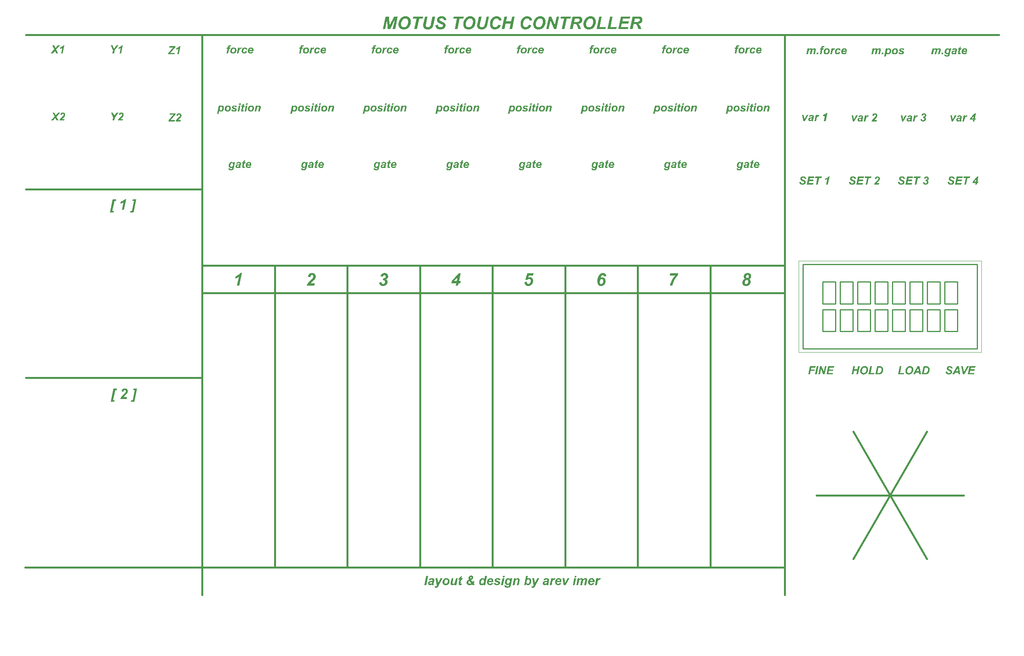
<source format=gbr>
G04 DipTrace 3.3.1.1*
G04 TopSilk.gbr*
%MOIN*%
G04 #@! TF.FileFunction,Legend,Top*
G04 #@! TF.Part,Single*
%ADD10C,0.009843*%
%ADD13C,0.015748*%
%ADD17C,0.003937*%
%FSLAX26Y26*%
G04*
G70*
G90*
G75*
G01*
G04 TopSilk*
%LPD*%
X-1728383Y2881201D2*
D17*
X-153132D1*
Y2093799D1*
X-1728383D1*
Y2881201D1*
X-1521867Y2700020D2*
D10*
X-1409394D1*
Y2512461D1*
X-1521867D1*
Y2700020D1*
X-1371903D2*
X-1259273D1*
Y2512461D1*
X-1371903D1*
Y2700020D1*
X-1221782D2*
X-1109309D1*
Y2512461D1*
X-1221782D1*
Y2700020D1*
X-1071818D2*
X-959345D1*
Y2512461D1*
X-1071818D1*
Y2700020D1*
X-921854D2*
X-809381D1*
Y2512461D1*
X-921854D1*
Y2700020D1*
X-771890D2*
X-659417D1*
Y2512461D1*
X-771890D1*
Y2700020D1*
X-621926D2*
X-509296D1*
Y2512461D1*
X-621926D1*
Y2700020D1*
X-471805D2*
X-359332D1*
Y2512461D1*
X-471805D1*
Y2700020D1*
X-1521867Y2462461D2*
X-1409394D1*
Y2274980D1*
X-1521867D1*
Y2462461D1*
X-1371903D2*
X-1259273D1*
Y2274980D1*
X-1371903D1*
Y2462461D1*
X-1221782D2*
X-1109309D1*
Y2274980D1*
X-1221782D1*
Y2462461D1*
X-1071818D2*
X-959345D1*
Y2274980D1*
X-1071818D1*
Y2462461D1*
X-921854D2*
X-809381D1*
Y2274980D1*
X-921854D1*
Y2462461D1*
X-771890D2*
X-659417D1*
Y2274980D1*
X-771890D1*
Y2462461D1*
X-621926D2*
X-509296D1*
Y2274980D1*
X-621926D1*
Y2462461D1*
X-471805D2*
X-359332D1*
Y2274980D1*
X-471805D1*
Y2462461D1*
X-1690577Y2850020D2*
X-190623D1*
Y2124980D1*
X-1690577D1*
Y2850020D1*
G36*
X-6636593Y3678883D2*
X-6622243Y3676799D1*
X-6622209Y3676681D1*
X-6622122Y3675395D1*
X-6621980Y3674664D1*
X-6621773Y3674033D1*
X-6621575Y3673626D1*
X-6621247Y3673148D1*
X-6620837Y3672703D1*
X-6620211Y3672192D1*
X-6619458Y3671732D1*
X-6618756Y3671404D1*
X-6617948Y3671144D1*
X-6616786Y3670927D1*
X-6615167Y3670815D1*
X-6613528Y3670856D1*
X-6612261Y3670987D1*
X-6611084Y3671210D1*
X-6609996Y3671521D1*
X-6608997Y3671923D1*
X-6608382Y3672240D1*
X-6607835Y3672581D1*
X-6607228Y3673067D1*
X-6606659Y3673636D1*
X-6606126Y3674290D1*
X-6605474Y3675294D1*
X-6604890Y3676448D1*
X-6604491Y3677478D1*
X-6603243Y3682594D1*
X-6602319Y3687238D1*
X-6606056Y3693109D1*
D1*
X-6607559Y3692311D1*
X-6608944Y3691814D1*
X-6610346Y3691531D1*
X-6611790Y3691467D1*
X-6613131Y3691609D1*
X-6614251Y3691898D1*
X-6615304Y3692341D1*
X-6616291Y3692941D1*
X-6617323Y3693799D1*
X-6618264Y3694852D1*
X-6618975Y3695937D1*
X-6619554Y3697163D1*
X-6620047Y3698709D1*
X-6620399Y3700635D1*
X-6620547Y3703236D1*
X-6620391Y3705703D1*
X-6619715Y3709236D1*
X-6618276Y3713660D1*
X-6616867Y3716656D1*
X-6615604Y3718647D1*
X-6614339Y3720156D1*
X-6613105Y3721270D1*
X-6611820Y3722151D1*
X-6610491Y3722799D1*
X-6609255Y3723185D1*
X-6607980Y3723382D1*
X-6606654Y3723390D1*
X-6605486Y3723223D1*
X-6604364Y3722887D1*
X-6603286Y3722385D1*
X-6602256Y3721713D1*
X-6601151Y3720759D1*
X-6600010Y3719459D1*
X-6599251Y3718291D1*
X-6598639Y3717014D1*
X-6598129Y3715453D1*
X-6597806Y3713755D1*
X-6597667Y3711710D1*
X-6597804Y3708866D1*
X-6598395Y3705406D1*
X-6599521Y3701660D1*
X-6600655Y3699073D1*
X-6601824Y3697140D1*
X-6603056Y3695598D1*
X-6604444Y3694278D1*
X-6606056Y3693109D1*
X-6602319Y3687238D1*
X-6603738Y3686119D1*
X-6605281Y3685043D1*
X-6606835Y3684104D1*
X-6608400Y3683303D1*
X-6609978Y3682639D1*
X-6611566Y3682114D1*
X-6613165Y3681724D1*
X-6614776Y3681474D1*
X-6616396Y3681358D1*
X-6617992Y3681378D1*
X-6619520Y3681521D1*
X-6620984Y3681785D1*
X-6622387Y3682171D1*
X-6623066Y3682409D1*
X-6623728Y3682678D1*
X-6624375Y3682978D1*
X-6625008Y3683308D1*
X-6625623Y3683668D1*
X-6626224Y3684059D1*
X-6627379Y3684932D1*
X-6628474Y3685927D1*
X-6629501Y3687042D1*
X-6629978Y3687643D1*
X-6630427Y3688272D1*
X-6630848Y3688929D1*
X-6631241Y3689615D1*
X-6631606Y3690329D1*
X-6631945Y3691072D1*
X-6632537Y3692642D1*
X-6633018Y3694324D1*
X-6633390Y3696119D1*
X-6633650Y3698028D1*
X-6633799Y3700049D1*
X-6633824Y3703094D1*
X-6633665Y3705900D1*
X-6633337Y3708627D1*
X-6632841Y3711277D1*
X-6632175Y3713849D1*
X-6631339Y3716344D1*
X-6630336Y3718757D1*
X-6629585Y3720282D1*
X-6628773Y3721723D1*
X-6627900Y3723080D1*
X-6626966Y3724353D1*
X-6625970Y3725541D1*
X-6624915Y3726644D1*
X-6623797Y3727664D1*
X-6622619Y3728600D1*
X-6621381Y3729450D1*
X-6620115Y3730215D1*
X-6618845Y3730890D1*
X-6617570Y3731478D1*
X-6616287Y3731976D1*
X-6615001Y3732387D1*
X-6613709Y3732709D1*
X-6612411Y3732942D1*
X-6611108Y3733087D1*
X-6609799Y3733142D1*
X-6608157Y3733084D1*
X-6606591Y3732887D1*
X-6605070Y3732550D1*
X-6603592Y3732073D1*
X-6602160Y3731458D1*
X-6600772Y3730703D1*
X-6599442Y3729816D1*
X-6598210Y3728816D1*
X-6597075Y3727703D1*
X-6596037Y3726478D1*
X-6595096Y3725140D1*
X-6594251Y3723692D1*
X-6593991Y3723184D1*
X-6593908Y3723070D1*
X-6592013Y3731957D1*
X-6579260D1*
X-6589732Y3682168D1*
X-6591201Y3676714D1*
X-6592184Y3673886D1*
X-6593236Y3671493D1*
X-6594181Y3669782D1*
X-6594983Y3668598D1*
X-6595853Y3667531D1*
X-6596815Y3666543D1*
X-6598148Y3665415D1*
X-6599627Y3664406D1*
X-6600919Y3663696D1*
X-6602668Y3662934D1*
X-6604570Y3662314D1*
X-6607050Y3661755D1*
X-6610610Y3661277D1*
X-6614915Y3661081D1*
X-6617984Y3661151D1*
X-6620075Y3661302D1*
X-6622043Y3661539D1*
X-6623890Y3661862D1*
X-6625614Y3662269D1*
X-6627218Y3662762D1*
X-6628699Y3663340D1*
X-6630059Y3664003D1*
X-6630694Y3664366D1*
X-6631298Y3664751D1*
X-6631870Y3665160D1*
X-6632412Y3665598D1*
X-6632921Y3666064D1*
X-6633398Y3666559D1*
X-6633843Y3667083D1*
X-6634256Y3667634D1*
X-6634638Y3668213D1*
X-6634987Y3668820D1*
X-6635304Y3669457D1*
X-6635591Y3670121D1*
X-6635845Y3670814D1*
X-6636067Y3671534D1*
X-6636257Y3672283D1*
X-6636416Y3673060D1*
X-6636638Y3674699D1*
X-6636731Y3676450D1*
X-6636593Y3678883D1*
G37*
G36*
X-6557268Y3717667D2*
X-6570514Y3718803D1*
X-6570504Y3718969D1*
X-6569799Y3720764D1*
X-6569257Y3721898D1*
X-6568659Y3722983D1*
X-6568001Y3724017D1*
X-6567287Y3725003D1*
X-6566516Y3725937D1*
X-6565686Y3726822D1*
X-6564799Y3727656D1*
X-6563854Y3728442D1*
X-6562853Y3729177D1*
X-6561794Y3729858D1*
X-6560672Y3730475D1*
X-6559488Y3731029D1*
X-6558241Y3731517D1*
X-6556932Y3731942D1*
X-6554852Y3732459D1*
X-6552631Y3732832D1*
X-6550270Y3733059D1*
X-6547770Y3733143D1*
X-6545175Y3733079D1*
X-6542764Y3732865D1*
X-6541265Y3732640D1*
X-6539852Y3732349D1*
X-6538525Y3731992D1*
X-6537283Y3731568D1*
X-6536129Y3731079D1*
X-6535060Y3730524D1*
X-6534077Y3729902D1*
X-6533181Y3729214D1*
X-6532366Y3728476D1*
X-6531630Y3727710D1*
X-6530974Y3726915D1*
X-6530395Y3726091D1*
X-6529895Y3725236D1*
X-6529474Y3724353D1*
X-6529131Y3723442D1*
X-6528866Y3722501D1*
X-6528681Y3721530D1*
X-6528575Y3720531D1*
X-6528639Y3717437D1*
X-6529076Y3714097D1*
X-6533066Y3694904D1*
X-6533622Y3691073D1*
X-6533765Y3689022D1*
X-6533680Y3686846D1*
X-6533290Y3684226D1*
X-6532639Y3681541D1*
X-6545862D1*
X-6546466Y3684014D1*
X-6546849Y3686933D1*
X-6546869Y3687202D1*
X-6549346Y3693056D1*
D1*
X-6551171Y3692052D1*
X-6552988Y3691063D1*
X-6554928Y3690560D1*
X-6556983D1*
X-6558848D1*
X-6560353Y3691104D1*
X-6561492Y3692202D1*
X-6562631Y3693287D1*
X-6563202Y3694630D1*
Y3696210D1*
Y3698143D1*
X-6562455Y3699676D1*
X-6560970Y3700815D1*
X-6558882Y3702395D1*
X-6554419Y3703602D1*
X-6547583Y3704423D1*
X-6546220Y3704613D1*
X-6545129Y3704816D1*
X-6544307Y3705039D1*
X-6544688Y3703236D1*
X-6545386Y3699912D1*
X-6546180Y3697465D1*
X-6547088Y3695904D1*
X-6547983Y3694332D1*
X-6549346Y3693056D1*
X-6546869Y3687202D1*
X-6548551Y3685554D1*
X-6550087Y3684299D1*
X-6551718Y3683207D1*
X-6553445Y3682282D1*
X-6555236Y3681522D1*
X-6557034Y3680953D1*
X-6558837Y3680572D1*
X-6560643Y3680379D1*
X-6561812Y3680356D1*
X-6562940Y3680404D1*
X-6564030Y3680522D1*
X-6565084Y3680710D1*
X-6566100Y3680966D1*
X-6567080Y3681293D1*
X-6568022Y3681689D1*
X-6568928Y3682154D1*
X-6569797Y3682688D1*
X-6570627Y3683291D1*
X-6571423Y3683965D1*
X-6572177Y3684706D1*
X-6572871Y3685495D1*
X-6573496Y3686323D1*
X-6574051Y3687192D1*
X-6574538Y3688100D1*
X-6574957Y3689047D1*
X-6575304Y3690035D1*
X-6575584Y3691062D1*
X-6575795Y3692129D1*
X-6575937Y3693236D1*
X-6576009Y3694383D1*
X-6576010Y3695623D1*
X-6575938Y3696904D1*
X-6575790Y3698135D1*
X-6575566Y3699318D1*
X-6575265Y3700451D1*
X-6574890Y3701537D1*
X-6574437Y3702572D1*
X-6573908Y3703559D1*
X-6573303Y3704497D1*
X-6572622Y3705386D1*
X-6571865Y3706226D1*
X-6571025Y3707016D1*
X-6570072Y3707748D1*
X-6568997Y3708423D1*
X-6567804Y3709038D1*
X-6566492Y3709596D1*
X-6565059Y3710097D1*
X-6563508Y3710539D1*
X-6560955Y3711094D1*
X-6558135Y3711520D1*
X-6548280Y3712543D1*
X-6544487Y3713190D1*
X-6542920Y3713592D1*
X-6542597Y3713696D1*
X-6542450Y3713908D1*
X-6541832Y3716462D1*
X-6541657Y3717953D1*
X-6541664Y3718672D1*
X-6541740Y3719244D1*
X-6541885Y3719787D1*
X-6542094Y3720304D1*
X-6542373Y3720794D1*
X-6542717Y3721257D1*
X-6543129Y3721693D1*
X-6543608Y3722100D1*
X-6544152Y3722457D1*
X-6544761Y3722756D1*
X-6545434Y3722999D1*
X-6546433Y3723236D1*
X-6547549Y3723373D1*
X-6549117Y3723404D1*
X-6550668Y3723278D1*
X-6551793Y3723063D1*
X-6552814Y3722748D1*
X-6553510Y3722445D1*
X-6554148Y3722087D1*
X-6554727Y3721671D1*
X-6555417Y3721039D1*
X-6556016Y3720324D1*
X-6556524Y3719524D1*
X-6556941Y3718638D1*
X-6557268Y3717667D1*
G37*
G36*
X-6519005Y3721845D2*
X-6516916Y3731957D1*
X-6510270D1*
X-6508609Y3740026D1*
X-6492991Y3749425D1*
X-6496646Y3731957D1*
X-6488339D1*
X-6490428Y3721845D1*
X-6498782D1*
X-6503197Y3700719D1*
X-6503991Y3696888D1*
X-6504385Y3694705D1*
Y3694169D1*
Y3693125D1*
X-6504051Y3692311D1*
X-6503387Y3691727D1*
X-6502723Y3691138D1*
X-6501522Y3690845D1*
X-6499780D1*
X-6499176D1*
X-6497677Y3690954D1*
X-6495269Y3691178D1*
X-6497406Y3681067D1*
X-6499745Y3680592D1*
X-6502152Y3680354D1*
X-6504621D1*
X-6509429D1*
X-6512929Y3681283D1*
X-6515113Y3683129D1*
X-6517297Y3684987D1*
X-6518388Y3687556D1*
Y3690845D1*
Y3692399D1*
X-6517804Y3695972D1*
X-6516631Y3701575D1*
X-6512407Y3721845D1*
X-6519005D1*
G37*
G36*
X-6440962Y3702524D2*
X-6475131D1*
X-6473764Y3710831D1*
D1*
X-6473528Y3711949D1*
X-6472503Y3715239D1*
X-6471340Y3717580D1*
X-6470051Y3719366D1*
X-6468551Y3720836D1*
X-6466854Y3722026D1*
X-6465146Y3722819D1*
X-6463444Y3723262D1*
X-6461558Y3723411D1*
X-6459549Y3723215D1*
X-6457916Y3722732D1*
X-6456533Y3722007D1*
X-6455310Y3721020D1*
X-6454316Y3719848D1*
X-6453526Y3718444D1*
X-6452917Y3716701D1*
X-6452492Y3714217D1*
X-6452450Y3710831D1*
X-6473764D1*
X-6475131Y3702524D1*
X-6475143Y3702492D1*
X-6475184Y3700890D1*
X-6475050Y3699168D1*
X-6474797Y3697831D1*
X-6474413Y3696581D1*
X-6473902Y3695419D1*
X-6473260Y3694345D1*
X-6472490Y3693358D1*
X-6471612Y3692476D1*
X-6470675Y3691731D1*
X-6469682Y3691125D1*
X-6468634Y3690657D1*
X-6467529Y3690328D1*
X-6466367Y3690138D1*
X-6465398Y3690087D1*
X-6464248Y3690131D1*
X-6463093Y3690289D1*
X-6461987Y3690560D1*
X-6460929Y3690946D1*
X-6459920Y3691445D1*
X-6458959Y3692059D1*
X-6458046Y3692786D1*
X-6457182Y3693627D1*
X-6456366Y3694581D1*
X-6455600Y3695651D1*
X-6454724Y3697112D1*
X-6442529Y3695071D1*
X-6443887Y3692542D1*
X-6445139Y3690615D1*
X-6446499Y3688856D1*
X-6447966Y3687261D1*
X-6449539Y3685832D1*
X-6451222Y3684570D1*
X-6453007Y3683471D1*
X-6454861Y3682538D1*
X-6456782Y3681770D1*
X-6458768Y3681168D1*
X-6460818Y3680731D1*
X-6462933Y3680461D1*
X-6465114Y3680356D1*
X-6467404Y3680419D1*
X-6469134Y3680587D1*
X-6470802Y3680858D1*
X-6472409Y3681235D1*
X-6473954Y3681715D1*
X-6475437Y3682301D1*
X-6476860Y3682990D1*
X-6478219Y3683783D1*
X-6479518Y3684681D1*
X-6480755Y3685684D1*
X-6481930Y3686790D1*
X-6483022Y3687982D1*
X-6484013Y3689239D1*
X-6484900Y3690564D1*
X-6485685Y3691957D1*
X-6486366Y3693417D1*
X-6486944Y3694945D1*
X-6487420Y3696539D1*
X-6487791Y3698202D1*
X-6488129Y3700524D1*
X-6488281Y3702965D1*
X-6488255Y3705446D1*
X-6488062Y3707853D1*
X-6487703Y3710194D1*
X-6487180Y3712471D1*
X-6486491Y3714681D1*
X-6485636Y3716827D1*
X-6484615Y3718906D1*
X-6483429Y3720919D1*
X-6482390Y3722442D1*
X-6481417Y3723699D1*
X-6480398Y3724878D1*
X-6479329Y3725979D1*
X-6478213Y3727000D1*
X-6477047Y3727944D1*
X-6475835Y3728808D1*
X-6474573Y3729594D1*
X-6473264Y3730302D1*
X-6471906Y3730932D1*
X-6470500Y3731482D1*
X-6469046Y3731954D1*
X-6467545Y3732346D1*
X-6465993Y3732661D1*
X-6464395Y3732898D1*
X-6461907Y3733104D1*
X-6459635Y3733138D1*
X-6457496Y3733014D1*
X-6455466Y3732726D1*
X-6454016Y3732402D1*
X-6452626Y3731986D1*
X-6451298Y3731476D1*
X-6450033Y3730874D1*
X-6448827Y3730180D1*
X-6447684Y3729392D1*
X-6446602Y3728512D1*
X-6445581Y3727539D1*
X-6444633Y3726480D1*
X-6443772Y3725346D1*
X-6443001Y3724139D1*
X-6442318Y3722858D1*
X-6441723Y3721503D1*
X-6441218Y3720073D1*
X-6440680Y3718051D1*
X-6440301Y3715898D1*
X-6440079Y3713613D1*
X-6440072Y3708995D1*
X-6440479Y3704976D1*
X-6440962Y3702524D1*
G37*
G36*
X-6619673Y4718067D2*
X-6621761Y4708098D1*
X-6631398D1*
X-6639848Y4667652D1*
X-6653472D1*
X-6645022Y4708098D1*
X-6652618D1*
X-6650529Y4718067D1*
X-6642934D1*
X-6641843Y4723241D1*
X-6640954Y4727480D1*
X-6640119Y4730349D1*
X-6639325Y4731835D1*
X-6638248Y4733862D1*
X-6636640Y4735469D1*
X-6634510Y4736650D1*
X-6632367Y4737843D1*
X-6629580Y4738433D1*
X-6626129D1*
X-6621951D1*
X-6617550Y4737673D1*
X-6612932Y4736154D1*
X-6615591Y4726423D1*
X-6618852Y4727528D1*
X-6621490Y4728084D1*
X-6623518D1*
X-6625071D1*
X-6626223Y4727596D1*
X-6626983Y4726613D1*
X-6627492Y4725982D1*
X-6628014Y4724320D1*
X-6628550Y4721627D1*
X-6629310Y4718067D1*
X-6619673D1*
G37*
G36*
X-6620432Y4688588D2*
X-6620307Y4692028D1*
X-6619930Y4695286D1*
X-6619303Y4698366D1*
X-6618566Y4700861D1*
X-6617644Y4703224D1*
X-6616537Y4705454D1*
X-6615245Y4707551D1*
X-6613769Y4709517D1*
X-6612110Y4711348D1*
X-6610320Y4713005D1*
X-6608412Y4714467D1*
X-6606388Y4715735D1*
X-6604249Y4716807D1*
X-6601993Y4717685D1*
X-6599622Y4718369D1*
X-6597134Y4718858D1*
X-6594085Y4719184D1*
X-6590612Y4719238D1*
X-6590596Y4708953D1*
D1*
X-6588975Y4708690D1*
X-6587613Y4708253D1*
X-6586358Y4707627D1*
X-6585209Y4706810D1*
X-6584168Y4705806D1*
X-6583291Y4704663D1*
X-6582597Y4703394D1*
X-6582084Y4702000D1*
X-6581732Y4700322D1*
X-6581600Y4698319D1*
X-6581713Y4695576D1*
X-6582106Y4692638D1*
X-6582696Y4690155D1*
X-6583509Y4687794D1*
X-6584547Y4685556D1*
X-6585810Y4683441D1*
X-6587210Y4681552D1*
X-6588503Y4680167D1*
X-6589731Y4679144D1*
X-6591034Y4678322D1*
X-6592236Y4677764D1*
X-6593496Y4677360D1*
X-6595007Y4677083D1*
X-6596554Y4677005D1*
X-6598104Y4677126D1*
X-6599554Y4677453D1*
X-6600774Y4677924D1*
X-6601916Y4678562D1*
X-6603089Y4679467D1*
X-6604159Y4680575D1*
X-6604978Y4681707D1*
X-6605643Y4682958D1*
X-6606199Y4684483D1*
X-6606593Y4686328D1*
X-6606759Y4688541D1*
X-6606626Y4691157D1*
X-6605974Y4694745D1*
X-6604635Y4698940D1*
X-6603365Y4701643D1*
X-6602046Y4703675D1*
X-6600650Y4705281D1*
X-6599214Y4706524D1*
X-6597671Y4707521D1*
X-6596034Y4708262D1*
X-6594304Y4708748D1*
X-6592482Y4708979D1*
X-6590596Y4708953D1*
X-6590612Y4719238D1*
X-6587573Y4719018D1*
X-6585081Y4718617D1*
X-6582744Y4718020D1*
X-6580563Y4717228D1*
X-6578816Y4716394D1*
X-6577184Y4715416D1*
X-6575667Y4714294D1*
X-6574262Y4713029D1*
X-6572990Y4711647D1*
X-6571864Y4710165D1*
X-6570883Y4708585D1*
X-6569925Y4706615D1*
X-6569165Y4704510D1*
X-6568605Y4702272D1*
X-6568209Y4699547D1*
X-6568071Y4696646D1*
X-6568188Y4693623D1*
X-6568552Y4690692D1*
X-6569167Y4687866D1*
X-6570029Y4685144D1*
X-6571140Y4682530D1*
X-6572500Y4680020D1*
X-6574109Y4677617D1*
X-6575966Y4675319D1*
X-6577724Y4673504D1*
X-6579285Y4672150D1*
X-6580930Y4670940D1*
X-6582663Y4669875D1*
X-6584482Y4668954D1*
X-6586386Y4668178D1*
X-6588785Y4667438D1*
X-6591308Y4666906D1*
X-6593957Y4666581D1*
X-6598071Y4666486D1*
X-6601490Y4666787D1*
X-6604480Y4667391D1*
X-6607294Y4668307D1*
X-6609732Y4669429D1*
X-6611955Y4670790D1*
X-6613765Y4672234D1*
X-6615354Y4673864D1*
X-6616726Y4675678D1*
X-6617970Y4677866D1*
X-6619098Y4680563D1*
X-6619885Y4683357D1*
X-6620325Y4686248D1*
X-6620432Y4688588D1*
G37*
G36*
X-6553260Y4718067D2*
X-6540537D1*
X-6542579Y4708289D1*
X-6537831Y4715598D1*
X-6532690Y4719255D1*
X-6527150D1*
X-6525190D1*
X-6523081Y4718766D1*
X-6520836Y4717782D1*
X-6526058Y4706626D1*
X-6527293Y4707067D1*
X-6528608Y4707291D1*
X-6529999D1*
X-6532339D1*
X-6534718Y4706403D1*
X-6537146Y4704633D1*
X-6539560Y4702862D1*
X-6541453Y4700496D1*
X-6542816Y4697533D1*
X-6544178Y4694576D1*
X-6545522Y4689883D1*
X-6546850Y4683461D1*
X-6550175Y4667652D1*
X-6563798D1*
X-6553260Y4718067D1*
G37*
G36*
X-6491024Y4686640D2*
X-6477780Y4684505D1*
X-6478610Y4682446D1*
X-6479531Y4680510D1*
X-6480543Y4678696D1*
X-6481646Y4677003D1*
X-6482839Y4675430D1*
X-6484121Y4673982D1*
X-6485493Y4672652D1*
X-6486955Y4671446D1*
X-6488503Y4670362D1*
X-6490109Y4669412D1*
X-6491774Y4668593D1*
X-6493497Y4667908D1*
X-6495281Y4667356D1*
X-6497122Y4666937D1*
X-6499024Y4666650D1*
X-6500983Y4666495D1*
X-6503087Y4666475D1*
X-6505303Y4666613D1*
X-6506718Y4666797D1*
X-6508081Y4667054D1*
X-6509394Y4667385D1*
X-6510655Y4667789D1*
X-6511865Y4668266D1*
X-6513025Y4668818D1*
X-6514133Y4669442D1*
X-6515190Y4670140D1*
X-6516196Y4670913D1*
X-6517150Y4671759D1*
X-6518051Y4672676D1*
X-6518882Y4673651D1*
X-6519640Y4674681D1*
X-6520328Y4675766D1*
X-6520942Y4676907D1*
X-6521484Y4678102D1*
X-6521955Y4679353D1*
X-6522353Y4680659D1*
X-6522678Y4682021D1*
X-6522932Y4683437D1*
X-6523176Y4685665D1*
X-6523257Y4688017D1*
X-6523169Y4690622D1*
X-6522907Y4693180D1*
X-6522470Y4695693D1*
X-6521857Y4698159D1*
X-6521070Y4700580D1*
X-6520108Y4702954D1*
X-6519270Y4704692D1*
X-6518333Y4706341D1*
X-6517298Y4707902D1*
X-6516161Y4709373D1*
X-6514925Y4710753D1*
X-6513589Y4712046D1*
X-6512154Y4713248D1*
X-6510618Y4714362D1*
X-6508986Y4715385D1*
X-6507301Y4716290D1*
X-6505577Y4717076D1*
X-6503818Y4717741D1*
X-6502018Y4718285D1*
X-6500181Y4718709D1*
X-6498306Y4719012D1*
X-6496394Y4719193D1*
X-6494442Y4719255D1*
X-6492353Y4719188D1*
X-6490367Y4718986D1*
X-6488486Y4718651D1*
X-6486707Y4718181D1*
X-6485580Y4717794D1*
X-6484497Y4717348D1*
X-6483462Y4716841D1*
X-6482472Y4716276D1*
X-6481529Y4715651D1*
X-6480631Y4714966D1*
X-6479782Y4714226D1*
X-6478991Y4713444D1*
X-6478259Y4712625D1*
X-6477587Y4711768D1*
X-6476974Y4710873D1*
X-6476421Y4709940D1*
X-6475928Y4708970D1*
X-6475493Y4707961D1*
X-6475119Y4706915D1*
X-6474669Y4705276D1*
X-6474354Y4703551D1*
X-6474219Y4702354D1*
X-6487178Y4700978D1*
X-6487436Y4702577D1*
X-6487734Y4703730D1*
X-6488117Y4704768D1*
X-6488581Y4705692D1*
X-6488986Y4706310D1*
X-6489436Y4706864D1*
X-6489934Y4707353D1*
X-6490661Y4707913D1*
X-6491455Y4708374D1*
X-6492315Y4708731D1*
X-6493243Y4708986D1*
X-6494236Y4709139D1*
X-6495297Y4709190D1*
X-6496234Y4709147D1*
X-6497156Y4709020D1*
X-6498064Y4708808D1*
X-6498958Y4708510D1*
X-6499836Y4708130D1*
X-6500984Y4707490D1*
X-6502105Y4706698D1*
X-6503192Y4705757D1*
X-6503958Y4704954D1*
X-6504909Y4703751D1*
X-6505780Y4702398D1*
X-6506567Y4700894D1*
X-6507437Y4698804D1*
X-6508436Y4695581D1*
X-6509154Y4692423D1*
X-6509584Y4689379D1*
X-6509724Y4686862D1*
X-6509672Y4685075D1*
X-6509505Y4683803D1*
X-6509226Y4682636D1*
X-6508942Y4681831D1*
X-6508597Y4681083D1*
X-6508188Y4680395D1*
X-6507715Y4679765D1*
X-6507004Y4679021D1*
X-6506432Y4678545D1*
X-6505829Y4678138D1*
X-6505196Y4677802D1*
X-6504530Y4677534D1*
X-6503833Y4677336D1*
X-6503105Y4677209D1*
X-6502085Y4677147D1*
X-6501043Y4677207D1*
X-6500013Y4677390D1*
X-6498996Y4677694D1*
X-6497991Y4678119D1*
X-6496997Y4678667D1*
X-6495772Y4679520D1*
X-6494832Y4680340D1*
X-6493962Y4681281D1*
X-6493160Y4682344D1*
X-6492427Y4683529D1*
X-6491605Y4685181D1*
X-6491024Y4686640D1*
G37*
G36*
X-6422047Y4688635D2*
X-6456217D1*
X-6454849Y4696942D1*
D1*
X-6454613Y4698060D1*
X-6453588Y4701349D1*
X-6452427Y4703690D1*
X-6451136Y4705476D1*
X-6449638Y4706946D1*
X-6447940Y4708138D1*
X-6446231Y4708929D1*
X-6444529Y4709374D1*
X-6442644Y4709522D1*
X-6440634Y4709327D1*
X-6439001Y4708844D1*
X-6437618Y4708117D1*
X-6436396Y4707131D1*
X-6435402Y4705959D1*
X-6434612Y4704555D1*
X-6434003Y4702812D1*
X-6433577Y4700327D1*
X-6433535Y4696942D1*
X-6454849D1*
X-6456217Y4688635D1*
X-6456230Y4688602D1*
X-6456270Y4687001D1*
X-6456136Y4685280D1*
X-6455882Y4683942D1*
X-6455499Y4682692D1*
X-6454987Y4681530D1*
X-6454346Y4680455D1*
X-6453576Y4679470D1*
X-6452697Y4678588D1*
X-6451761Y4677843D1*
X-6450769Y4677236D1*
X-6449719Y4676769D1*
X-6448614Y4676440D1*
X-6447453Y4676249D1*
X-6446483Y4676197D1*
X-6445333Y4676241D1*
X-6444180Y4676400D1*
X-6443073Y4676672D1*
X-6442016Y4677058D1*
X-6441007Y4677556D1*
X-6440045Y4678169D1*
X-6439133Y4678896D1*
X-6438268Y4679738D1*
X-6437453Y4680693D1*
X-6436685Y4681761D1*
X-6435811Y4683222D1*
X-6423614Y4681181D1*
X-6424974Y4678652D1*
X-6426226Y4676727D1*
X-6427584Y4674966D1*
X-6429051Y4673371D1*
X-6430626Y4671942D1*
X-6432307Y4670680D1*
X-6434092Y4669583D1*
X-6435948Y4668648D1*
X-6437867Y4667881D1*
X-6439853Y4667280D1*
X-6441904Y4666843D1*
X-6444020Y4666572D1*
X-6446199Y4666467D1*
X-6448490Y4666530D1*
X-6450220Y4666698D1*
X-6451888Y4666970D1*
X-6453495Y4667346D1*
X-6455039Y4667827D1*
X-6456524Y4668411D1*
X-6457945Y4669101D1*
X-6459304Y4669894D1*
X-6460604Y4670793D1*
X-6461840Y4671794D1*
X-6463016Y4672902D1*
X-6464109Y4674092D1*
X-6465098Y4675350D1*
X-6465986Y4676676D1*
X-6466770Y4678068D1*
X-6467451Y4679529D1*
X-6468030Y4681056D1*
X-6468505Y4682651D1*
X-6468878Y4684314D1*
X-6469214Y4686635D1*
X-6469366Y4689076D1*
X-6469340Y4691558D1*
X-6469147Y4693965D1*
X-6468789Y4696306D1*
X-6468265Y4698583D1*
X-6467576Y4700793D1*
X-6466722Y4702938D1*
X-6465702Y4705017D1*
X-6464516Y4707030D1*
X-6463475Y4708552D1*
X-6462504Y4709810D1*
X-6461483Y4710990D1*
X-6460415Y4712089D1*
X-6459298Y4713112D1*
X-6458134Y4714055D1*
X-6456920Y4714920D1*
X-6455659Y4715706D1*
X-6454349Y4716413D1*
X-6452992Y4717042D1*
X-6451587Y4717593D1*
X-6450133Y4718064D1*
X-6448630Y4718458D1*
X-6447080Y4718773D1*
X-6445480Y4719008D1*
X-6442992Y4719215D1*
X-6440722Y4719249D1*
X-6438583Y4719126D1*
X-6436552Y4718837D1*
X-6435101Y4718513D1*
X-6433713Y4718096D1*
X-6432385Y4717587D1*
X-6431118Y4716986D1*
X-6429913Y4716290D1*
X-6428770Y4715503D1*
X-6427688Y4714623D1*
X-6426667Y4713651D1*
X-6425718Y4712592D1*
X-6424858Y4711458D1*
X-6424087Y4710251D1*
X-6423404Y4708970D1*
X-6422810Y4707614D1*
X-6422303Y4706184D1*
X-6421766Y4704163D1*
X-6421387Y4702009D1*
X-6421164Y4699723D1*
X-6421157Y4695106D1*
X-6421564Y4691088D1*
X-6422047Y4688635D1*
G37*
G36*
X-6011593Y3678883D2*
X-5997243Y3676799D1*
X-5997209Y3676681D1*
X-5997122Y3675395D1*
X-5996980Y3674664D1*
X-5996773Y3674033D1*
X-5996575Y3673626D1*
X-5996247Y3673148D1*
X-5995837Y3672703D1*
X-5995211Y3672192D1*
X-5994458Y3671732D1*
X-5993756Y3671404D1*
X-5992948Y3671144D1*
X-5991786Y3670927D1*
X-5990167Y3670815D1*
X-5988528Y3670856D1*
X-5987261Y3670987D1*
X-5986084Y3671210D1*
X-5984996Y3671521D1*
X-5983997Y3671923D1*
X-5983382Y3672240D1*
X-5982835Y3672581D1*
X-5982228Y3673067D1*
X-5981659Y3673636D1*
X-5981126Y3674290D1*
X-5980474Y3675294D1*
X-5979890Y3676448D1*
X-5979491Y3677478D1*
X-5978243Y3682594D1*
X-5977319Y3687238D1*
X-5981056Y3693109D1*
D1*
X-5982559Y3692311D1*
X-5983944Y3691814D1*
X-5985346Y3691531D1*
X-5986790Y3691467D1*
X-5988131Y3691609D1*
X-5989251Y3691898D1*
X-5990304Y3692341D1*
X-5991291Y3692941D1*
X-5992323Y3693799D1*
X-5993264Y3694852D1*
X-5993975Y3695937D1*
X-5994554Y3697163D1*
X-5995047Y3698709D1*
X-5995399Y3700635D1*
X-5995547Y3703236D1*
X-5995391Y3705703D1*
X-5994715Y3709236D1*
X-5993276Y3713660D1*
X-5991867Y3716656D1*
X-5990604Y3718647D1*
X-5989339Y3720156D1*
X-5988105Y3721270D1*
X-5986820Y3722151D1*
X-5985491Y3722799D1*
X-5984255Y3723185D1*
X-5982980Y3723382D1*
X-5981654Y3723390D1*
X-5980486Y3723223D1*
X-5979364Y3722887D1*
X-5978286Y3722385D1*
X-5977256Y3721713D1*
X-5976151Y3720759D1*
X-5975010Y3719459D1*
X-5974251Y3718291D1*
X-5973639Y3717014D1*
X-5973129Y3715453D1*
X-5972806Y3713755D1*
X-5972667Y3711710D1*
X-5972804Y3708866D1*
X-5973395Y3705406D1*
X-5974521Y3701660D1*
X-5975655Y3699073D1*
X-5976824Y3697140D1*
X-5978056Y3695598D1*
X-5979444Y3694278D1*
X-5981056Y3693109D1*
X-5977319Y3687238D1*
X-5978738Y3686119D1*
X-5980281Y3685043D1*
X-5981835Y3684104D1*
X-5983400Y3683303D1*
X-5984978Y3682639D1*
X-5986566Y3682114D1*
X-5988165Y3681724D1*
X-5989776Y3681474D1*
X-5991396Y3681358D1*
X-5992992Y3681378D1*
X-5994520Y3681521D1*
X-5995984Y3681785D1*
X-5997387Y3682171D1*
X-5998066Y3682409D1*
X-5998728Y3682678D1*
X-5999375Y3682978D1*
X-6000008Y3683308D1*
X-6000623Y3683668D1*
X-6001224Y3684059D1*
X-6002379Y3684932D1*
X-6003474Y3685927D1*
X-6004501Y3687042D1*
X-6004978Y3687643D1*
X-6005427Y3688272D1*
X-6005848Y3688929D1*
X-6006241Y3689615D1*
X-6006606Y3690329D1*
X-6006945Y3691072D1*
X-6007537Y3692642D1*
X-6008018Y3694324D1*
X-6008390Y3696119D1*
X-6008650Y3698028D1*
X-6008799Y3700049D1*
X-6008824Y3703094D1*
X-6008665Y3705900D1*
X-6008337Y3708627D1*
X-6007841Y3711277D1*
X-6007175Y3713849D1*
X-6006339Y3716344D1*
X-6005336Y3718757D1*
X-6004585Y3720282D1*
X-6003773Y3721723D1*
X-6002900Y3723080D1*
X-6001966Y3724353D1*
X-6000970Y3725541D1*
X-5999915Y3726644D1*
X-5998797Y3727664D1*
X-5997619Y3728600D1*
X-5996381Y3729450D1*
X-5995115Y3730215D1*
X-5993845Y3730890D1*
X-5992570Y3731478D1*
X-5991287Y3731976D1*
X-5990001Y3732387D1*
X-5988709Y3732709D1*
X-5987411Y3732942D1*
X-5986108Y3733087D1*
X-5984799Y3733142D1*
X-5983157Y3733084D1*
X-5981591Y3732887D1*
X-5980070Y3732550D1*
X-5978592Y3732073D1*
X-5977160Y3731458D1*
X-5975772Y3730703D1*
X-5974442Y3729816D1*
X-5973210Y3728816D1*
X-5972075Y3727703D1*
X-5971037Y3726478D1*
X-5970096Y3725140D1*
X-5969251Y3723692D1*
X-5968991Y3723184D1*
X-5968908Y3723070D1*
X-5967013Y3731957D1*
X-5954260D1*
X-5964732Y3682168D1*
X-5966201Y3676714D1*
X-5967184Y3673886D1*
X-5968236Y3671493D1*
X-5969181Y3669782D1*
X-5969983Y3668598D1*
X-5970853Y3667531D1*
X-5971815Y3666543D1*
X-5973148Y3665415D1*
X-5974627Y3664406D1*
X-5975919Y3663696D1*
X-5977668Y3662934D1*
X-5979570Y3662314D1*
X-5982050Y3661755D1*
X-5985610Y3661277D1*
X-5989915Y3661081D1*
X-5992984Y3661151D1*
X-5995075Y3661302D1*
X-5997043Y3661539D1*
X-5998890Y3661862D1*
X-6000614Y3662269D1*
X-6002218Y3662762D1*
X-6003699Y3663340D1*
X-6005059Y3664003D1*
X-6005694Y3664366D1*
X-6006298Y3664751D1*
X-6006870Y3665160D1*
X-6007412Y3665598D1*
X-6007921Y3666064D1*
X-6008398Y3666559D1*
X-6008843Y3667083D1*
X-6009256Y3667634D1*
X-6009638Y3668213D1*
X-6009987Y3668820D1*
X-6010304Y3669457D1*
X-6010591Y3670121D1*
X-6010845Y3670814D1*
X-6011067Y3671534D1*
X-6011257Y3672283D1*
X-6011416Y3673060D1*
X-6011638Y3674699D1*
X-6011731Y3676450D1*
X-6011593Y3678883D1*
G37*
G36*
X-5932268Y3717667D2*
X-5945514Y3718803D1*
X-5945504Y3718969D1*
X-5944799Y3720764D1*
X-5944257Y3721898D1*
X-5943659Y3722983D1*
X-5943001Y3724017D1*
X-5942287Y3725003D1*
X-5941516Y3725937D1*
X-5940686Y3726822D1*
X-5939799Y3727656D1*
X-5938854Y3728442D1*
X-5937853Y3729177D1*
X-5936794Y3729858D1*
X-5935672Y3730475D1*
X-5934488Y3731029D1*
X-5933241Y3731517D1*
X-5931932Y3731942D1*
X-5929852Y3732459D1*
X-5927631Y3732832D1*
X-5925270Y3733059D1*
X-5922770Y3733143D1*
X-5920175Y3733079D1*
X-5917764Y3732865D1*
X-5916265Y3732640D1*
X-5914852Y3732349D1*
X-5913525Y3731992D1*
X-5912283Y3731568D1*
X-5911129Y3731079D1*
X-5910060Y3730524D1*
X-5909077Y3729902D1*
X-5908181Y3729214D1*
X-5907366Y3728476D1*
X-5906630Y3727710D1*
X-5905974Y3726915D1*
X-5905395Y3726091D1*
X-5904895Y3725236D1*
X-5904474Y3724353D1*
X-5904131Y3723442D1*
X-5903866Y3722501D1*
X-5903681Y3721530D1*
X-5903575Y3720531D1*
X-5903639Y3717437D1*
X-5904076Y3714097D1*
X-5908066Y3694904D1*
X-5908622Y3691073D1*
X-5908765Y3689022D1*
X-5908680Y3686846D1*
X-5908290Y3684226D1*
X-5907639Y3681541D1*
X-5920862D1*
X-5921466Y3684014D1*
X-5921849Y3686933D1*
X-5921869Y3687202D1*
X-5924346Y3693056D1*
D1*
X-5926171Y3692052D1*
X-5927988Y3691063D1*
X-5929928Y3690560D1*
X-5931983D1*
X-5933848D1*
X-5935353Y3691104D1*
X-5936492Y3692202D1*
X-5937631Y3693287D1*
X-5938202Y3694630D1*
Y3696210D1*
Y3698143D1*
X-5937455Y3699676D1*
X-5935970Y3700815D1*
X-5933882Y3702395D1*
X-5929419Y3703602D1*
X-5922583Y3704423D1*
X-5921220Y3704613D1*
X-5920129Y3704816D1*
X-5919307Y3705039D1*
X-5919688Y3703236D1*
X-5920386Y3699912D1*
X-5921180Y3697465D1*
X-5922088Y3695904D1*
X-5922983Y3694332D1*
X-5924346Y3693056D1*
X-5921869Y3687202D1*
X-5923551Y3685554D1*
X-5925087Y3684299D1*
X-5926718Y3683207D1*
X-5928445Y3682282D1*
X-5930236Y3681522D1*
X-5932034Y3680953D1*
X-5933837Y3680572D1*
X-5935643Y3680379D1*
X-5936812Y3680356D1*
X-5937940Y3680404D1*
X-5939030Y3680522D1*
X-5940084Y3680710D1*
X-5941100Y3680966D1*
X-5942080Y3681293D1*
X-5943022Y3681689D1*
X-5943928Y3682154D1*
X-5944797Y3682688D1*
X-5945627Y3683291D1*
X-5946423Y3683965D1*
X-5947177Y3684706D1*
X-5947871Y3685495D1*
X-5948496Y3686323D1*
X-5949051Y3687192D1*
X-5949538Y3688100D1*
X-5949957Y3689047D1*
X-5950304Y3690035D1*
X-5950584Y3691062D1*
X-5950795Y3692129D1*
X-5950937Y3693236D1*
X-5951009Y3694383D1*
X-5951010Y3695623D1*
X-5950938Y3696904D1*
X-5950790Y3698135D1*
X-5950566Y3699318D1*
X-5950265Y3700451D1*
X-5949890Y3701537D1*
X-5949437Y3702572D1*
X-5948908Y3703559D1*
X-5948303Y3704497D1*
X-5947622Y3705386D1*
X-5946865Y3706226D1*
X-5946025Y3707016D1*
X-5945072Y3707748D1*
X-5943997Y3708423D1*
X-5942804Y3709038D1*
X-5941492Y3709596D1*
X-5940059Y3710097D1*
X-5938508Y3710539D1*
X-5935955Y3711094D1*
X-5933135Y3711520D1*
X-5923280Y3712543D1*
X-5919487Y3713190D1*
X-5917920Y3713592D1*
X-5917597Y3713696D1*
X-5917450Y3713908D1*
X-5916832Y3716462D1*
X-5916657Y3717953D1*
X-5916664Y3718672D1*
X-5916740Y3719244D1*
X-5916885Y3719787D1*
X-5917094Y3720304D1*
X-5917373Y3720794D1*
X-5917717Y3721257D1*
X-5918129Y3721693D1*
X-5918608Y3722100D1*
X-5919152Y3722457D1*
X-5919761Y3722756D1*
X-5920434Y3722999D1*
X-5921433Y3723236D1*
X-5922549Y3723373D1*
X-5924117Y3723404D1*
X-5925668Y3723278D1*
X-5926793Y3723063D1*
X-5927814Y3722748D1*
X-5928510Y3722445D1*
X-5929148Y3722087D1*
X-5929727Y3721671D1*
X-5930417Y3721039D1*
X-5931016Y3720324D1*
X-5931524Y3719524D1*
X-5931941Y3718638D1*
X-5932268Y3717667D1*
G37*
G36*
X-5894005Y3721845D2*
X-5891916Y3731957D1*
X-5885270D1*
X-5883609Y3740026D1*
X-5867991Y3749425D1*
X-5871646Y3731957D1*
X-5863339D1*
X-5865428Y3721845D1*
X-5873782D1*
X-5878197Y3700719D1*
X-5878991Y3696888D1*
X-5879385Y3694705D1*
Y3694169D1*
Y3693125D1*
X-5879051Y3692311D1*
X-5878387Y3691727D1*
X-5877723Y3691138D1*
X-5876522Y3690845D1*
X-5874780D1*
X-5874176D1*
X-5872677Y3690954D1*
X-5870269Y3691178D1*
X-5872406Y3681067D1*
X-5874745Y3680592D1*
X-5877152Y3680354D1*
X-5879621D1*
X-5884429D1*
X-5887929Y3681283D1*
X-5890113Y3683129D1*
X-5892297Y3684987D1*
X-5893388Y3687556D1*
Y3690845D1*
Y3692399D1*
X-5892804Y3695972D1*
X-5891631Y3701575D1*
X-5887407Y3721845D1*
X-5894005D1*
G37*
G36*
X-5815962Y3702524D2*
X-5850131D1*
X-5848764Y3710831D1*
D1*
X-5848528Y3711949D1*
X-5847503Y3715239D1*
X-5846340Y3717580D1*
X-5845051Y3719366D1*
X-5843551Y3720836D1*
X-5841854Y3722026D1*
X-5840146Y3722819D1*
X-5838444Y3723262D1*
X-5836558Y3723411D1*
X-5834549Y3723215D1*
X-5832916Y3722732D1*
X-5831533Y3722007D1*
X-5830310Y3721020D1*
X-5829316Y3719848D1*
X-5828526Y3718444D1*
X-5827917Y3716701D1*
X-5827492Y3714217D1*
X-5827450Y3710831D1*
X-5848764D1*
X-5850131Y3702524D1*
X-5850143Y3702492D1*
X-5850184Y3700890D1*
X-5850050Y3699168D1*
X-5849797Y3697831D1*
X-5849413Y3696581D1*
X-5848902Y3695419D1*
X-5848260Y3694345D1*
X-5847490Y3693358D1*
X-5846612Y3692476D1*
X-5845675Y3691731D1*
X-5844682Y3691125D1*
X-5843634Y3690657D1*
X-5842529Y3690328D1*
X-5841367Y3690138D1*
X-5840398Y3690087D1*
X-5839248Y3690131D1*
X-5838093Y3690289D1*
X-5836987Y3690560D1*
X-5835929Y3690946D1*
X-5834920Y3691445D1*
X-5833959Y3692059D1*
X-5833046Y3692786D1*
X-5832182Y3693627D1*
X-5831366Y3694581D1*
X-5830600Y3695651D1*
X-5829724Y3697112D1*
X-5817529Y3695071D1*
X-5818887Y3692542D1*
X-5820139Y3690615D1*
X-5821499Y3688856D1*
X-5822966Y3687261D1*
X-5824539Y3685832D1*
X-5826222Y3684570D1*
X-5828007Y3683471D1*
X-5829861Y3682538D1*
X-5831782Y3681770D1*
X-5833768Y3681168D1*
X-5835818Y3680731D1*
X-5837933Y3680461D1*
X-5840114Y3680356D1*
X-5842404Y3680419D1*
X-5844134Y3680587D1*
X-5845802Y3680858D1*
X-5847409Y3681235D1*
X-5848954Y3681715D1*
X-5850437Y3682301D1*
X-5851860Y3682990D1*
X-5853219Y3683783D1*
X-5854518Y3684681D1*
X-5855755Y3685684D1*
X-5856930Y3686790D1*
X-5858022Y3687982D1*
X-5859013Y3689239D1*
X-5859900Y3690564D1*
X-5860685Y3691957D1*
X-5861366Y3693417D1*
X-5861944Y3694945D1*
X-5862420Y3696539D1*
X-5862791Y3698202D1*
X-5863129Y3700524D1*
X-5863281Y3702965D1*
X-5863255Y3705446D1*
X-5863062Y3707853D1*
X-5862703Y3710194D1*
X-5862180Y3712471D1*
X-5861491Y3714681D1*
X-5860636Y3716827D1*
X-5859615Y3718906D1*
X-5858429Y3720919D1*
X-5857390Y3722442D1*
X-5856417Y3723699D1*
X-5855398Y3724878D1*
X-5854329Y3725979D1*
X-5853213Y3727000D1*
X-5852047Y3727944D1*
X-5850835Y3728808D1*
X-5849573Y3729594D1*
X-5848264Y3730302D1*
X-5846906Y3730932D1*
X-5845500Y3731482D1*
X-5844046Y3731954D1*
X-5842545Y3732346D1*
X-5840993Y3732661D1*
X-5839395Y3732898D1*
X-5836907Y3733104D1*
X-5834635Y3733138D1*
X-5832496Y3733014D1*
X-5830466Y3732726D1*
X-5829016Y3732402D1*
X-5827626Y3731986D1*
X-5826298Y3731476D1*
X-5825033Y3730874D1*
X-5823827Y3730180D1*
X-5822684Y3729392D1*
X-5821602Y3728512D1*
X-5820581Y3727539D1*
X-5819633Y3726480D1*
X-5818772Y3725346D1*
X-5818001Y3724139D1*
X-5817318Y3722858D1*
X-5816723Y3721503D1*
X-5816218Y3720073D1*
X-5815680Y3718051D1*
X-5815301Y3715898D1*
X-5815079Y3713613D1*
X-5815072Y3708995D1*
X-5815479Y3704976D1*
X-5815962Y3702524D1*
G37*
G36*
X-6089827Y4218067D2*
X-6076915D1*
X-6078005Y4212894D1*
X-6074382Y4207169D1*
D1*
X-6072912Y4208161D1*
X-6071520Y4208829D1*
X-6070073Y4209273D1*
X-6068572Y4209495D1*
X-6066978Y4209492D1*
X-6065575Y4209286D1*
X-6064407Y4208940D1*
X-6063315Y4208438D1*
X-6062299Y4207783D1*
X-6061245Y4206862D1*
X-6060402Y4205881D1*
X-6059692Y4204762D1*
X-6059121Y4203510D1*
X-6058643Y4201941D1*
X-6058319Y4199997D1*
X-6058211Y4197651D1*
X-6058421Y4194660D1*
X-6059109Y4191092D1*
X-6060445Y4186883D1*
X-6061802Y4183846D1*
X-6063029Y4181835D1*
X-6064262Y4180318D1*
X-6065349Y4179307D1*
X-6066864Y4178252D1*
X-6068407Y4177479D1*
X-6069845Y4177017D1*
X-6071306Y4176791D1*
X-6072745Y4176799D1*
X-6073933Y4176987D1*
X-6075067Y4177341D1*
X-6076148Y4177862D1*
X-6077177Y4178550D1*
X-6078273Y4179522D1*
X-6079285Y4180697D1*
X-6080041Y4181888D1*
X-6080647Y4183214D1*
X-6081155Y4184869D1*
X-6081475Y4186693D1*
X-6081614Y4189157D1*
X-6081457Y4191701D1*
X-6080755Y4195469D1*
X-6079257Y4200235D1*
X-6078125Y4202646D1*
X-6076907Y4204555D1*
X-6075646Y4206039D1*
X-6074382Y4207169D1*
X-6078005Y4212894D1*
X-6074411Y4215564D1*
X-6071673Y4217144D1*
X-6069394Y4218115D1*
X-6066869Y4218819D1*
X-6064226Y4219190D1*
X-6062026Y4219248D1*
X-6060193Y4219129D1*
X-6058449Y4218850D1*
X-6056793Y4218416D1*
X-6055227Y4217824D1*
X-6054039Y4217238D1*
X-6052908Y4216550D1*
X-6051575Y4215549D1*
X-6050331Y4214390D1*
X-6049403Y4213349D1*
X-6048560Y4212210D1*
X-6047807Y4210972D1*
X-6046988Y4209286D1*
X-6046308Y4207445D1*
X-6045768Y4205450D1*
X-6045302Y4202853D1*
X-6045035Y4200033D1*
X-6044970Y4196861D1*
X-6045138Y4193676D1*
X-6045444Y4191217D1*
X-6045903Y4188835D1*
X-6046516Y4186530D1*
X-6047281Y4184303D1*
X-6048199Y4182155D1*
X-6049272Y4180084D1*
X-6050496Y4178091D1*
X-6051875Y4176176D1*
X-6053387Y4174361D1*
X-6055139Y4172566D1*
X-6056594Y4171295D1*
X-6058097Y4170175D1*
X-6059648Y4169201D1*
X-6061248Y4168375D1*
X-6062896Y4167698D1*
X-6064592Y4167168D1*
X-6066336Y4166786D1*
X-6068129Y4166552D1*
X-6069970Y4166466D1*
X-6071852Y4166529D1*
X-6073647Y4166740D1*
X-6075353Y4167102D1*
X-6076572Y4167471D1*
X-6077741Y4167925D1*
X-6078860Y4168462D1*
X-6079928Y4169084D1*
X-6080945Y4169790D1*
X-6081911Y4170580D1*
X-6082827Y4171455D1*
X-6083969Y4172752D1*
X-6085020Y4174198D1*
X-6085269Y4174583D1*
X-6090731Y4148427D1*
X-6104350D1*
X-6089827Y4218067D1*
G37*
G36*
X-6038556Y4188588D2*
X-6038432Y4192028D1*
X-6038055Y4195286D1*
X-6037428Y4198366D1*
X-6036690Y4200861D1*
X-6035769Y4203224D1*
X-6034661Y4205454D1*
X-6033370Y4207551D1*
X-6031894Y4209517D1*
X-6030236Y4211348D1*
X-6028445Y4213005D1*
X-6026537Y4214467D1*
X-6024513Y4215735D1*
X-6022374Y4216807D1*
X-6020118Y4217685D1*
X-6017747Y4218369D1*
X-6015259Y4218858D1*
X-6012210Y4219184D1*
X-6008736Y4219238D1*
X-6008720Y4208953D1*
D1*
X-6007100Y4208690D1*
X-6005738Y4208253D1*
X-6004483Y4207627D1*
X-6003333Y4206810D1*
X-6002293Y4205806D1*
X-6001416Y4204663D1*
X-6000722Y4203394D1*
X-6000209Y4202000D1*
X-5999857Y4200322D1*
X-5999724Y4198319D1*
X-5999837Y4195576D1*
X-6000232Y4192638D1*
X-6000820Y4190155D1*
X-6001634Y4187794D1*
X-6002672Y4185556D1*
X-6003934Y4183441D1*
X-6005335Y4181552D1*
X-6006627Y4180167D1*
X-6007856Y4179144D1*
X-6009159Y4178322D1*
X-6010361Y4177764D1*
X-6011621Y4177360D1*
X-6013131Y4177083D1*
X-6014678Y4177005D1*
X-6016228Y4177126D1*
X-6017678Y4177453D1*
X-6018900Y4177924D1*
X-6020041Y4178562D1*
X-6021214Y4179467D1*
X-6022283Y4180575D1*
X-6023102Y4181707D1*
X-6023768Y4182958D1*
X-6024324Y4184483D1*
X-6024718Y4186328D1*
X-6024883Y4188541D1*
X-6024751Y4191157D1*
X-6024098Y4194745D1*
X-6022760Y4198940D1*
X-6021490Y4201643D1*
X-6020171Y4203675D1*
X-6018774Y4205281D1*
X-6017339Y4206524D1*
X-6015795Y4207521D1*
X-6014159Y4208262D1*
X-6012429Y4208748D1*
X-6010606Y4208979D1*
X-6008720Y4208953D1*
X-6008736Y4219238D1*
X-6005698Y4219018D1*
X-6003206Y4218617D1*
X-6000869Y4218020D1*
X-5998688Y4217228D1*
X-5996941Y4216394D1*
X-5995308Y4215416D1*
X-5993791Y4214294D1*
X-5992387Y4213029D1*
X-5991114Y4211647D1*
X-5989988Y4210165D1*
X-5989008Y4208585D1*
X-5988050Y4206615D1*
X-5987290Y4204510D1*
X-5986730Y4202272D1*
X-5986333Y4199547D1*
X-5986196Y4196646D1*
X-5986312Y4193623D1*
X-5986677Y4190692D1*
X-5987291Y4187866D1*
X-5988154Y4185144D1*
X-5989265Y4182530D1*
X-5990625Y4180020D1*
X-5992234Y4177617D1*
X-5994091Y4175319D1*
X-5995849Y4173504D1*
X-5997409Y4172150D1*
X-5999055Y4170940D1*
X-6000787Y4169875D1*
X-6002606Y4168954D1*
X-6004510Y4168178D1*
X-6006909Y4167438D1*
X-6009433Y4166906D1*
X-6012081Y4166581D1*
X-6016196Y4166486D1*
X-6019614Y4166787D1*
X-6022605Y4167391D1*
X-6025419Y4168307D1*
X-6027857Y4169429D1*
X-6030080Y4170790D1*
X-6031890Y4172234D1*
X-6033479Y4173864D1*
X-6034850Y4175678D1*
X-6036094Y4177866D1*
X-6037223Y4180563D1*
X-6038009Y4183357D1*
X-6038450Y4186248D1*
X-6038556Y4188588D1*
G37*
G36*
X-5982920Y4181752D2*
X-5969728Y4183839D1*
X-5969001Y4182295D1*
X-5968379Y4181202D1*
X-5967718Y4180227D1*
X-5967014Y4179371D1*
X-5966268Y4178635D1*
X-5965748Y4178210D1*
X-5964925Y4177667D1*
X-5964016Y4177210D1*
X-5963014Y4176839D1*
X-5961921Y4176551D1*
X-5960736Y4176349D1*
X-5959013Y4176210D1*
X-5957146Y4176227D1*
X-5955808Y4176357D1*
X-5954560Y4176588D1*
X-5953403Y4176920D1*
X-5952682Y4177198D1*
X-5952001Y4177521D1*
X-5951360Y4177890D1*
X-5950570Y4178448D1*
X-5950045Y4178917D1*
X-5949614Y4179417D1*
X-5949379Y4179766D1*
X-5949186Y4180130D1*
X-5949035Y4180507D1*
X-5948927Y4180898D1*
X-5948860Y4181302D1*
X-5948837Y4181871D1*
X-5948899Y4182427D1*
X-5949046Y4182958D1*
X-5949280Y4183465D1*
X-5949600Y4183945D1*
X-5949903Y4184287D1*
X-5950352Y4184630D1*
X-5951218Y4185123D1*
X-5953475Y4186083D1*
X-5962640Y4189306D1*
X-5966801Y4191018D1*
X-5968688Y4191936D1*
X-5969690Y4192500D1*
X-5970491Y4193028D1*
X-5971303Y4193692D1*
X-5972155Y4194516D1*
X-5972906Y4195388D1*
X-5973556Y4196310D1*
X-5974109Y4197281D1*
X-5974560Y4198302D1*
X-5974912Y4199371D1*
X-5975165Y4200490D1*
X-5975319Y4201659D1*
X-5975371Y4202875D1*
X-5975327Y4204104D1*
X-5975186Y4205295D1*
X-5974949Y4206450D1*
X-5974615Y4207570D1*
X-5974185Y4208654D1*
X-5973657Y4209701D1*
X-5973034Y4210713D1*
X-5972314Y4211689D1*
X-5971496Y4212630D1*
X-5970454Y4213652D1*
X-5969769Y4214240D1*
X-5969051Y4214795D1*
X-5968301Y4215319D1*
X-5967517Y4215810D1*
X-5966701Y4216266D1*
X-5965852Y4216692D1*
X-5964971Y4217085D1*
X-5964056Y4217445D1*
X-5963110Y4217772D1*
X-5961119Y4218328D1*
X-5958999Y4218755D1*
X-5956747Y4219050D1*
X-5954364Y4219215D1*
X-5951979Y4219252D1*
X-5949093Y4219139D1*
X-5947298Y4218967D1*
X-5945605Y4218718D1*
X-5944016Y4218392D1*
X-5942529Y4217990D1*
X-5941144Y4217509D1*
X-5939864Y4216953D1*
X-5938684Y4216319D1*
X-5937608Y4215608D1*
X-5936619Y4214833D1*
X-5935711Y4214005D1*
X-5934881Y4213122D1*
X-5934130Y4212185D1*
X-5933459Y4211193D1*
X-5932866Y4210146D1*
X-5932352Y4209046D1*
X-5931917Y4207891D1*
X-5931562Y4206681D1*
X-5931413Y4206056D1*
X-5943988Y4203874D1*
X-5944432Y4204900D1*
X-5944848Y4205643D1*
X-5945325Y4206318D1*
X-5945862Y4206924D1*
X-5946459Y4207465D1*
X-5947115Y4207937D1*
X-5948046Y4208459D1*
X-5949075Y4208916D1*
X-5950163Y4209282D1*
X-5951312Y4209559D1*
X-5952521Y4209744D1*
X-5954226Y4209852D1*
X-5955930Y4209812D1*
X-5957433Y4209650D1*
X-5958423Y4209445D1*
X-5959298Y4209173D1*
X-5959816Y4208953D1*
X-5960282Y4208701D1*
X-5960698Y4208419D1*
X-5961234Y4207963D1*
X-5961678Y4207488D1*
X-5962033Y4206991D1*
X-5962218Y4206648D1*
X-5962364Y4206297D1*
X-5962467Y4205934D1*
X-5962531Y4205564D1*
X-5962554Y4205185D1*
X-5962537Y4204795D1*
X-5962479Y4204421D1*
X-5962379Y4204060D1*
X-5962239Y4203714D1*
X-5962058Y4203383D1*
X-5961835Y4203066D1*
X-5961424Y4202618D1*
X-5960920Y4202202D1*
X-5960573Y4201972D1*
X-5959513Y4201480D1*
X-5947948Y4197748D1*
X-5944853Y4196558D1*
X-5942908Y4195672D1*
X-5941285Y4194790D1*
X-5940381Y4194205D1*
X-5939597Y4193604D1*
X-5938669Y4192765D1*
X-5937843Y4191890D1*
X-5937119Y4190980D1*
X-5936500Y4190037D1*
X-5935983Y4189056D1*
X-5935568Y4188042D1*
X-5935256Y4186993D1*
X-5935047Y4185908D1*
X-5934941Y4184790D1*
X-5934940Y4183488D1*
X-5935066Y4182037D1*
X-5935177Y4181325D1*
X-5935320Y4180626D1*
X-5935497Y4179936D1*
X-5935707Y4179256D1*
X-5935949Y4178587D1*
X-5936223Y4177928D1*
X-5936530Y4177280D1*
X-5937243Y4176013D1*
X-5938085Y4174787D1*
X-5939059Y4173604D1*
X-5940163Y4172461D1*
X-5941395Y4171362D1*
X-5942055Y4170848D1*
X-5942740Y4170362D1*
X-5943453Y4169906D1*
X-5944192Y4169478D1*
X-5944958Y4169077D1*
X-5946570Y4168362D1*
X-5948287Y4167761D1*
X-5950112Y4167276D1*
X-5952043Y4166903D1*
X-5954081Y4166644D1*
X-5956227Y4166499D1*
X-5958471Y4166467D1*
X-5961719Y4166596D1*
X-5963751Y4166789D1*
X-5965676Y4167068D1*
X-5967492Y4167436D1*
X-5969203Y4167890D1*
X-5970806Y4168429D1*
X-5972302Y4169056D1*
X-5973690Y4169770D1*
X-5974971Y4170571D1*
X-5976159Y4171449D1*
X-5977264Y4172398D1*
X-5978286Y4173417D1*
X-5979226Y4174507D1*
X-5980084Y4175665D1*
X-5980858Y4176895D1*
X-5981551Y4178194D1*
X-5982160Y4179564D1*
X-5982688Y4181005D1*
X-5982920Y4181752D1*
G37*
G36*
X-5916554Y4218067D2*
X-5902930D1*
X-5913469Y4167652D1*
X-5927093D1*
X-5916554Y4218067D1*
G37*
G36*
X-5912567Y4237245D2*
X-5898942D1*
X-5901505Y4224903D1*
X-5915130D1*
X-5912567Y4237245D1*
G37*
G36*
X-5896664Y4207955D2*
X-5894575Y4218067D1*
X-5887929D1*
X-5886268Y4226138D1*
X-5870650Y4235537D1*
X-5874304Y4218067D1*
X-5865997D1*
X-5868085Y4207955D1*
X-5876441D1*
X-5880856Y4186831D1*
X-5881650Y4182999D1*
X-5882042Y4180815D1*
Y4180280D1*
Y4179235D1*
X-5881710Y4178421D1*
X-5881046Y4177839D1*
X-5880381Y4177248D1*
X-5879181Y4176957D1*
X-5877437D1*
X-5876835D1*
X-5875335Y4177066D1*
X-5872928Y4177289D1*
X-5875064Y4167177D1*
X-5877404Y4166703D1*
X-5879811Y4166466D1*
X-5882280D1*
X-5887088D1*
X-5890588Y4167395D1*
X-5892772Y4169239D1*
X-5894954Y4171097D1*
X-5896046Y4173668D1*
Y4176957D1*
Y4178509D1*
X-5895463Y4182084D1*
X-5894290Y4187685D1*
X-5890066Y4207955D1*
X-5896664D1*
G37*
G36*
X-5857167Y4218067D2*
X-5843543D1*
X-5854081Y4167652D1*
X-5867706D1*
X-5857167Y4218067D1*
G37*
G36*
X-5853180Y4237245D2*
X-5839555D1*
X-5842118Y4224903D1*
X-5855743D1*
X-5853180Y4237245D1*
G37*
G36*
X-5838701Y4188588D2*
X-5838575Y4192028D1*
X-5838199Y4195286D1*
X-5837572Y4198366D1*
X-5836835Y4200861D1*
X-5835912Y4203224D1*
X-5834806Y4205454D1*
X-5833514Y4207551D1*
X-5832038Y4209517D1*
X-5830379Y4211348D1*
X-5828588Y4213005D1*
X-5826681Y4214467D1*
X-5824657Y4215735D1*
X-5822517Y4216807D1*
X-5820261Y4217685D1*
X-5817890Y4218369D1*
X-5815403Y4218858D1*
X-5812353Y4219184D1*
X-5808881Y4219238D1*
X-5808864Y4208953D1*
D1*
X-5807244Y4208690D1*
X-5805882Y4208253D1*
X-5804626Y4207627D1*
X-5803476Y4206810D1*
X-5802437Y4205806D1*
X-5801560Y4204663D1*
X-5800865Y4203394D1*
X-5800353Y4202000D1*
X-5800000Y4200322D1*
X-5799869Y4198319D1*
X-5799980Y4195576D1*
X-5800375Y4192638D1*
X-5800965Y4190155D1*
X-5801778Y4187794D1*
X-5802816Y4185556D1*
X-5804079Y4183441D1*
X-5805479Y4181552D1*
X-5806772Y4180167D1*
X-5808000Y4179144D1*
X-5809303Y4178322D1*
X-5810505Y4177764D1*
X-5811765Y4177360D1*
X-5813274Y4177083D1*
X-5814823Y4177005D1*
X-5816371Y4177126D1*
X-5817823Y4177453D1*
X-5819043Y4177924D1*
X-5820184Y4178562D1*
X-5821358Y4179467D1*
X-5822428Y4180575D1*
X-5823247Y4181707D1*
X-5823911Y4182958D1*
X-5824469Y4184483D1*
X-5824862Y4186328D1*
X-5825028Y4188541D1*
X-5824895Y4191157D1*
X-5824243Y4194745D1*
X-5822904Y4198940D1*
X-5821633Y4201643D1*
X-5820315Y4203675D1*
X-5818919Y4205281D1*
X-5817483Y4206524D1*
X-5815938Y4207521D1*
X-5814302Y4208262D1*
X-5812572Y4208748D1*
X-5810749Y4208979D1*
X-5808864Y4208953D1*
X-5808881Y4219238D1*
X-5805841Y4219018D1*
X-5803349Y4218617D1*
X-5801012Y4218020D1*
X-5798831Y4217228D1*
X-5797085Y4216394D1*
X-5795453Y4215416D1*
X-5793934Y4214294D1*
X-5792530Y4213029D1*
X-5791259Y4211647D1*
X-5790133Y4210165D1*
X-5789152Y4208585D1*
X-5788194Y4206615D1*
X-5787434Y4204510D1*
X-5786874Y4202272D1*
X-5786476Y4199547D1*
X-5786340Y4196646D1*
X-5786455Y4193623D1*
X-5786822Y4190692D1*
X-5787434Y4187866D1*
X-5788298Y4185144D1*
X-5789408Y4182530D1*
X-5790769Y4180020D1*
X-5792378Y4177617D1*
X-5794235Y4175319D1*
X-5795993Y4173504D1*
X-5797554Y4172150D1*
X-5799199Y4170940D1*
X-5800932Y4169875D1*
X-5802751Y4168954D1*
X-5804655Y4168178D1*
X-5807054Y4167438D1*
X-5809577Y4166906D1*
X-5812224Y4166581D1*
X-5816340Y4166486D1*
X-5819759Y4166787D1*
X-5822749Y4167391D1*
X-5825563Y4168307D1*
X-5828001Y4169429D1*
X-5830224Y4170790D1*
X-5832034Y4172234D1*
X-5833623Y4173864D1*
X-5834993Y4175678D1*
X-5836238Y4177866D1*
X-5837367Y4180563D1*
X-5838152Y4183357D1*
X-5838594Y4186248D1*
X-5838701Y4188588D1*
G37*
G36*
X-5770579Y4218067D2*
X-5757672D1*
X-5757669Y4218054D1*
X-5758993Y4211528D1*
X-5755630Y4214189D1*
X-5753220Y4215787D1*
X-5751226Y4216885D1*
X-5749291Y4217739D1*
X-5747339Y4218398D1*
X-5745336Y4218869D1*
X-5743287Y4219154D1*
X-5741192Y4219253D1*
X-5739386Y4219182D1*
X-5738088Y4219021D1*
X-5736858Y4218766D1*
X-5735698Y4218420D1*
X-5734605Y4217980D1*
X-5733581Y4217449D1*
X-5732625Y4216825D1*
X-5731739Y4216108D1*
X-5730921Y4215302D1*
X-5730194Y4214432D1*
X-5729560Y4213501D1*
X-5729020Y4212509D1*
X-5728572Y4211458D1*
X-5728218Y4210345D1*
X-5727958Y4209173D1*
X-5727790Y4207940D1*
X-5727714Y4206016D1*
X-5728043Y4202798D1*
X-5735205Y4167686D1*
X-5735226Y4167652D1*
X-5748836Y4167655D1*
X-5741633Y4202803D1*
X-5741526Y4203875D1*
X-5741572Y4204786D1*
X-5741728Y4205665D1*
X-5741934Y4206310D1*
X-5742211Y4206904D1*
X-5742560Y4207446D1*
X-5742980Y4207940D1*
X-5743465Y4208371D1*
X-5744005Y4208734D1*
X-5744602Y4209029D1*
X-5745428Y4209301D1*
X-5746341Y4209466D1*
X-5747343Y4209522D1*
X-5748265Y4209467D1*
X-5749219Y4209295D1*
X-5750457Y4208917D1*
X-5751740Y4208358D1*
X-5753345Y4207448D1*
X-5754711Y4206499D1*
X-5755986Y4205424D1*
X-5757147Y4204234D1*
X-5758196Y4202925D1*
X-5759131Y4201501D1*
X-5759902Y4200064D1*
X-5760621Y4198270D1*
X-5762045Y4193325D1*
X-5767491Y4167664D1*
X-5767516Y4167652D1*
X-5781091D1*
X-5781113Y4167673D1*
X-5770579Y4218067D1*
G37*
G36*
X-5994673Y4718067D2*
X-5996761Y4708098D1*
X-6006398D1*
X-6014848Y4667652D1*
X-6028472D1*
X-6020022Y4708098D1*
X-6027618D1*
X-6025529Y4718067D1*
X-6017934D1*
X-6016843Y4723241D1*
X-6015954Y4727480D1*
X-6015119Y4730349D1*
X-6014325Y4731835D1*
X-6013248Y4733862D1*
X-6011640Y4735469D1*
X-6009510Y4736650D1*
X-6007367Y4737843D1*
X-6004580Y4738433D1*
X-6001129D1*
X-5996951D1*
X-5992550Y4737673D1*
X-5987932Y4736154D1*
X-5990591Y4726423D1*
X-5993852Y4727528D1*
X-5996490Y4728084D1*
X-5998518D1*
X-6000071D1*
X-6001223Y4727596D1*
X-6001983Y4726613D1*
X-6002492Y4725982D1*
X-6003014Y4724320D1*
X-6003550Y4721627D1*
X-6004310Y4718067D1*
X-5994673D1*
G37*
G36*
X-5995432Y4688588D2*
X-5995307Y4692028D1*
X-5994930Y4695286D1*
X-5994303Y4698366D1*
X-5993566Y4700861D1*
X-5992644Y4703224D1*
X-5991537Y4705454D1*
X-5990245Y4707551D1*
X-5988769Y4709517D1*
X-5987110Y4711348D1*
X-5985320Y4713005D1*
X-5983412Y4714467D1*
X-5981388Y4715735D1*
X-5979249Y4716807D1*
X-5976993Y4717685D1*
X-5974622Y4718369D1*
X-5972134Y4718858D1*
X-5969085Y4719184D1*
X-5965612Y4719238D1*
X-5965596Y4708953D1*
D1*
X-5963975Y4708690D1*
X-5962613Y4708253D1*
X-5961358Y4707627D1*
X-5960209Y4706810D1*
X-5959168Y4705806D1*
X-5958291Y4704663D1*
X-5957597Y4703394D1*
X-5957084Y4702000D1*
X-5956732Y4700322D1*
X-5956600Y4698319D1*
X-5956713Y4695576D1*
X-5957106Y4692638D1*
X-5957696Y4690155D1*
X-5958509Y4687794D1*
X-5959547Y4685556D1*
X-5960810Y4683441D1*
X-5962210Y4681552D1*
X-5963503Y4680167D1*
X-5964731Y4679144D1*
X-5966034Y4678322D1*
X-5967236Y4677764D1*
X-5968496Y4677360D1*
X-5970007Y4677083D1*
X-5971554Y4677005D1*
X-5973104Y4677126D1*
X-5974554Y4677453D1*
X-5975774Y4677924D1*
X-5976916Y4678562D1*
X-5978089Y4679467D1*
X-5979159Y4680575D1*
X-5979978Y4681707D1*
X-5980643Y4682958D1*
X-5981199Y4684483D1*
X-5981593Y4686328D1*
X-5981759Y4688541D1*
X-5981626Y4691157D1*
X-5980974Y4694745D1*
X-5979635Y4698940D1*
X-5978365Y4701643D1*
X-5977046Y4703675D1*
X-5975650Y4705281D1*
X-5974214Y4706524D1*
X-5972671Y4707521D1*
X-5971034Y4708262D1*
X-5969304Y4708748D1*
X-5967482Y4708979D1*
X-5965596Y4708953D1*
X-5965612Y4719238D1*
X-5962573Y4719018D1*
X-5960081Y4718617D1*
X-5957744Y4718020D1*
X-5955563Y4717228D1*
X-5953816Y4716394D1*
X-5952184Y4715416D1*
X-5950667Y4714294D1*
X-5949262Y4713029D1*
X-5947990Y4711647D1*
X-5946864Y4710165D1*
X-5945883Y4708585D1*
X-5944925Y4706615D1*
X-5944165Y4704510D1*
X-5943605Y4702272D1*
X-5943209Y4699547D1*
X-5943071Y4696646D1*
X-5943188Y4693623D1*
X-5943552Y4690692D1*
X-5944167Y4687866D1*
X-5945029Y4685144D1*
X-5946140Y4682530D1*
X-5947500Y4680020D1*
X-5949109Y4677617D1*
X-5950966Y4675319D1*
X-5952724Y4673504D1*
X-5954285Y4672150D1*
X-5955930Y4670940D1*
X-5957663Y4669875D1*
X-5959482Y4668954D1*
X-5961386Y4668178D1*
X-5963785Y4667438D1*
X-5966308Y4666906D1*
X-5968957Y4666581D1*
X-5973071Y4666486D1*
X-5976490Y4666787D1*
X-5979480Y4667391D1*
X-5982294Y4668307D1*
X-5984732Y4669429D1*
X-5986955Y4670790D1*
X-5988765Y4672234D1*
X-5990354Y4673864D1*
X-5991726Y4675678D1*
X-5992970Y4677866D1*
X-5994098Y4680563D1*
X-5994885Y4683357D1*
X-5995325Y4686248D1*
X-5995432Y4688588D1*
G37*
G36*
X-5928260Y4718067D2*
X-5915537D1*
X-5917579Y4708289D1*
X-5912831Y4715598D1*
X-5907690Y4719255D1*
X-5902150D1*
X-5900190D1*
X-5898081Y4718766D1*
X-5895836Y4717782D1*
X-5901058Y4706626D1*
X-5902293Y4707067D1*
X-5903608Y4707291D1*
X-5904999D1*
X-5907339D1*
X-5909718Y4706403D1*
X-5912146Y4704633D1*
X-5914560Y4702862D1*
X-5916453Y4700496D1*
X-5917816Y4697533D1*
X-5919178Y4694576D1*
X-5920522Y4689883D1*
X-5921850Y4683461D1*
X-5925175Y4667652D1*
X-5938798D1*
X-5928260Y4718067D1*
G37*
G36*
X-5866024Y4686640D2*
X-5852780Y4684505D1*
X-5853610Y4682446D1*
X-5854531Y4680510D1*
X-5855543Y4678696D1*
X-5856646Y4677003D1*
X-5857839Y4675430D1*
X-5859121Y4673982D1*
X-5860493Y4672652D1*
X-5861955Y4671446D1*
X-5863503Y4670362D1*
X-5865109Y4669412D1*
X-5866774Y4668593D1*
X-5868497Y4667908D1*
X-5870281Y4667356D1*
X-5872122Y4666937D1*
X-5874024Y4666650D1*
X-5875983Y4666495D1*
X-5878087Y4666475D1*
X-5880303Y4666613D1*
X-5881718Y4666797D1*
X-5883081Y4667054D1*
X-5884394Y4667385D1*
X-5885655Y4667789D1*
X-5886865Y4668266D1*
X-5888025Y4668818D1*
X-5889133Y4669442D1*
X-5890190Y4670140D1*
X-5891196Y4670913D1*
X-5892150Y4671759D1*
X-5893051Y4672676D1*
X-5893882Y4673651D1*
X-5894640Y4674681D1*
X-5895328Y4675766D1*
X-5895942Y4676907D1*
X-5896484Y4678102D1*
X-5896955Y4679353D1*
X-5897353Y4680659D1*
X-5897678Y4682021D1*
X-5897932Y4683437D1*
X-5898176Y4685665D1*
X-5898257Y4688017D1*
X-5898169Y4690622D1*
X-5897907Y4693180D1*
X-5897470Y4695693D1*
X-5896857Y4698159D1*
X-5896070Y4700580D1*
X-5895108Y4702954D1*
X-5894270Y4704692D1*
X-5893333Y4706341D1*
X-5892298Y4707902D1*
X-5891161Y4709373D1*
X-5889925Y4710753D1*
X-5888589Y4712046D1*
X-5887154Y4713248D1*
X-5885618Y4714362D1*
X-5883986Y4715385D1*
X-5882301Y4716290D1*
X-5880577Y4717076D1*
X-5878818Y4717741D1*
X-5877018Y4718285D1*
X-5875181Y4718709D1*
X-5873306Y4719012D1*
X-5871394Y4719193D1*
X-5869442Y4719255D1*
X-5867353Y4719188D1*
X-5865367Y4718986D1*
X-5863486Y4718651D1*
X-5861707Y4718181D1*
X-5860580Y4717794D1*
X-5859497Y4717348D1*
X-5858462Y4716841D1*
X-5857472Y4716276D1*
X-5856529Y4715651D1*
X-5855631Y4714966D1*
X-5854782Y4714226D1*
X-5853991Y4713444D1*
X-5853259Y4712625D1*
X-5852587Y4711768D1*
X-5851974Y4710873D1*
X-5851421Y4709940D1*
X-5850928Y4708970D1*
X-5850493Y4707961D1*
X-5850119Y4706915D1*
X-5849669Y4705276D1*
X-5849354Y4703551D1*
X-5849219Y4702354D1*
X-5862178Y4700978D1*
X-5862436Y4702577D1*
X-5862734Y4703730D1*
X-5863117Y4704768D1*
X-5863581Y4705692D1*
X-5863986Y4706310D1*
X-5864436Y4706864D1*
X-5864934Y4707353D1*
X-5865661Y4707913D1*
X-5866455Y4708374D1*
X-5867315Y4708731D1*
X-5868243Y4708986D1*
X-5869236Y4709139D1*
X-5870297Y4709190D1*
X-5871234Y4709147D1*
X-5872156Y4709020D1*
X-5873064Y4708808D1*
X-5873958Y4708510D1*
X-5874836Y4708130D1*
X-5875984Y4707490D1*
X-5877105Y4706698D1*
X-5878192Y4705757D1*
X-5878958Y4704954D1*
X-5879909Y4703751D1*
X-5880780Y4702398D1*
X-5881567Y4700894D1*
X-5882437Y4698804D1*
X-5883436Y4695581D1*
X-5884154Y4692423D1*
X-5884584Y4689379D1*
X-5884724Y4686862D1*
X-5884672Y4685075D1*
X-5884505Y4683803D1*
X-5884226Y4682636D1*
X-5883942Y4681831D1*
X-5883597Y4681083D1*
X-5883188Y4680395D1*
X-5882715Y4679765D1*
X-5882004Y4679021D1*
X-5881432Y4678545D1*
X-5880829Y4678138D1*
X-5880196Y4677802D1*
X-5879530Y4677534D1*
X-5878833Y4677336D1*
X-5878105Y4677209D1*
X-5877085Y4677147D1*
X-5876043Y4677207D1*
X-5875013Y4677390D1*
X-5873996Y4677694D1*
X-5872991Y4678119D1*
X-5871997Y4678667D1*
X-5870772Y4679520D1*
X-5869832Y4680340D1*
X-5868962Y4681281D1*
X-5868160Y4682344D1*
X-5867427Y4683529D1*
X-5866605Y4685181D1*
X-5866024Y4686640D1*
G37*
G36*
X-5797047Y4688635D2*
X-5831217D1*
X-5829849Y4696942D1*
D1*
X-5829613Y4698060D1*
X-5828588Y4701349D1*
X-5827427Y4703690D1*
X-5826136Y4705476D1*
X-5824638Y4706946D1*
X-5822940Y4708138D1*
X-5821231Y4708929D1*
X-5819529Y4709374D1*
X-5817644Y4709522D1*
X-5815634Y4709327D1*
X-5814001Y4708844D1*
X-5812618Y4708117D1*
X-5811396Y4707131D1*
X-5810402Y4705959D1*
X-5809612Y4704555D1*
X-5809003Y4702812D1*
X-5808577Y4700327D1*
X-5808535Y4696942D1*
X-5829849D1*
X-5831217Y4688635D1*
X-5831230Y4688602D1*
X-5831270Y4687001D1*
X-5831136Y4685280D1*
X-5830882Y4683942D1*
X-5830499Y4682692D1*
X-5829987Y4681530D1*
X-5829346Y4680455D1*
X-5828576Y4679470D1*
X-5827697Y4678588D1*
X-5826761Y4677843D1*
X-5825769Y4677236D1*
X-5824719Y4676769D1*
X-5823614Y4676440D1*
X-5822453Y4676249D1*
X-5821483Y4676197D1*
X-5820333Y4676241D1*
X-5819180Y4676400D1*
X-5818073Y4676672D1*
X-5817016Y4677058D1*
X-5816007Y4677556D1*
X-5815045Y4678169D1*
X-5814133Y4678896D1*
X-5813268Y4679738D1*
X-5812453Y4680693D1*
X-5811685Y4681761D1*
X-5810811Y4683222D1*
X-5798614Y4681181D1*
X-5799974Y4678652D1*
X-5801226Y4676727D1*
X-5802584Y4674966D1*
X-5804051Y4673371D1*
X-5805626Y4671942D1*
X-5807307Y4670680D1*
X-5809092Y4669583D1*
X-5810948Y4668648D1*
X-5812867Y4667881D1*
X-5814853Y4667280D1*
X-5816904Y4666843D1*
X-5819020Y4666572D1*
X-5821199Y4666467D1*
X-5823490Y4666530D1*
X-5825220Y4666698D1*
X-5826888Y4666970D1*
X-5828495Y4667346D1*
X-5830039Y4667827D1*
X-5831524Y4668411D1*
X-5832945Y4669101D1*
X-5834304Y4669894D1*
X-5835604Y4670793D1*
X-5836840Y4671794D1*
X-5838016Y4672902D1*
X-5839109Y4674092D1*
X-5840098Y4675350D1*
X-5840986Y4676676D1*
X-5841770Y4678068D1*
X-5842451Y4679529D1*
X-5843030Y4681056D1*
X-5843505Y4682651D1*
X-5843878Y4684314D1*
X-5844214Y4686635D1*
X-5844366Y4689076D1*
X-5844340Y4691558D1*
X-5844147Y4693965D1*
X-5843789Y4696306D1*
X-5843265Y4698583D1*
X-5842576Y4700793D1*
X-5841722Y4702938D1*
X-5840702Y4705017D1*
X-5839516Y4707030D1*
X-5838475Y4708552D1*
X-5837504Y4709810D1*
X-5836483Y4710990D1*
X-5835415Y4712089D1*
X-5834298Y4713112D1*
X-5833134Y4714055D1*
X-5831920Y4714920D1*
X-5830659Y4715706D1*
X-5829349Y4716413D1*
X-5827992Y4717042D1*
X-5826587Y4717593D1*
X-5825133Y4718064D1*
X-5823630Y4718458D1*
X-5822080Y4718773D1*
X-5820480Y4719008D1*
X-5817992Y4719215D1*
X-5815722Y4719249D1*
X-5813583Y4719126D1*
X-5811552Y4718837D1*
X-5810101Y4718513D1*
X-5808713Y4718096D1*
X-5807385Y4717587D1*
X-5806118Y4716986D1*
X-5804913Y4716290D1*
X-5803770Y4715503D1*
X-5802688Y4714623D1*
X-5801667Y4713651D1*
X-5800718Y4712592D1*
X-5799858Y4711458D1*
X-5799087Y4710251D1*
X-5798404Y4708970D1*
X-5797810Y4707614D1*
X-5797303Y4706184D1*
X-5796766Y4704163D1*
X-5796387Y4702009D1*
X-5796164Y4699723D1*
X-5796157Y4695106D1*
X-5796564Y4691088D1*
X-5797047Y4688635D1*
G37*
G36*
X-5386593Y3678883D2*
X-5372243Y3676799D1*
X-5372209Y3676681D1*
X-5372122Y3675395D1*
X-5371980Y3674664D1*
X-5371773Y3674033D1*
X-5371575Y3673626D1*
X-5371247Y3673148D1*
X-5370837Y3672703D1*
X-5370211Y3672192D1*
X-5369458Y3671732D1*
X-5368756Y3671404D1*
X-5367948Y3671144D1*
X-5366786Y3670927D1*
X-5365167Y3670815D1*
X-5363528Y3670856D1*
X-5362261Y3670987D1*
X-5361084Y3671210D1*
X-5359996Y3671521D1*
X-5358997Y3671923D1*
X-5358382Y3672240D1*
X-5357835Y3672581D1*
X-5357228Y3673067D1*
X-5356659Y3673636D1*
X-5356126Y3674290D1*
X-5355474Y3675294D1*
X-5354890Y3676448D1*
X-5354491Y3677478D1*
X-5353243Y3682594D1*
X-5352319Y3687238D1*
X-5356056Y3693109D1*
D1*
X-5357559Y3692311D1*
X-5358944Y3691814D1*
X-5360346Y3691531D1*
X-5361790Y3691467D1*
X-5363131Y3691609D1*
X-5364251Y3691898D1*
X-5365304Y3692341D1*
X-5366291Y3692941D1*
X-5367323Y3693799D1*
X-5368264Y3694852D1*
X-5368975Y3695937D1*
X-5369554Y3697163D1*
X-5370047Y3698709D1*
X-5370399Y3700635D1*
X-5370547Y3703236D1*
X-5370391Y3705703D1*
X-5369715Y3709236D1*
X-5368276Y3713660D1*
X-5366867Y3716656D1*
X-5365604Y3718647D1*
X-5364339Y3720156D1*
X-5363105Y3721270D1*
X-5361820Y3722151D1*
X-5360491Y3722799D1*
X-5359255Y3723185D1*
X-5357980Y3723382D1*
X-5356654Y3723390D1*
X-5355486Y3723223D1*
X-5354364Y3722887D1*
X-5353286Y3722385D1*
X-5352256Y3721713D1*
X-5351151Y3720759D1*
X-5350010Y3719459D1*
X-5349251Y3718291D1*
X-5348639Y3717014D1*
X-5348129Y3715453D1*
X-5347806Y3713755D1*
X-5347667Y3711710D1*
X-5347804Y3708866D1*
X-5348395Y3705406D1*
X-5349521Y3701660D1*
X-5350655Y3699073D1*
X-5351824Y3697140D1*
X-5353056Y3695598D1*
X-5354444Y3694278D1*
X-5356056Y3693109D1*
X-5352319Y3687238D1*
X-5353738Y3686119D1*
X-5355281Y3685043D1*
X-5356835Y3684104D1*
X-5358400Y3683303D1*
X-5359978Y3682639D1*
X-5361566Y3682114D1*
X-5363165Y3681724D1*
X-5364776Y3681474D1*
X-5366396Y3681358D1*
X-5367992Y3681378D1*
X-5369520Y3681521D1*
X-5370984Y3681785D1*
X-5372387Y3682171D1*
X-5373066Y3682409D1*
X-5373728Y3682678D1*
X-5374375Y3682978D1*
X-5375008Y3683308D1*
X-5375623Y3683668D1*
X-5376224Y3684059D1*
X-5377379Y3684932D1*
X-5378474Y3685927D1*
X-5379501Y3687042D1*
X-5379978Y3687643D1*
X-5380427Y3688272D1*
X-5380848Y3688929D1*
X-5381241Y3689615D1*
X-5381606Y3690329D1*
X-5381945Y3691072D1*
X-5382537Y3692642D1*
X-5383018Y3694324D1*
X-5383390Y3696119D1*
X-5383650Y3698028D1*
X-5383799Y3700049D1*
X-5383824Y3703094D1*
X-5383665Y3705900D1*
X-5383337Y3708627D1*
X-5382841Y3711277D1*
X-5382175Y3713849D1*
X-5381339Y3716344D1*
X-5380336Y3718757D1*
X-5379585Y3720282D1*
X-5378773Y3721723D1*
X-5377900Y3723080D1*
X-5376966Y3724353D1*
X-5375970Y3725541D1*
X-5374915Y3726644D1*
X-5373797Y3727664D1*
X-5372619Y3728600D1*
X-5371381Y3729450D1*
X-5370115Y3730215D1*
X-5368845Y3730890D1*
X-5367570Y3731478D1*
X-5366287Y3731976D1*
X-5365001Y3732387D1*
X-5363709Y3732709D1*
X-5362411Y3732942D1*
X-5361108Y3733087D1*
X-5359799Y3733142D1*
X-5358157Y3733084D1*
X-5356591Y3732887D1*
X-5355070Y3732550D1*
X-5353592Y3732073D1*
X-5352160Y3731458D1*
X-5350772Y3730703D1*
X-5349442Y3729816D1*
X-5348210Y3728816D1*
X-5347075Y3727703D1*
X-5346037Y3726478D1*
X-5345096Y3725140D1*
X-5344251Y3723692D1*
X-5343991Y3723184D1*
X-5343908Y3723070D1*
X-5342013Y3731957D1*
X-5329260D1*
X-5339732Y3682168D1*
X-5341201Y3676714D1*
X-5342184Y3673886D1*
X-5343236Y3671493D1*
X-5344181Y3669782D1*
X-5344983Y3668598D1*
X-5345853Y3667531D1*
X-5346815Y3666543D1*
X-5348148Y3665415D1*
X-5349627Y3664406D1*
X-5350919Y3663696D1*
X-5352668Y3662934D1*
X-5354570Y3662314D1*
X-5357050Y3661755D1*
X-5360610Y3661277D1*
X-5364915Y3661081D1*
X-5367984Y3661151D1*
X-5370075Y3661302D1*
X-5372043Y3661539D1*
X-5373890Y3661862D1*
X-5375614Y3662269D1*
X-5377218Y3662762D1*
X-5378699Y3663340D1*
X-5380059Y3664003D1*
X-5380694Y3664366D1*
X-5381298Y3664751D1*
X-5381870Y3665160D1*
X-5382412Y3665598D1*
X-5382921Y3666064D1*
X-5383398Y3666559D1*
X-5383843Y3667083D1*
X-5384256Y3667634D1*
X-5384638Y3668213D1*
X-5384987Y3668820D1*
X-5385304Y3669457D1*
X-5385591Y3670121D1*
X-5385845Y3670814D1*
X-5386067Y3671534D1*
X-5386257Y3672283D1*
X-5386416Y3673060D1*
X-5386638Y3674699D1*
X-5386731Y3676450D1*
X-5386593Y3678883D1*
G37*
G36*
X-5307268Y3717667D2*
X-5320514Y3718803D1*
X-5320504Y3718969D1*
X-5319799Y3720764D1*
X-5319257Y3721898D1*
X-5318659Y3722983D1*
X-5318001Y3724017D1*
X-5317287Y3725003D1*
X-5316516Y3725937D1*
X-5315686Y3726822D1*
X-5314799Y3727656D1*
X-5313854Y3728442D1*
X-5312853Y3729177D1*
X-5311794Y3729858D1*
X-5310672Y3730475D1*
X-5309488Y3731029D1*
X-5308241Y3731517D1*
X-5306932Y3731942D1*
X-5304852Y3732459D1*
X-5302631Y3732832D1*
X-5300270Y3733059D1*
X-5297770Y3733143D1*
X-5295175Y3733079D1*
X-5292764Y3732865D1*
X-5291265Y3732640D1*
X-5289852Y3732349D1*
X-5288525Y3731992D1*
X-5287283Y3731568D1*
X-5286129Y3731079D1*
X-5285060Y3730524D1*
X-5284077Y3729902D1*
X-5283181Y3729214D1*
X-5282366Y3728476D1*
X-5281630Y3727710D1*
X-5280974Y3726915D1*
X-5280395Y3726091D1*
X-5279895Y3725236D1*
X-5279474Y3724353D1*
X-5279131Y3723442D1*
X-5278866Y3722501D1*
X-5278681Y3721530D1*
X-5278575Y3720531D1*
X-5278639Y3717437D1*
X-5279076Y3714097D1*
X-5283066Y3694904D1*
X-5283622Y3691073D1*
X-5283765Y3689022D1*
X-5283680Y3686846D1*
X-5283290Y3684226D1*
X-5282639Y3681541D1*
X-5295862D1*
X-5296466Y3684014D1*
X-5296849Y3686933D1*
X-5296869Y3687202D1*
X-5299346Y3693056D1*
D1*
X-5301171Y3692052D1*
X-5302988Y3691063D1*
X-5304928Y3690560D1*
X-5306983D1*
X-5308848D1*
X-5310353Y3691104D1*
X-5311492Y3692202D1*
X-5312631Y3693287D1*
X-5313202Y3694630D1*
Y3696210D1*
Y3698143D1*
X-5312455Y3699676D1*
X-5310970Y3700815D1*
X-5308882Y3702395D1*
X-5304419Y3703602D1*
X-5297583Y3704423D1*
X-5296220Y3704613D1*
X-5295129Y3704816D1*
X-5294307Y3705039D1*
X-5294688Y3703236D1*
X-5295386Y3699912D1*
X-5296180Y3697465D1*
X-5297088Y3695904D1*
X-5297983Y3694332D1*
X-5299346Y3693056D1*
X-5296869Y3687202D1*
X-5298551Y3685554D1*
X-5300087Y3684299D1*
X-5301718Y3683207D1*
X-5303445Y3682282D1*
X-5305236Y3681522D1*
X-5307034Y3680953D1*
X-5308837Y3680572D1*
X-5310643Y3680379D1*
X-5311812Y3680356D1*
X-5312940Y3680404D1*
X-5314030Y3680522D1*
X-5315084Y3680710D1*
X-5316100Y3680966D1*
X-5317080Y3681293D1*
X-5318022Y3681689D1*
X-5318928Y3682154D1*
X-5319797Y3682688D1*
X-5320627Y3683291D1*
X-5321423Y3683965D1*
X-5322177Y3684706D1*
X-5322871Y3685495D1*
X-5323496Y3686323D1*
X-5324051Y3687192D1*
X-5324538Y3688100D1*
X-5324957Y3689047D1*
X-5325304Y3690035D1*
X-5325584Y3691062D1*
X-5325795Y3692129D1*
X-5325937Y3693236D1*
X-5326009Y3694383D1*
X-5326010Y3695623D1*
X-5325938Y3696904D1*
X-5325790Y3698135D1*
X-5325566Y3699318D1*
X-5325265Y3700451D1*
X-5324890Y3701537D1*
X-5324437Y3702572D1*
X-5323908Y3703559D1*
X-5323303Y3704497D1*
X-5322622Y3705386D1*
X-5321865Y3706226D1*
X-5321025Y3707016D1*
X-5320072Y3707748D1*
X-5318997Y3708423D1*
X-5317804Y3709038D1*
X-5316492Y3709596D1*
X-5315059Y3710097D1*
X-5313508Y3710539D1*
X-5310955Y3711094D1*
X-5308135Y3711520D1*
X-5298280Y3712543D1*
X-5294487Y3713190D1*
X-5292920Y3713592D1*
X-5292597Y3713696D1*
X-5292450Y3713908D1*
X-5291832Y3716462D1*
X-5291657Y3717953D1*
X-5291664Y3718672D1*
X-5291740Y3719244D1*
X-5291885Y3719787D1*
X-5292094Y3720304D1*
X-5292373Y3720794D1*
X-5292717Y3721257D1*
X-5293129Y3721693D1*
X-5293608Y3722100D1*
X-5294152Y3722457D1*
X-5294761Y3722756D1*
X-5295434Y3722999D1*
X-5296433Y3723236D1*
X-5297549Y3723373D1*
X-5299117Y3723404D1*
X-5300668Y3723278D1*
X-5301793Y3723063D1*
X-5302814Y3722748D1*
X-5303510Y3722445D1*
X-5304148Y3722087D1*
X-5304727Y3721671D1*
X-5305417Y3721039D1*
X-5306016Y3720324D1*
X-5306524Y3719524D1*
X-5306941Y3718638D1*
X-5307268Y3717667D1*
G37*
G36*
X-5269005Y3721845D2*
X-5266916Y3731957D1*
X-5260270D1*
X-5258609Y3740026D1*
X-5242991Y3749425D1*
X-5246646Y3731957D1*
X-5238339D1*
X-5240428Y3721845D1*
X-5248782D1*
X-5253197Y3700719D1*
X-5253991Y3696888D1*
X-5254385Y3694705D1*
Y3694169D1*
Y3693125D1*
X-5254051Y3692311D1*
X-5253387Y3691727D1*
X-5252723Y3691138D1*
X-5251522Y3690845D1*
X-5249780D1*
X-5249176D1*
X-5247677Y3690954D1*
X-5245269Y3691178D1*
X-5247406Y3681067D1*
X-5249745Y3680592D1*
X-5252152Y3680354D1*
X-5254621D1*
X-5259429D1*
X-5262929Y3681283D1*
X-5265113Y3683129D1*
X-5267297Y3684987D1*
X-5268388Y3687556D1*
Y3690845D1*
Y3692399D1*
X-5267804Y3695972D1*
X-5266631Y3701575D1*
X-5262407Y3721845D1*
X-5269005D1*
G37*
G36*
X-5190962Y3702524D2*
X-5225131D1*
X-5223764Y3710831D1*
D1*
X-5223528Y3711949D1*
X-5222503Y3715239D1*
X-5221340Y3717580D1*
X-5220051Y3719366D1*
X-5218551Y3720836D1*
X-5216854Y3722026D1*
X-5215146Y3722819D1*
X-5213444Y3723262D1*
X-5211558Y3723411D1*
X-5209549Y3723215D1*
X-5207916Y3722732D1*
X-5206533Y3722007D1*
X-5205310Y3721020D1*
X-5204316Y3719848D1*
X-5203526Y3718444D1*
X-5202917Y3716701D1*
X-5202492Y3714217D1*
X-5202450Y3710831D1*
X-5223764D1*
X-5225131Y3702524D1*
X-5225143Y3702492D1*
X-5225184Y3700890D1*
X-5225050Y3699168D1*
X-5224797Y3697831D1*
X-5224413Y3696581D1*
X-5223902Y3695419D1*
X-5223260Y3694345D1*
X-5222490Y3693358D1*
X-5221612Y3692476D1*
X-5220675Y3691731D1*
X-5219682Y3691125D1*
X-5218634Y3690657D1*
X-5217529Y3690328D1*
X-5216367Y3690138D1*
X-5215398Y3690087D1*
X-5214248Y3690131D1*
X-5213093Y3690289D1*
X-5211987Y3690560D1*
X-5210929Y3690946D1*
X-5209920Y3691445D1*
X-5208959Y3692059D1*
X-5208046Y3692786D1*
X-5207182Y3693627D1*
X-5206366Y3694581D1*
X-5205600Y3695651D1*
X-5204724Y3697112D1*
X-5192529Y3695071D1*
X-5193887Y3692542D1*
X-5195139Y3690615D1*
X-5196499Y3688856D1*
X-5197966Y3687261D1*
X-5199539Y3685832D1*
X-5201222Y3684570D1*
X-5203007Y3683471D1*
X-5204861Y3682538D1*
X-5206782Y3681770D1*
X-5208768Y3681168D1*
X-5210818Y3680731D1*
X-5212933Y3680461D1*
X-5215114Y3680356D1*
X-5217404Y3680419D1*
X-5219134Y3680587D1*
X-5220802Y3680858D1*
X-5222409Y3681235D1*
X-5223954Y3681715D1*
X-5225437Y3682301D1*
X-5226860Y3682990D1*
X-5228219Y3683783D1*
X-5229518Y3684681D1*
X-5230755Y3685684D1*
X-5231930Y3686790D1*
X-5233022Y3687982D1*
X-5234013Y3689239D1*
X-5234900Y3690564D1*
X-5235685Y3691957D1*
X-5236366Y3693417D1*
X-5236944Y3694945D1*
X-5237420Y3696539D1*
X-5237791Y3698202D1*
X-5238129Y3700524D1*
X-5238281Y3702965D1*
X-5238255Y3705446D1*
X-5238062Y3707853D1*
X-5237703Y3710194D1*
X-5237180Y3712471D1*
X-5236491Y3714681D1*
X-5235636Y3716827D1*
X-5234615Y3718906D1*
X-5233429Y3720919D1*
X-5232390Y3722442D1*
X-5231417Y3723699D1*
X-5230398Y3724878D1*
X-5229329Y3725979D1*
X-5228213Y3727000D1*
X-5227047Y3727944D1*
X-5225835Y3728808D1*
X-5224573Y3729594D1*
X-5223264Y3730302D1*
X-5221906Y3730932D1*
X-5220500Y3731482D1*
X-5219046Y3731954D1*
X-5217545Y3732346D1*
X-5215993Y3732661D1*
X-5214395Y3732898D1*
X-5211907Y3733104D1*
X-5209635Y3733138D1*
X-5207496Y3733014D1*
X-5205466Y3732726D1*
X-5204016Y3732402D1*
X-5202626Y3731986D1*
X-5201298Y3731476D1*
X-5200033Y3730874D1*
X-5198827Y3730180D1*
X-5197684Y3729392D1*
X-5196602Y3728512D1*
X-5195581Y3727539D1*
X-5194633Y3726480D1*
X-5193772Y3725346D1*
X-5193001Y3724139D1*
X-5192318Y3722858D1*
X-5191723Y3721503D1*
X-5191218Y3720073D1*
X-5190680Y3718051D1*
X-5190301Y3715898D1*
X-5190079Y3713613D1*
X-5190072Y3708995D1*
X-5190479Y3704976D1*
X-5190962Y3702524D1*
G37*
G36*
X-5464827Y4218067D2*
X-5451915D1*
X-5453005Y4212894D1*
X-5449382Y4207169D1*
D1*
X-5447912Y4208161D1*
X-5446520Y4208829D1*
X-5445073Y4209273D1*
X-5443572Y4209495D1*
X-5441978Y4209492D1*
X-5440575Y4209286D1*
X-5439407Y4208940D1*
X-5438315Y4208438D1*
X-5437299Y4207783D1*
X-5436245Y4206862D1*
X-5435402Y4205881D1*
X-5434692Y4204762D1*
X-5434121Y4203510D1*
X-5433643Y4201941D1*
X-5433319Y4199997D1*
X-5433211Y4197651D1*
X-5433421Y4194660D1*
X-5434109Y4191092D1*
X-5435445Y4186883D1*
X-5436802Y4183846D1*
X-5438029Y4181835D1*
X-5439262Y4180318D1*
X-5440349Y4179307D1*
X-5441864Y4178252D1*
X-5443407Y4177479D1*
X-5444845Y4177017D1*
X-5446306Y4176791D1*
X-5447745Y4176799D1*
X-5448933Y4176987D1*
X-5450067Y4177341D1*
X-5451148Y4177862D1*
X-5452177Y4178550D1*
X-5453273Y4179522D1*
X-5454285Y4180697D1*
X-5455041Y4181888D1*
X-5455647Y4183214D1*
X-5456155Y4184869D1*
X-5456475Y4186693D1*
X-5456614Y4189157D1*
X-5456457Y4191701D1*
X-5455755Y4195469D1*
X-5454257Y4200235D1*
X-5453125Y4202646D1*
X-5451907Y4204555D1*
X-5450646Y4206039D1*
X-5449382Y4207169D1*
X-5453005Y4212894D1*
X-5449411Y4215564D1*
X-5446673Y4217144D1*
X-5444394Y4218115D1*
X-5441869Y4218819D1*
X-5439226Y4219190D1*
X-5437026Y4219248D1*
X-5435193Y4219129D1*
X-5433449Y4218850D1*
X-5431793Y4218416D1*
X-5430227Y4217824D1*
X-5429039Y4217238D1*
X-5427908Y4216550D1*
X-5426575Y4215549D1*
X-5425331Y4214390D1*
X-5424403Y4213349D1*
X-5423560Y4212210D1*
X-5422807Y4210972D1*
X-5421988Y4209286D1*
X-5421308Y4207445D1*
X-5420768Y4205450D1*
X-5420302Y4202853D1*
X-5420035Y4200033D1*
X-5419970Y4196861D1*
X-5420138Y4193676D1*
X-5420444Y4191217D1*
X-5420903Y4188835D1*
X-5421516Y4186530D1*
X-5422281Y4184303D1*
X-5423199Y4182155D1*
X-5424272Y4180084D1*
X-5425496Y4178091D1*
X-5426875Y4176176D1*
X-5428387Y4174361D1*
X-5430139Y4172566D1*
X-5431594Y4171295D1*
X-5433097Y4170175D1*
X-5434648Y4169201D1*
X-5436248Y4168375D1*
X-5437896Y4167698D1*
X-5439592Y4167168D1*
X-5441336Y4166786D1*
X-5443129Y4166552D1*
X-5444970Y4166466D1*
X-5446852Y4166529D1*
X-5448647Y4166740D1*
X-5450353Y4167102D1*
X-5451572Y4167471D1*
X-5452741Y4167925D1*
X-5453860Y4168462D1*
X-5454928Y4169084D1*
X-5455945Y4169790D1*
X-5456911Y4170580D1*
X-5457827Y4171455D1*
X-5458969Y4172752D1*
X-5460020Y4174198D1*
X-5460269Y4174583D1*
X-5465731Y4148427D1*
X-5479350D1*
X-5464827Y4218067D1*
G37*
G36*
X-5413556Y4188588D2*
X-5413432Y4192028D1*
X-5413055Y4195286D1*
X-5412428Y4198366D1*
X-5411690Y4200861D1*
X-5410769Y4203224D1*
X-5409661Y4205454D1*
X-5408370Y4207551D1*
X-5406894Y4209517D1*
X-5405236Y4211348D1*
X-5403445Y4213005D1*
X-5401537Y4214467D1*
X-5399513Y4215735D1*
X-5397374Y4216807D1*
X-5395118Y4217685D1*
X-5392747Y4218369D1*
X-5390259Y4218858D1*
X-5387210Y4219184D1*
X-5383736Y4219238D1*
X-5383720Y4208953D1*
D1*
X-5382100Y4208690D1*
X-5380738Y4208253D1*
X-5379483Y4207627D1*
X-5378333Y4206810D1*
X-5377293Y4205806D1*
X-5376416Y4204663D1*
X-5375722Y4203394D1*
X-5375209Y4202000D1*
X-5374857Y4200322D1*
X-5374724Y4198319D1*
X-5374837Y4195576D1*
X-5375232Y4192638D1*
X-5375820Y4190155D1*
X-5376634Y4187794D1*
X-5377672Y4185556D1*
X-5378934Y4183441D1*
X-5380335Y4181552D1*
X-5381627Y4180167D1*
X-5382856Y4179144D1*
X-5384159Y4178322D1*
X-5385361Y4177764D1*
X-5386621Y4177360D1*
X-5388131Y4177083D1*
X-5389678Y4177005D1*
X-5391228Y4177126D1*
X-5392678Y4177453D1*
X-5393900Y4177924D1*
X-5395041Y4178562D1*
X-5396214Y4179467D1*
X-5397283Y4180575D1*
X-5398102Y4181707D1*
X-5398768Y4182958D1*
X-5399324Y4184483D1*
X-5399718Y4186328D1*
X-5399883Y4188541D1*
X-5399751Y4191157D1*
X-5399098Y4194745D1*
X-5397760Y4198940D1*
X-5396490Y4201643D1*
X-5395171Y4203675D1*
X-5393774Y4205281D1*
X-5392339Y4206524D1*
X-5390795Y4207521D1*
X-5389159Y4208262D1*
X-5387429Y4208748D1*
X-5385606Y4208979D1*
X-5383720Y4208953D1*
X-5383736Y4219238D1*
X-5380698Y4219018D1*
X-5378206Y4218617D1*
X-5375869Y4218020D1*
X-5373688Y4217228D1*
X-5371941Y4216394D1*
X-5370308Y4215416D1*
X-5368791Y4214294D1*
X-5367387Y4213029D1*
X-5366114Y4211647D1*
X-5364988Y4210165D1*
X-5364008Y4208585D1*
X-5363050Y4206615D1*
X-5362290Y4204510D1*
X-5361730Y4202272D1*
X-5361333Y4199547D1*
X-5361196Y4196646D1*
X-5361312Y4193623D1*
X-5361677Y4190692D1*
X-5362291Y4187866D1*
X-5363154Y4185144D1*
X-5364265Y4182530D1*
X-5365625Y4180020D1*
X-5367234Y4177617D1*
X-5369091Y4175319D1*
X-5370849Y4173504D1*
X-5372409Y4172150D1*
X-5374055Y4170940D1*
X-5375787Y4169875D1*
X-5377606Y4168954D1*
X-5379510Y4168178D1*
X-5381909Y4167438D1*
X-5384433Y4166906D1*
X-5387081Y4166581D1*
X-5391196Y4166486D1*
X-5394614Y4166787D1*
X-5397605Y4167391D1*
X-5400419Y4168307D1*
X-5402857Y4169429D1*
X-5405080Y4170790D1*
X-5406890Y4172234D1*
X-5408479Y4173864D1*
X-5409850Y4175678D1*
X-5411094Y4177866D1*
X-5412223Y4180563D1*
X-5413009Y4183357D1*
X-5413450Y4186248D1*
X-5413556Y4188588D1*
G37*
G36*
X-5357920Y4181752D2*
X-5344728Y4183839D1*
X-5344001Y4182295D1*
X-5343379Y4181202D1*
X-5342718Y4180227D1*
X-5342014Y4179371D1*
X-5341268Y4178635D1*
X-5340748Y4178210D1*
X-5339925Y4177667D1*
X-5339016Y4177210D1*
X-5338014Y4176839D1*
X-5336921Y4176551D1*
X-5335736Y4176349D1*
X-5334013Y4176210D1*
X-5332146Y4176227D1*
X-5330808Y4176357D1*
X-5329560Y4176588D1*
X-5328403Y4176920D1*
X-5327682Y4177198D1*
X-5327001Y4177521D1*
X-5326360Y4177890D1*
X-5325570Y4178448D1*
X-5325045Y4178917D1*
X-5324614Y4179417D1*
X-5324379Y4179766D1*
X-5324186Y4180130D1*
X-5324035Y4180507D1*
X-5323927Y4180898D1*
X-5323860Y4181302D1*
X-5323837Y4181871D1*
X-5323899Y4182427D1*
X-5324046Y4182958D1*
X-5324280Y4183465D1*
X-5324600Y4183945D1*
X-5324903Y4184287D1*
X-5325352Y4184630D1*
X-5326218Y4185123D1*
X-5328475Y4186083D1*
X-5337640Y4189306D1*
X-5341801Y4191018D1*
X-5343688Y4191936D1*
X-5344690Y4192500D1*
X-5345491Y4193028D1*
X-5346303Y4193692D1*
X-5347155Y4194516D1*
X-5347906Y4195388D1*
X-5348556Y4196310D1*
X-5349109Y4197281D1*
X-5349560Y4198302D1*
X-5349912Y4199371D1*
X-5350165Y4200490D1*
X-5350319Y4201659D1*
X-5350371Y4202875D1*
X-5350327Y4204104D1*
X-5350186Y4205295D1*
X-5349949Y4206450D1*
X-5349615Y4207570D1*
X-5349185Y4208654D1*
X-5348657Y4209701D1*
X-5348034Y4210713D1*
X-5347314Y4211689D1*
X-5346496Y4212630D1*
X-5345454Y4213652D1*
X-5344769Y4214240D1*
X-5344051Y4214795D1*
X-5343301Y4215319D1*
X-5342517Y4215810D1*
X-5341701Y4216266D1*
X-5340852Y4216692D1*
X-5339971Y4217085D1*
X-5339056Y4217445D1*
X-5338110Y4217772D1*
X-5336119Y4218328D1*
X-5333999Y4218755D1*
X-5331747Y4219050D1*
X-5329364Y4219215D1*
X-5326979Y4219252D1*
X-5324093Y4219139D1*
X-5322298Y4218967D1*
X-5320605Y4218718D1*
X-5319016Y4218392D1*
X-5317529Y4217990D1*
X-5316144Y4217509D1*
X-5314864Y4216953D1*
X-5313684Y4216319D1*
X-5312608Y4215608D1*
X-5311619Y4214833D1*
X-5310711Y4214005D1*
X-5309881Y4213122D1*
X-5309130Y4212185D1*
X-5308459Y4211193D1*
X-5307866Y4210146D1*
X-5307352Y4209046D1*
X-5306917Y4207891D1*
X-5306562Y4206681D1*
X-5306413Y4206056D1*
X-5318988Y4203874D1*
X-5319432Y4204900D1*
X-5319848Y4205643D1*
X-5320325Y4206318D1*
X-5320862Y4206924D1*
X-5321459Y4207465D1*
X-5322115Y4207937D1*
X-5323046Y4208459D1*
X-5324075Y4208916D1*
X-5325163Y4209282D1*
X-5326312Y4209559D1*
X-5327521Y4209744D1*
X-5329226Y4209852D1*
X-5330930Y4209812D1*
X-5332433Y4209650D1*
X-5333423Y4209445D1*
X-5334298Y4209173D1*
X-5334816Y4208953D1*
X-5335282Y4208701D1*
X-5335698Y4208419D1*
X-5336234Y4207963D1*
X-5336678Y4207488D1*
X-5337033Y4206991D1*
X-5337218Y4206648D1*
X-5337364Y4206297D1*
X-5337467Y4205934D1*
X-5337531Y4205564D1*
X-5337554Y4205185D1*
X-5337537Y4204795D1*
X-5337479Y4204421D1*
X-5337379Y4204060D1*
X-5337239Y4203714D1*
X-5337058Y4203383D1*
X-5336835Y4203066D1*
X-5336424Y4202618D1*
X-5335920Y4202202D1*
X-5335573Y4201972D1*
X-5334513Y4201480D1*
X-5322948Y4197748D1*
X-5319853Y4196558D1*
X-5317908Y4195672D1*
X-5316285Y4194790D1*
X-5315381Y4194205D1*
X-5314597Y4193604D1*
X-5313669Y4192765D1*
X-5312843Y4191890D1*
X-5312119Y4190980D1*
X-5311500Y4190037D1*
X-5310983Y4189056D1*
X-5310568Y4188042D1*
X-5310256Y4186993D1*
X-5310047Y4185908D1*
X-5309941Y4184790D1*
X-5309940Y4183488D1*
X-5310066Y4182037D1*
X-5310177Y4181325D1*
X-5310320Y4180626D1*
X-5310497Y4179936D1*
X-5310707Y4179256D1*
X-5310949Y4178587D1*
X-5311223Y4177928D1*
X-5311530Y4177280D1*
X-5312243Y4176013D1*
X-5313085Y4174787D1*
X-5314059Y4173604D1*
X-5315163Y4172461D1*
X-5316395Y4171362D1*
X-5317055Y4170848D1*
X-5317740Y4170362D1*
X-5318453Y4169906D1*
X-5319192Y4169478D1*
X-5319958Y4169077D1*
X-5321570Y4168362D1*
X-5323287Y4167761D1*
X-5325112Y4167276D1*
X-5327043Y4166903D1*
X-5329081Y4166644D1*
X-5331227Y4166499D1*
X-5333471Y4166467D1*
X-5336719Y4166596D1*
X-5338751Y4166789D1*
X-5340676Y4167068D1*
X-5342492Y4167436D1*
X-5344203Y4167890D1*
X-5345806Y4168429D1*
X-5347302Y4169056D1*
X-5348690Y4169770D1*
X-5349971Y4170571D1*
X-5351159Y4171449D1*
X-5352264Y4172398D1*
X-5353286Y4173417D1*
X-5354226Y4174507D1*
X-5355084Y4175665D1*
X-5355858Y4176895D1*
X-5356551Y4178194D1*
X-5357160Y4179564D1*
X-5357688Y4181005D1*
X-5357920Y4181752D1*
G37*
G36*
X-5291554Y4218067D2*
X-5277930D1*
X-5288469Y4167652D1*
X-5302093D1*
X-5291554Y4218067D1*
G37*
G36*
X-5287567Y4237245D2*
X-5273942D1*
X-5276505Y4224903D1*
X-5290130D1*
X-5287567Y4237245D1*
G37*
G36*
X-5271664Y4207955D2*
X-5269575Y4218067D1*
X-5262929D1*
X-5261268Y4226138D1*
X-5245650Y4235537D1*
X-5249304Y4218067D1*
X-5240997D1*
X-5243085Y4207955D1*
X-5251441D1*
X-5255856Y4186831D1*
X-5256650Y4182999D1*
X-5257042Y4180815D1*
Y4180280D1*
Y4179235D1*
X-5256710Y4178421D1*
X-5256046Y4177839D1*
X-5255381Y4177248D1*
X-5254181Y4176957D1*
X-5252437D1*
X-5251835D1*
X-5250335Y4177066D1*
X-5247928Y4177289D1*
X-5250064Y4167177D1*
X-5252404Y4166703D1*
X-5254811Y4166466D1*
X-5257280D1*
X-5262088D1*
X-5265588Y4167395D1*
X-5267772Y4169239D1*
X-5269954Y4171097D1*
X-5271046Y4173668D1*
Y4176957D1*
Y4178509D1*
X-5270463Y4182084D1*
X-5269290Y4187685D1*
X-5265066Y4207955D1*
X-5271664D1*
G37*
G36*
X-5232167Y4218067D2*
X-5218543D1*
X-5229081Y4167652D1*
X-5242706D1*
X-5232167Y4218067D1*
G37*
G36*
X-5228180Y4237245D2*
X-5214555D1*
X-5217118Y4224903D1*
X-5230743D1*
X-5228180Y4237245D1*
G37*
G36*
X-5213701Y4188588D2*
X-5213575Y4192028D1*
X-5213199Y4195286D1*
X-5212572Y4198366D1*
X-5211835Y4200861D1*
X-5210912Y4203224D1*
X-5209806Y4205454D1*
X-5208514Y4207551D1*
X-5207038Y4209517D1*
X-5205379Y4211348D1*
X-5203588Y4213005D1*
X-5201681Y4214467D1*
X-5199657Y4215735D1*
X-5197517Y4216807D1*
X-5195261Y4217685D1*
X-5192890Y4218369D1*
X-5190403Y4218858D1*
X-5187353Y4219184D1*
X-5183881Y4219238D1*
X-5183864Y4208953D1*
D1*
X-5182244Y4208690D1*
X-5180882Y4208253D1*
X-5179626Y4207627D1*
X-5178476Y4206810D1*
X-5177437Y4205806D1*
X-5176560Y4204663D1*
X-5175865Y4203394D1*
X-5175353Y4202000D1*
X-5175000Y4200322D1*
X-5174869Y4198319D1*
X-5174980Y4195576D1*
X-5175375Y4192638D1*
X-5175965Y4190155D1*
X-5176778Y4187794D1*
X-5177816Y4185556D1*
X-5179079Y4183441D1*
X-5180479Y4181552D1*
X-5181772Y4180167D1*
X-5183000Y4179144D1*
X-5184303Y4178322D1*
X-5185505Y4177764D1*
X-5186765Y4177360D1*
X-5188274Y4177083D1*
X-5189823Y4177005D1*
X-5191371Y4177126D1*
X-5192823Y4177453D1*
X-5194043Y4177924D1*
X-5195184Y4178562D1*
X-5196358Y4179467D1*
X-5197428Y4180575D1*
X-5198247Y4181707D1*
X-5198911Y4182958D1*
X-5199469Y4184483D1*
X-5199862Y4186328D1*
X-5200028Y4188541D1*
X-5199895Y4191157D1*
X-5199243Y4194745D1*
X-5197904Y4198940D1*
X-5196633Y4201643D1*
X-5195315Y4203675D1*
X-5193919Y4205281D1*
X-5192483Y4206524D1*
X-5190938Y4207521D1*
X-5189302Y4208262D1*
X-5187572Y4208748D1*
X-5185749Y4208979D1*
X-5183864Y4208953D1*
X-5183881Y4219238D1*
X-5180841Y4219018D1*
X-5178349Y4218617D1*
X-5176012Y4218020D1*
X-5173831Y4217228D1*
X-5172085Y4216394D1*
X-5170453Y4215416D1*
X-5168934Y4214294D1*
X-5167530Y4213029D1*
X-5166259Y4211647D1*
X-5165133Y4210165D1*
X-5164152Y4208585D1*
X-5163194Y4206615D1*
X-5162434Y4204510D1*
X-5161874Y4202272D1*
X-5161476Y4199547D1*
X-5161340Y4196646D1*
X-5161455Y4193623D1*
X-5161822Y4190692D1*
X-5162434Y4187866D1*
X-5163298Y4185144D1*
X-5164408Y4182530D1*
X-5165769Y4180020D1*
X-5167378Y4177617D1*
X-5169235Y4175319D1*
X-5170993Y4173504D1*
X-5172554Y4172150D1*
X-5174199Y4170940D1*
X-5175932Y4169875D1*
X-5177751Y4168954D1*
X-5179655Y4168178D1*
X-5182054Y4167438D1*
X-5184577Y4166906D1*
X-5187224Y4166581D1*
X-5191340Y4166486D1*
X-5194759Y4166787D1*
X-5197749Y4167391D1*
X-5200563Y4168307D1*
X-5203001Y4169429D1*
X-5205224Y4170790D1*
X-5207034Y4172234D1*
X-5208623Y4173864D1*
X-5209993Y4175678D1*
X-5211238Y4177866D1*
X-5212367Y4180563D1*
X-5213152Y4183357D1*
X-5213594Y4186248D1*
X-5213701Y4188588D1*
G37*
G36*
X-5145579Y4218067D2*
X-5132672D1*
X-5132669Y4218054D1*
X-5133993Y4211528D1*
X-5130630Y4214189D1*
X-5128220Y4215787D1*
X-5126226Y4216885D1*
X-5124291Y4217739D1*
X-5122339Y4218398D1*
X-5120336Y4218869D1*
X-5118287Y4219154D1*
X-5116192Y4219253D1*
X-5114386Y4219182D1*
X-5113088Y4219021D1*
X-5111858Y4218766D1*
X-5110698Y4218420D1*
X-5109605Y4217980D1*
X-5108581Y4217449D1*
X-5107625Y4216825D1*
X-5106739Y4216108D1*
X-5105921Y4215302D1*
X-5105194Y4214432D1*
X-5104560Y4213501D1*
X-5104020Y4212509D1*
X-5103572Y4211458D1*
X-5103218Y4210345D1*
X-5102958Y4209173D1*
X-5102790Y4207940D1*
X-5102714Y4206016D1*
X-5103043Y4202798D1*
X-5110205Y4167686D1*
X-5110226Y4167652D1*
X-5123836Y4167655D1*
X-5116633Y4202803D1*
X-5116526Y4203875D1*
X-5116572Y4204786D1*
X-5116728Y4205665D1*
X-5116934Y4206310D1*
X-5117211Y4206904D1*
X-5117560Y4207446D1*
X-5117980Y4207940D1*
X-5118465Y4208371D1*
X-5119005Y4208734D1*
X-5119602Y4209029D1*
X-5120428Y4209301D1*
X-5121341Y4209466D1*
X-5122343Y4209522D1*
X-5123265Y4209467D1*
X-5124219Y4209295D1*
X-5125457Y4208917D1*
X-5126740Y4208358D1*
X-5128345Y4207448D1*
X-5129711Y4206499D1*
X-5130986Y4205424D1*
X-5132147Y4204234D1*
X-5133196Y4202925D1*
X-5134131Y4201501D1*
X-5134902Y4200064D1*
X-5135621Y4198270D1*
X-5137045Y4193325D1*
X-5142491Y4167664D1*
X-5142516Y4167652D1*
X-5156091D1*
X-5156113Y4167673D1*
X-5145579Y4218067D1*
G37*
G36*
X-5369673Y4718067D2*
X-5371761Y4708098D1*
X-5381398D1*
X-5389848Y4667652D1*
X-5403472D1*
X-5395022Y4708098D1*
X-5402618D1*
X-5400529Y4718067D1*
X-5392934D1*
X-5391843Y4723241D1*
X-5390954Y4727480D1*
X-5390119Y4730349D1*
X-5389325Y4731835D1*
X-5388248Y4733862D1*
X-5386640Y4735469D1*
X-5384510Y4736650D1*
X-5382367Y4737843D1*
X-5379580Y4738433D1*
X-5376129D1*
X-5371951D1*
X-5367550Y4737673D1*
X-5362932Y4736154D1*
X-5365591Y4726423D1*
X-5368852Y4727528D1*
X-5371490Y4728084D1*
X-5373518D1*
X-5375071D1*
X-5376223Y4727596D1*
X-5376983Y4726613D1*
X-5377492Y4725982D1*
X-5378014Y4724320D1*
X-5378550Y4721627D1*
X-5379310Y4718067D1*
X-5369673D1*
G37*
G36*
X-5370432Y4688588D2*
X-5370307Y4692028D1*
X-5369930Y4695286D1*
X-5369303Y4698366D1*
X-5368566Y4700861D1*
X-5367644Y4703224D1*
X-5366537Y4705454D1*
X-5365245Y4707551D1*
X-5363769Y4709517D1*
X-5362110Y4711348D1*
X-5360320Y4713005D1*
X-5358412Y4714467D1*
X-5356388Y4715735D1*
X-5354249Y4716807D1*
X-5351993Y4717685D1*
X-5349622Y4718369D1*
X-5347134Y4718858D1*
X-5344085Y4719184D1*
X-5340612Y4719238D1*
X-5340596Y4708953D1*
D1*
X-5338975Y4708690D1*
X-5337613Y4708253D1*
X-5336358Y4707627D1*
X-5335209Y4706810D1*
X-5334168Y4705806D1*
X-5333291Y4704663D1*
X-5332597Y4703394D1*
X-5332084Y4702000D1*
X-5331732Y4700322D1*
X-5331600Y4698319D1*
X-5331713Y4695576D1*
X-5332106Y4692638D1*
X-5332696Y4690155D1*
X-5333509Y4687794D1*
X-5334547Y4685556D1*
X-5335810Y4683441D1*
X-5337210Y4681552D1*
X-5338503Y4680167D1*
X-5339731Y4679144D1*
X-5341034Y4678322D1*
X-5342236Y4677764D1*
X-5343496Y4677360D1*
X-5345007Y4677083D1*
X-5346554Y4677005D1*
X-5348104Y4677126D1*
X-5349554Y4677453D1*
X-5350774Y4677924D1*
X-5351916Y4678562D1*
X-5353089Y4679467D1*
X-5354159Y4680575D1*
X-5354978Y4681707D1*
X-5355643Y4682958D1*
X-5356199Y4684483D1*
X-5356593Y4686328D1*
X-5356759Y4688541D1*
X-5356626Y4691157D1*
X-5355974Y4694745D1*
X-5354635Y4698940D1*
X-5353365Y4701643D1*
X-5352046Y4703675D1*
X-5350650Y4705281D1*
X-5349214Y4706524D1*
X-5347671Y4707521D1*
X-5346034Y4708262D1*
X-5344304Y4708748D1*
X-5342482Y4708979D1*
X-5340596Y4708953D1*
X-5340612Y4719238D1*
X-5337573Y4719018D1*
X-5335081Y4718617D1*
X-5332744Y4718020D1*
X-5330563Y4717228D1*
X-5328816Y4716394D1*
X-5327184Y4715416D1*
X-5325667Y4714294D1*
X-5324262Y4713029D1*
X-5322990Y4711647D1*
X-5321864Y4710165D1*
X-5320883Y4708585D1*
X-5319925Y4706615D1*
X-5319165Y4704510D1*
X-5318605Y4702272D1*
X-5318209Y4699547D1*
X-5318071Y4696646D1*
X-5318188Y4693623D1*
X-5318552Y4690692D1*
X-5319167Y4687866D1*
X-5320029Y4685144D1*
X-5321140Y4682530D1*
X-5322500Y4680020D1*
X-5324109Y4677617D1*
X-5325966Y4675319D1*
X-5327724Y4673504D1*
X-5329285Y4672150D1*
X-5330930Y4670940D1*
X-5332663Y4669875D1*
X-5334482Y4668954D1*
X-5336386Y4668178D1*
X-5338785Y4667438D1*
X-5341308Y4666906D1*
X-5343957Y4666581D1*
X-5348071Y4666486D1*
X-5351490Y4666787D1*
X-5354480Y4667391D1*
X-5357294Y4668307D1*
X-5359732Y4669429D1*
X-5361955Y4670790D1*
X-5363765Y4672234D1*
X-5365354Y4673864D1*
X-5366726Y4675678D1*
X-5367970Y4677866D1*
X-5369098Y4680563D1*
X-5369885Y4683357D1*
X-5370325Y4686248D1*
X-5370432Y4688588D1*
G37*
G36*
X-5303260Y4718067D2*
X-5290537D1*
X-5292579Y4708289D1*
X-5287831Y4715598D1*
X-5282690Y4719255D1*
X-5277150D1*
X-5275190D1*
X-5273081Y4718766D1*
X-5270836Y4717782D1*
X-5276058Y4706626D1*
X-5277293Y4707067D1*
X-5278608Y4707291D1*
X-5279999D1*
X-5282339D1*
X-5284718Y4706403D1*
X-5287146Y4704633D1*
X-5289560Y4702862D1*
X-5291453Y4700496D1*
X-5292816Y4697533D1*
X-5294178Y4694576D1*
X-5295522Y4689883D1*
X-5296850Y4683461D1*
X-5300175Y4667652D1*
X-5313798D1*
X-5303260Y4718067D1*
G37*
G36*
X-5241024Y4686640D2*
X-5227780Y4684505D1*
X-5228610Y4682446D1*
X-5229531Y4680510D1*
X-5230543Y4678696D1*
X-5231646Y4677003D1*
X-5232839Y4675430D1*
X-5234121Y4673982D1*
X-5235493Y4672652D1*
X-5236955Y4671446D1*
X-5238503Y4670362D1*
X-5240109Y4669412D1*
X-5241774Y4668593D1*
X-5243497Y4667908D1*
X-5245281Y4667356D1*
X-5247122Y4666937D1*
X-5249024Y4666650D1*
X-5250983Y4666495D1*
X-5253087Y4666475D1*
X-5255303Y4666613D1*
X-5256718Y4666797D1*
X-5258081Y4667054D1*
X-5259394Y4667385D1*
X-5260655Y4667789D1*
X-5261865Y4668266D1*
X-5263025Y4668818D1*
X-5264133Y4669442D1*
X-5265190Y4670140D1*
X-5266196Y4670913D1*
X-5267150Y4671759D1*
X-5268051Y4672676D1*
X-5268882Y4673651D1*
X-5269640Y4674681D1*
X-5270328Y4675766D1*
X-5270942Y4676907D1*
X-5271484Y4678102D1*
X-5271955Y4679353D1*
X-5272353Y4680659D1*
X-5272678Y4682021D1*
X-5272932Y4683437D1*
X-5273176Y4685665D1*
X-5273257Y4688017D1*
X-5273169Y4690622D1*
X-5272907Y4693180D1*
X-5272470Y4695693D1*
X-5271857Y4698159D1*
X-5271070Y4700580D1*
X-5270108Y4702954D1*
X-5269270Y4704692D1*
X-5268333Y4706341D1*
X-5267298Y4707902D1*
X-5266161Y4709373D1*
X-5264925Y4710753D1*
X-5263589Y4712046D1*
X-5262154Y4713248D1*
X-5260618Y4714362D1*
X-5258986Y4715385D1*
X-5257301Y4716290D1*
X-5255577Y4717076D1*
X-5253818Y4717741D1*
X-5252018Y4718285D1*
X-5250181Y4718709D1*
X-5248306Y4719012D1*
X-5246394Y4719193D1*
X-5244442Y4719255D1*
X-5242353Y4719188D1*
X-5240367Y4718986D1*
X-5238486Y4718651D1*
X-5236707Y4718181D1*
X-5235580Y4717794D1*
X-5234497Y4717348D1*
X-5233462Y4716841D1*
X-5232472Y4716276D1*
X-5231529Y4715651D1*
X-5230631Y4714966D1*
X-5229782Y4714226D1*
X-5228991Y4713444D1*
X-5228259Y4712625D1*
X-5227587Y4711768D1*
X-5226974Y4710873D1*
X-5226421Y4709940D1*
X-5225928Y4708970D1*
X-5225493Y4707961D1*
X-5225119Y4706915D1*
X-5224669Y4705276D1*
X-5224354Y4703551D1*
X-5224219Y4702354D1*
X-5237178Y4700978D1*
X-5237436Y4702577D1*
X-5237734Y4703730D1*
X-5238117Y4704768D1*
X-5238581Y4705692D1*
X-5238986Y4706310D1*
X-5239436Y4706864D1*
X-5239934Y4707353D1*
X-5240661Y4707913D1*
X-5241455Y4708374D1*
X-5242315Y4708731D1*
X-5243243Y4708986D1*
X-5244236Y4709139D1*
X-5245297Y4709190D1*
X-5246234Y4709147D1*
X-5247156Y4709020D1*
X-5248064Y4708808D1*
X-5248958Y4708510D1*
X-5249836Y4708130D1*
X-5250984Y4707490D1*
X-5252105Y4706698D1*
X-5253192Y4705757D1*
X-5253958Y4704954D1*
X-5254909Y4703751D1*
X-5255780Y4702398D1*
X-5256567Y4700894D1*
X-5257437Y4698804D1*
X-5258436Y4695581D1*
X-5259154Y4692423D1*
X-5259584Y4689379D1*
X-5259724Y4686862D1*
X-5259672Y4685075D1*
X-5259505Y4683803D1*
X-5259226Y4682636D1*
X-5258942Y4681831D1*
X-5258597Y4681083D1*
X-5258188Y4680395D1*
X-5257715Y4679765D1*
X-5257004Y4679021D1*
X-5256432Y4678545D1*
X-5255829Y4678138D1*
X-5255196Y4677802D1*
X-5254530Y4677534D1*
X-5253833Y4677336D1*
X-5253105Y4677209D1*
X-5252085Y4677147D1*
X-5251043Y4677207D1*
X-5250013Y4677390D1*
X-5248996Y4677694D1*
X-5247991Y4678119D1*
X-5246997Y4678667D1*
X-5245772Y4679520D1*
X-5244832Y4680340D1*
X-5243962Y4681281D1*
X-5243160Y4682344D1*
X-5242427Y4683529D1*
X-5241605Y4685181D1*
X-5241024Y4686640D1*
G37*
G36*
X-5172047Y4688635D2*
X-5206217D1*
X-5204849Y4696942D1*
D1*
X-5204613Y4698060D1*
X-5203588Y4701349D1*
X-5202427Y4703690D1*
X-5201136Y4705476D1*
X-5199638Y4706946D1*
X-5197940Y4708138D1*
X-5196231Y4708929D1*
X-5194529Y4709374D1*
X-5192644Y4709522D1*
X-5190634Y4709327D1*
X-5189001Y4708844D1*
X-5187618Y4708117D1*
X-5186396Y4707131D1*
X-5185402Y4705959D1*
X-5184612Y4704555D1*
X-5184003Y4702812D1*
X-5183577Y4700327D1*
X-5183535Y4696942D1*
X-5204849D1*
X-5206217Y4688635D1*
X-5206230Y4688602D1*
X-5206270Y4687001D1*
X-5206136Y4685280D1*
X-5205882Y4683942D1*
X-5205499Y4682692D1*
X-5204987Y4681530D1*
X-5204346Y4680455D1*
X-5203576Y4679470D1*
X-5202697Y4678588D1*
X-5201761Y4677843D1*
X-5200769Y4677236D1*
X-5199719Y4676769D1*
X-5198614Y4676440D1*
X-5197453Y4676249D1*
X-5196483Y4676197D1*
X-5195333Y4676241D1*
X-5194180Y4676400D1*
X-5193073Y4676672D1*
X-5192016Y4677058D1*
X-5191007Y4677556D1*
X-5190045Y4678169D1*
X-5189133Y4678896D1*
X-5188268Y4679738D1*
X-5187453Y4680693D1*
X-5186685Y4681761D1*
X-5185811Y4683222D1*
X-5173614Y4681181D1*
X-5174974Y4678652D1*
X-5176226Y4676727D1*
X-5177584Y4674966D1*
X-5179051Y4673371D1*
X-5180626Y4671942D1*
X-5182307Y4670680D1*
X-5184092Y4669583D1*
X-5185948Y4668648D1*
X-5187867Y4667881D1*
X-5189853Y4667280D1*
X-5191904Y4666843D1*
X-5194020Y4666572D1*
X-5196199Y4666467D1*
X-5198490Y4666530D1*
X-5200220Y4666698D1*
X-5201888Y4666970D1*
X-5203495Y4667346D1*
X-5205039Y4667827D1*
X-5206524Y4668411D1*
X-5207945Y4669101D1*
X-5209304Y4669894D1*
X-5210604Y4670793D1*
X-5211840Y4671794D1*
X-5213016Y4672902D1*
X-5214109Y4674092D1*
X-5215098Y4675350D1*
X-5215986Y4676676D1*
X-5216770Y4678068D1*
X-5217451Y4679529D1*
X-5218030Y4681056D1*
X-5218505Y4682651D1*
X-5218878Y4684314D1*
X-5219214Y4686635D1*
X-5219366Y4689076D1*
X-5219340Y4691558D1*
X-5219147Y4693965D1*
X-5218789Y4696306D1*
X-5218265Y4698583D1*
X-5217576Y4700793D1*
X-5216722Y4702938D1*
X-5215702Y4705017D1*
X-5214516Y4707030D1*
X-5213475Y4708552D1*
X-5212504Y4709810D1*
X-5211483Y4710990D1*
X-5210415Y4712089D1*
X-5209298Y4713112D1*
X-5208134Y4714055D1*
X-5206920Y4714920D1*
X-5205659Y4715706D1*
X-5204349Y4716413D1*
X-5202992Y4717042D1*
X-5201587Y4717593D1*
X-5200133Y4718064D1*
X-5198630Y4718458D1*
X-5197080Y4718773D1*
X-5195480Y4719008D1*
X-5192992Y4719215D1*
X-5190722Y4719249D1*
X-5188583Y4719126D1*
X-5186552Y4718837D1*
X-5185101Y4718513D1*
X-5183713Y4718096D1*
X-5182385Y4717587D1*
X-5181118Y4716986D1*
X-5179913Y4716290D1*
X-5178770Y4715503D1*
X-5177688Y4714623D1*
X-5176667Y4713651D1*
X-5175718Y4712592D1*
X-5174858Y4711458D1*
X-5174087Y4710251D1*
X-5173404Y4708970D1*
X-5172810Y4707614D1*
X-5172303Y4706184D1*
X-5171766Y4704163D1*
X-5171387Y4702009D1*
X-5171164Y4699723D1*
X-5171157Y4695106D1*
X-5171564Y4691088D1*
X-5172047Y4688635D1*
G37*
G36*
X-4761593Y3678883D2*
X-4747243Y3676799D1*
X-4747209Y3676681D1*
X-4747122Y3675395D1*
X-4746980Y3674664D1*
X-4746773Y3674033D1*
X-4746575Y3673626D1*
X-4746247Y3673148D1*
X-4745837Y3672703D1*
X-4745211Y3672192D1*
X-4744458Y3671732D1*
X-4743756Y3671404D1*
X-4742948Y3671144D1*
X-4741786Y3670927D1*
X-4740167Y3670815D1*
X-4738528Y3670856D1*
X-4737261Y3670987D1*
X-4736084Y3671210D1*
X-4734996Y3671521D1*
X-4733997Y3671923D1*
X-4733382Y3672240D1*
X-4732835Y3672581D1*
X-4732228Y3673067D1*
X-4731659Y3673636D1*
X-4731126Y3674290D1*
X-4730474Y3675294D1*
X-4729890Y3676448D1*
X-4729491Y3677478D1*
X-4728243Y3682594D1*
X-4727319Y3687238D1*
X-4731056Y3693109D1*
D1*
X-4732559Y3692311D1*
X-4733944Y3691814D1*
X-4735346Y3691531D1*
X-4736790Y3691467D1*
X-4738131Y3691609D1*
X-4739251Y3691898D1*
X-4740304Y3692341D1*
X-4741291Y3692941D1*
X-4742323Y3693799D1*
X-4743264Y3694852D1*
X-4743975Y3695937D1*
X-4744554Y3697163D1*
X-4745047Y3698709D1*
X-4745399Y3700635D1*
X-4745547Y3703236D1*
X-4745391Y3705703D1*
X-4744715Y3709236D1*
X-4743276Y3713660D1*
X-4741867Y3716656D1*
X-4740604Y3718647D1*
X-4739339Y3720156D1*
X-4738105Y3721270D1*
X-4736820Y3722151D1*
X-4735491Y3722799D1*
X-4734255Y3723185D1*
X-4732980Y3723382D1*
X-4731654Y3723390D1*
X-4730486Y3723223D1*
X-4729364Y3722887D1*
X-4728286Y3722385D1*
X-4727256Y3721713D1*
X-4726151Y3720759D1*
X-4725010Y3719459D1*
X-4724251Y3718291D1*
X-4723639Y3717014D1*
X-4723129Y3715453D1*
X-4722806Y3713755D1*
X-4722667Y3711710D1*
X-4722804Y3708866D1*
X-4723395Y3705406D1*
X-4724521Y3701660D1*
X-4725655Y3699073D1*
X-4726824Y3697140D1*
X-4728056Y3695598D1*
X-4729444Y3694278D1*
X-4731056Y3693109D1*
X-4727319Y3687238D1*
X-4728738Y3686119D1*
X-4730281Y3685043D1*
X-4731835Y3684104D1*
X-4733400Y3683303D1*
X-4734978Y3682639D1*
X-4736566Y3682114D1*
X-4738165Y3681724D1*
X-4739776Y3681474D1*
X-4741396Y3681358D1*
X-4742992Y3681378D1*
X-4744520Y3681521D1*
X-4745984Y3681785D1*
X-4747387Y3682171D1*
X-4748066Y3682409D1*
X-4748728Y3682678D1*
X-4749375Y3682978D1*
X-4750008Y3683308D1*
X-4750623Y3683668D1*
X-4751224Y3684059D1*
X-4752379Y3684932D1*
X-4753474Y3685927D1*
X-4754501Y3687042D1*
X-4754978Y3687643D1*
X-4755427Y3688272D1*
X-4755848Y3688929D1*
X-4756241Y3689615D1*
X-4756606Y3690329D1*
X-4756945Y3691072D1*
X-4757537Y3692642D1*
X-4758018Y3694324D1*
X-4758390Y3696119D1*
X-4758650Y3698028D1*
X-4758799Y3700049D1*
X-4758824Y3703094D1*
X-4758665Y3705900D1*
X-4758337Y3708627D1*
X-4757841Y3711277D1*
X-4757175Y3713849D1*
X-4756339Y3716344D1*
X-4755336Y3718757D1*
X-4754585Y3720282D1*
X-4753773Y3721723D1*
X-4752900Y3723080D1*
X-4751966Y3724353D1*
X-4750970Y3725541D1*
X-4749915Y3726644D1*
X-4748797Y3727664D1*
X-4747619Y3728600D1*
X-4746381Y3729450D1*
X-4745115Y3730215D1*
X-4743845Y3730890D1*
X-4742570Y3731478D1*
X-4741287Y3731976D1*
X-4740001Y3732387D1*
X-4738709Y3732709D1*
X-4737411Y3732942D1*
X-4736108Y3733087D1*
X-4734799Y3733142D1*
X-4733157Y3733084D1*
X-4731591Y3732887D1*
X-4730070Y3732550D1*
X-4728592Y3732073D1*
X-4727160Y3731458D1*
X-4725772Y3730703D1*
X-4724442Y3729816D1*
X-4723210Y3728816D1*
X-4722075Y3727703D1*
X-4721037Y3726478D1*
X-4720096Y3725140D1*
X-4719251Y3723692D1*
X-4718991Y3723184D1*
X-4718908Y3723070D1*
X-4717013Y3731957D1*
X-4704260D1*
X-4714732Y3682168D1*
X-4716201Y3676714D1*
X-4717184Y3673886D1*
X-4718236Y3671493D1*
X-4719181Y3669782D1*
X-4719983Y3668598D1*
X-4720853Y3667531D1*
X-4721815Y3666543D1*
X-4723148Y3665415D1*
X-4724627Y3664406D1*
X-4725919Y3663696D1*
X-4727668Y3662934D1*
X-4729570Y3662314D1*
X-4732050Y3661755D1*
X-4735610Y3661277D1*
X-4739915Y3661081D1*
X-4742984Y3661151D1*
X-4745075Y3661302D1*
X-4747043Y3661539D1*
X-4748890Y3661862D1*
X-4750614Y3662269D1*
X-4752218Y3662762D1*
X-4753699Y3663340D1*
X-4755059Y3664003D1*
X-4755694Y3664366D1*
X-4756298Y3664751D1*
X-4756870Y3665160D1*
X-4757412Y3665598D1*
X-4757921Y3666064D1*
X-4758398Y3666559D1*
X-4758843Y3667083D1*
X-4759256Y3667634D1*
X-4759638Y3668213D1*
X-4759987Y3668820D1*
X-4760304Y3669457D1*
X-4760591Y3670121D1*
X-4760845Y3670814D1*
X-4761067Y3671534D1*
X-4761257Y3672283D1*
X-4761416Y3673060D1*
X-4761638Y3674699D1*
X-4761731Y3676450D1*
X-4761593Y3678883D1*
G37*
G36*
X-4682268Y3717667D2*
X-4695514Y3718803D1*
X-4695504Y3718969D1*
X-4694799Y3720764D1*
X-4694257Y3721898D1*
X-4693659Y3722983D1*
X-4693001Y3724017D1*
X-4692287Y3725003D1*
X-4691516Y3725937D1*
X-4690686Y3726822D1*
X-4689799Y3727656D1*
X-4688854Y3728442D1*
X-4687853Y3729177D1*
X-4686794Y3729858D1*
X-4685672Y3730475D1*
X-4684488Y3731029D1*
X-4683241Y3731517D1*
X-4681932Y3731942D1*
X-4679852Y3732459D1*
X-4677631Y3732832D1*
X-4675270Y3733059D1*
X-4672770Y3733143D1*
X-4670175Y3733079D1*
X-4667764Y3732865D1*
X-4666265Y3732640D1*
X-4664852Y3732349D1*
X-4663525Y3731992D1*
X-4662283Y3731568D1*
X-4661129Y3731079D1*
X-4660060Y3730524D1*
X-4659077Y3729902D1*
X-4658181Y3729214D1*
X-4657366Y3728476D1*
X-4656630Y3727710D1*
X-4655974Y3726915D1*
X-4655395Y3726091D1*
X-4654895Y3725236D1*
X-4654474Y3724353D1*
X-4654131Y3723442D1*
X-4653866Y3722501D1*
X-4653681Y3721530D1*
X-4653575Y3720531D1*
X-4653639Y3717437D1*
X-4654076Y3714097D1*
X-4658066Y3694904D1*
X-4658622Y3691073D1*
X-4658765Y3689022D1*
X-4658680Y3686846D1*
X-4658290Y3684226D1*
X-4657639Y3681541D1*
X-4670862D1*
X-4671466Y3684014D1*
X-4671849Y3686933D1*
X-4671869Y3687202D1*
X-4674346Y3693056D1*
D1*
X-4676171Y3692052D1*
X-4677988Y3691063D1*
X-4679928Y3690560D1*
X-4681983D1*
X-4683848D1*
X-4685353Y3691104D1*
X-4686492Y3692202D1*
X-4687631Y3693287D1*
X-4688202Y3694630D1*
Y3696210D1*
Y3698143D1*
X-4687455Y3699676D1*
X-4685970Y3700815D1*
X-4683882Y3702395D1*
X-4679419Y3703602D1*
X-4672583Y3704423D1*
X-4671220Y3704613D1*
X-4670129Y3704816D1*
X-4669307Y3705039D1*
X-4669688Y3703236D1*
X-4670386Y3699912D1*
X-4671180Y3697465D1*
X-4672088Y3695904D1*
X-4672983Y3694332D1*
X-4674346Y3693056D1*
X-4671869Y3687202D1*
X-4673551Y3685554D1*
X-4675087Y3684299D1*
X-4676718Y3683207D1*
X-4678445Y3682282D1*
X-4680236Y3681522D1*
X-4682034Y3680953D1*
X-4683837Y3680572D1*
X-4685643Y3680379D1*
X-4686812Y3680356D1*
X-4687940Y3680404D1*
X-4689030Y3680522D1*
X-4690084Y3680710D1*
X-4691100Y3680966D1*
X-4692080Y3681293D1*
X-4693022Y3681689D1*
X-4693928Y3682154D1*
X-4694797Y3682688D1*
X-4695627Y3683291D1*
X-4696423Y3683965D1*
X-4697177Y3684706D1*
X-4697871Y3685495D1*
X-4698496Y3686323D1*
X-4699051Y3687192D1*
X-4699538Y3688100D1*
X-4699957Y3689047D1*
X-4700304Y3690035D1*
X-4700584Y3691062D1*
X-4700795Y3692129D1*
X-4700937Y3693236D1*
X-4701009Y3694383D1*
X-4701010Y3695623D1*
X-4700938Y3696904D1*
X-4700790Y3698135D1*
X-4700566Y3699318D1*
X-4700265Y3700451D1*
X-4699890Y3701537D1*
X-4699437Y3702572D1*
X-4698908Y3703559D1*
X-4698303Y3704497D1*
X-4697622Y3705386D1*
X-4696865Y3706226D1*
X-4696025Y3707016D1*
X-4695072Y3707748D1*
X-4693997Y3708423D1*
X-4692804Y3709038D1*
X-4691492Y3709596D1*
X-4690059Y3710097D1*
X-4688508Y3710539D1*
X-4685955Y3711094D1*
X-4683135Y3711520D1*
X-4673280Y3712543D1*
X-4669487Y3713190D1*
X-4667920Y3713592D1*
X-4667597Y3713696D1*
X-4667450Y3713908D1*
X-4666832Y3716462D1*
X-4666657Y3717953D1*
X-4666664Y3718672D1*
X-4666740Y3719244D1*
X-4666885Y3719787D1*
X-4667094Y3720304D1*
X-4667373Y3720794D1*
X-4667717Y3721257D1*
X-4668129Y3721693D1*
X-4668608Y3722100D1*
X-4669152Y3722457D1*
X-4669761Y3722756D1*
X-4670434Y3722999D1*
X-4671433Y3723236D1*
X-4672549Y3723373D1*
X-4674117Y3723404D1*
X-4675668Y3723278D1*
X-4676793Y3723063D1*
X-4677814Y3722748D1*
X-4678510Y3722445D1*
X-4679148Y3722087D1*
X-4679727Y3721671D1*
X-4680417Y3721039D1*
X-4681016Y3720324D1*
X-4681524Y3719524D1*
X-4681941Y3718638D1*
X-4682268Y3717667D1*
G37*
G36*
X-4644005Y3721845D2*
X-4641916Y3731957D1*
X-4635270D1*
X-4633609Y3740026D1*
X-4617991Y3749425D1*
X-4621646Y3731957D1*
X-4613339D1*
X-4615428Y3721845D1*
X-4623782D1*
X-4628197Y3700719D1*
X-4628991Y3696888D1*
X-4629385Y3694705D1*
Y3694169D1*
Y3693125D1*
X-4629051Y3692311D1*
X-4628387Y3691727D1*
X-4627723Y3691138D1*
X-4626522Y3690845D1*
X-4624780D1*
X-4624176D1*
X-4622677Y3690954D1*
X-4620269Y3691178D1*
X-4622406Y3681067D1*
X-4624745Y3680592D1*
X-4627152Y3680354D1*
X-4629621D1*
X-4634429D1*
X-4637929Y3681283D1*
X-4640113Y3683129D1*
X-4642297Y3684987D1*
X-4643388Y3687556D1*
Y3690845D1*
Y3692399D1*
X-4642804Y3695972D1*
X-4641631Y3701575D1*
X-4637407Y3721845D1*
X-4644005D1*
G37*
G36*
X-4565962Y3702524D2*
X-4600131D1*
X-4598764Y3710831D1*
D1*
X-4598528Y3711949D1*
X-4597503Y3715239D1*
X-4596340Y3717580D1*
X-4595051Y3719366D1*
X-4593551Y3720836D1*
X-4591854Y3722026D1*
X-4590146Y3722819D1*
X-4588444Y3723262D1*
X-4586558Y3723411D1*
X-4584549Y3723215D1*
X-4582916Y3722732D1*
X-4581533Y3722007D1*
X-4580310Y3721020D1*
X-4579316Y3719848D1*
X-4578526Y3718444D1*
X-4577917Y3716701D1*
X-4577492Y3714217D1*
X-4577450Y3710831D1*
X-4598764D1*
X-4600131Y3702524D1*
X-4600143Y3702492D1*
X-4600184Y3700890D1*
X-4600050Y3699168D1*
X-4599797Y3697831D1*
X-4599413Y3696581D1*
X-4598902Y3695419D1*
X-4598260Y3694345D1*
X-4597490Y3693358D1*
X-4596612Y3692476D1*
X-4595675Y3691731D1*
X-4594682Y3691125D1*
X-4593634Y3690657D1*
X-4592529Y3690328D1*
X-4591367Y3690138D1*
X-4590398Y3690087D1*
X-4589248Y3690131D1*
X-4588093Y3690289D1*
X-4586987Y3690560D1*
X-4585929Y3690946D1*
X-4584920Y3691445D1*
X-4583959Y3692059D1*
X-4583046Y3692786D1*
X-4582182Y3693627D1*
X-4581366Y3694581D1*
X-4580600Y3695651D1*
X-4579724Y3697112D1*
X-4567529Y3695071D1*
X-4568887Y3692542D1*
X-4570139Y3690615D1*
X-4571499Y3688856D1*
X-4572966Y3687261D1*
X-4574539Y3685832D1*
X-4576222Y3684570D1*
X-4578007Y3683471D1*
X-4579861Y3682538D1*
X-4581782Y3681770D1*
X-4583768Y3681168D1*
X-4585818Y3680731D1*
X-4587933Y3680461D1*
X-4590114Y3680356D1*
X-4592404Y3680419D1*
X-4594134Y3680587D1*
X-4595802Y3680858D1*
X-4597409Y3681235D1*
X-4598954Y3681715D1*
X-4600437Y3682301D1*
X-4601860Y3682990D1*
X-4603219Y3683783D1*
X-4604518Y3684681D1*
X-4605755Y3685684D1*
X-4606930Y3686790D1*
X-4608022Y3687982D1*
X-4609013Y3689239D1*
X-4609900Y3690564D1*
X-4610685Y3691957D1*
X-4611366Y3693417D1*
X-4611944Y3694945D1*
X-4612420Y3696539D1*
X-4612791Y3698202D1*
X-4613129Y3700524D1*
X-4613281Y3702965D1*
X-4613255Y3705446D1*
X-4613062Y3707853D1*
X-4612703Y3710194D1*
X-4612180Y3712471D1*
X-4611491Y3714681D1*
X-4610636Y3716827D1*
X-4609615Y3718906D1*
X-4608429Y3720919D1*
X-4607390Y3722442D1*
X-4606417Y3723699D1*
X-4605398Y3724878D1*
X-4604329Y3725979D1*
X-4603213Y3727000D1*
X-4602047Y3727944D1*
X-4600835Y3728808D1*
X-4599573Y3729594D1*
X-4598264Y3730302D1*
X-4596906Y3730932D1*
X-4595500Y3731482D1*
X-4594046Y3731954D1*
X-4592545Y3732346D1*
X-4590993Y3732661D1*
X-4589395Y3732898D1*
X-4586907Y3733104D1*
X-4584635Y3733138D1*
X-4582496Y3733014D1*
X-4580466Y3732726D1*
X-4579016Y3732402D1*
X-4577626Y3731986D1*
X-4576298Y3731476D1*
X-4575033Y3730874D1*
X-4573827Y3730180D1*
X-4572684Y3729392D1*
X-4571602Y3728512D1*
X-4570581Y3727539D1*
X-4569633Y3726480D1*
X-4568772Y3725346D1*
X-4568001Y3724139D1*
X-4567318Y3722858D1*
X-4566723Y3721503D1*
X-4566218Y3720073D1*
X-4565680Y3718051D1*
X-4565301Y3715898D1*
X-4565079Y3713613D1*
X-4565072Y3708995D1*
X-4565479Y3704976D1*
X-4565962Y3702524D1*
G37*
G36*
X-4839827Y4218067D2*
X-4826915D1*
X-4828005Y4212894D1*
X-4824382Y4207169D1*
D1*
X-4822912Y4208161D1*
X-4821520Y4208829D1*
X-4820073Y4209273D1*
X-4818572Y4209495D1*
X-4816978Y4209492D1*
X-4815575Y4209286D1*
X-4814407Y4208940D1*
X-4813315Y4208438D1*
X-4812299Y4207783D1*
X-4811245Y4206862D1*
X-4810402Y4205881D1*
X-4809692Y4204762D1*
X-4809121Y4203510D1*
X-4808643Y4201941D1*
X-4808319Y4199997D1*
X-4808211Y4197651D1*
X-4808421Y4194660D1*
X-4809109Y4191092D1*
X-4810445Y4186883D1*
X-4811802Y4183846D1*
X-4813029Y4181835D1*
X-4814262Y4180318D1*
X-4815349Y4179307D1*
X-4816864Y4178252D1*
X-4818407Y4177479D1*
X-4819845Y4177017D1*
X-4821306Y4176791D1*
X-4822745Y4176799D1*
X-4823933Y4176987D1*
X-4825067Y4177341D1*
X-4826148Y4177862D1*
X-4827177Y4178550D1*
X-4828273Y4179522D1*
X-4829285Y4180697D1*
X-4830041Y4181888D1*
X-4830647Y4183214D1*
X-4831155Y4184869D1*
X-4831475Y4186693D1*
X-4831614Y4189157D1*
X-4831457Y4191701D1*
X-4830755Y4195469D1*
X-4829257Y4200235D1*
X-4828125Y4202646D1*
X-4826907Y4204555D1*
X-4825646Y4206039D1*
X-4824382Y4207169D1*
X-4828005Y4212894D1*
X-4824411Y4215564D1*
X-4821673Y4217144D1*
X-4819394Y4218115D1*
X-4816869Y4218819D1*
X-4814226Y4219190D1*
X-4812026Y4219248D1*
X-4810193Y4219129D1*
X-4808449Y4218850D1*
X-4806793Y4218416D1*
X-4805227Y4217824D1*
X-4804039Y4217238D1*
X-4802908Y4216550D1*
X-4801575Y4215549D1*
X-4800331Y4214390D1*
X-4799403Y4213349D1*
X-4798560Y4212210D1*
X-4797807Y4210972D1*
X-4796988Y4209286D1*
X-4796308Y4207445D1*
X-4795768Y4205450D1*
X-4795302Y4202853D1*
X-4795035Y4200033D1*
X-4794970Y4196861D1*
X-4795138Y4193676D1*
X-4795444Y4191217D1*
X-4795903Y4188835D1*
X-4796516Y4186530D1*
X-4797281Y4184303D1*
X-4798199Y4182155D1*
X-4799272Y4180084D1*
X-4800496Y4178091D1*
X-4801875Y4176176D1*
X-4803387Y4174361D1*
X-4805139Y4172566D1*
X-4806594Y4171295D1*
X-4808097Y4170175D1*
X-4809648Y4169201D1*
X-4811248Y4168375D1*
X-4812896Y4167698D1*
X-4814592Y4167168D1*
X-4816336Y4166786D1*
X-4818129Y4166552D1*
X-4819970Y4166466D1*
X-4821852Y4166529D1*
X-4823647Y4166740D1*
X-4825353Y4167102D1*
X-4826572Y4167471D1*
X-4827741Y4167925D1*
X-4828860Y4168462D1*
X-4829928Y4169084D1*
X-4830945Y4169790D1*
X-4831911Y4170580D1*
X-4832827Y4171455D1*
X-4833969Y4172752D1*
X-4835020Y4174198D1*
X-4835269Y4174583D1*
X-4840731Y4148427D1*
X-4854350D1*
X-4839827Y4218067D1*
G37*
G36*
X-4788556Y4188588D2*
X-4788432Y4192028D1*
X-4788055Y4195286D1*
X-4787428Y4198366D1*
X-4786690Y4200861D1*
X-4785769Y4203224D1*
X-4784661Y4205454D1*
X-4783370Y4207551D1*
X-4781894Y4209517D1*
X-4780236Y4211348D1*
X-4778445Y4213005D1*
X-4776537Y4214467D1*
X-4774513Y4215735D1*
X-4772374Y4216807D1*
X-4770118Y4217685D1*
X-4767747Y4218369D1*
X-4765259Y4218858D1*
X-4762210Y4219184D1*
X-4758736Y4219238D1*
X-4758720Y4208953D1*
D1*
X-4757100Y4208690D1*
X-4755738Y4208253D1*
X-4754483Y4207627D1*
X-4753333Y4206810D1*
X-4752293Y4205806D1*
X-4751416Y4204663D1*
X-4750722Y4203394D1*
X-4750209Y4202000D1*
X-4749857Y4200322D1*
X-4749724Y4198319D1*
X-4749837Y4195576D1*
X-4750232Y4192638D1*
X-4750820Y4190155D1*
X-4751634Y4187794D1*
X-4752672Y4185556D1*
X-4753934Y4183441D1*
X-4755335Y4181552D1*
X-4756627Y4180167D1*
X-4757856Y4179144D1*
X-4759159Y4178322D1*
X-4760361Y4177764D1*
X-4761621Y4177360D1*
X-4763131Y4177083D1*
X-4764678Y4177005D1*
X-4766228Y4177126D1*
X-4767678Y4177453D1*
X-4768900Y4177924D1*
X-4770041Y4178562D1*
X-4771214Y4179467D1*
X-4772283Y4180575D1*
X-4773102Y4181707D1*
X-4773768Y4182958D1*
X-4774324Y4184483D1*
X-4774718Y4186328D1*
X-4774883Y4188541D1*
X-4774751Y4191157D1*
X-4774098Y4194745D1*
X-4772760Y4198940D1*
X-4771490Y4201643D1*
X-4770171Y4203675D1*
X-4768774Y4205281D1*
X-4767339Y4206524D1*
X-4765795Y4207521D1*
X-4764159Y4208262D1*
X-4762429Y4208748D1*
X-4760606Y4208979D1*
X-4758720Y4208953D1*
X-4758736Y4219238D1*
X-4755698Y4219018D1*
X-4753206Y4218617D1*
X-4750869Y4218020D1*
X-4748688Y4217228D1*
X-4746941Y4216394D1*
X-4745308Y4215416D1*
X-4743791Y4214294D1*
X-4742387Y4213029D1*
X-4741114Y4211647D1*
X-4739988Y4210165D1*
X-4739008Y4208585D1*
X-4738050Y4206615D1*
X-4737290Y4204510D1*
X-4736730Y4202272D1*
X-4736333Y4199547D1*
X-4736196Y4196646D1*
X-4736312Y4193623D1*
X-4736677Y4190692D1*
X-4737291Y4187866D1*
X-4738154Y4185144D1*
X-4739265Y4182530D1*
X-4740625Y4180020D1*
X-4742234Y4177617D1*
X-4744091Y4175319D1*
X-4745849Y4173504D1*
X-4747409Y4172150D1*
X-4749055Y4170940D1*
X-4750787Y4169875D1*
X-4752606Y4168954D1*
X-4754510Y4168178D1*
X-4756909Y4167438D1*
X-4759433Y4166906D1*
X-4762081Y4166581D1*
X-4766196Y4166486D1*
X-4769614Y4166787D1*
X-4772605Y4167391D1*
X-4775419Y4168307D1*
X-4777857Y4169429D1*
X-4780080Y4170790D1*
X-4781890Y4172234D1*
X-4783479Y4173864D1*
X-4784850Y4175678D1*
X-4786094Y4177866D1*
X-4787223Y4180563D1*
X-4788009Y4183357D1*
X-4788450Y4186248D1*
X-4788556Y4188588D1*
G37*
G36*
X-4732920Y4181752D2*
X-4719728Y4183839D1*
X-4719001Y4182295D1*
X-4718379Y4181202D1*
X-4717718Y4180227D1*
X-4717014Y4179371D1*
X-4716268Y4178635D1*
X-4715748Y4178210D1*
X-4714925Y4177667D1*
X-4714016Y4177210D1*
X-4713014Y4176839D1*
X-4711921Y4176551D1*
X-4710736Y4176349D1*
X-4709013Y4176210D1*
X-4707146Y4176227D1*
X-4705808Y4176357D1*
X-4704560Y4176588D1*
X-4703403Y4176920D1*
X-4702682Y4177198D1*
X-4702001Y4177521D1*
X-4701360Y4177890D1*
X-4700570Y4178448D1*
X-4700045Y4178917D1*
X-4699614Y4179417D1*
X-4699379Y4179766D1*
X-4699186Y4180130D1*
X-4699035Y4180507D1*
X-4698927Y4180898D1*
X-4698860Y4181302D1*
X-4698837Y4181871D1*
X-4698899Y4182427D1*
X-4699046Y4182958D1*
X-4699280Y4183465D1*
X-4699600Y4183945D1*
X-4699903Y4184287D1*
X-4700352Y4184630D1*
X-4701218Y4185123D1*
X-4703475Y4186083D1*
X-4712640Y4189306D1*
X-4716801Y4191018D1*
X-4718688Y4191936D1*
X-4719690Y4192500D1*
X-4720491Y4193028D1*
X-4721303Y4193692D1*
X-4722155Y4194516D1*
X-4722906Y4195388D1*
X-4723556Y4196310D1*
X-4724109Y4197281D1*
X-4724560Y4198302D1*
X-4724912Y4199371D1*
X-4725165Y4200490D1*
X-4725319Y4201659D1*
X-4725371Y4202875D1*
X-4725327Y4204104D1*
X-4725186Y4205295D1*
X-4724949Y4206450D1*
X-4724615Y4207570D1*
X-4724185Y4208654D1*
X-4723657Y4209701D1*
X-4723034Y4210713D1*
X-4722314Y4211689D1*
X-4721496Y4212630D1*
X-4720454Y4213652D1*
X-4719769Y4214240D1*
X-4719051Y4214795D1*
X-4718301Y4215319D1*
X-4717517Y4215810D1*
X-4716701Y4216266D1*
X-4715852Y4216692D1*
X-4714971Y4217085D1*
X-4714056Y4217445D1*
X-4713110Y4217772D1*
X-4711119Y4218328D1*
X-4708999Y4218755D1*
X-4706747Y4219050D1*
X-4704364Y4219215D1*
X-4701979Y4219252D1*
X-4699093Y4219139D1*
X-4697298Y4218967D1*
X-4695605Y4218718D1*
X-4694016Y4218392D1*
X-4692529Y4217990D1*
X-4691144Y4217509D1*
X-4689864Y4216953D1*
X-4688684Y4216319D1*
X-4687608Y4215608D1*
X-4686619Y4214833D1*
X-4685711Y4214005D1*
X-4684881Y4213122D1*
X-4684130Y4212185D1*
X-4683459Y4211193D1*
X-4682866Y4210146D1*
X-4682352Y4209046D1*
X-4681917Y4207891D1*
X-4681562Y4206681D1*
X-4681413Y4206056D1*
X-4693988Y4203874D1*
X-4694432Y4204900D1*
X-4694848Y4205643D1*
X-4695325Y4206318D1*
X-4695862Y4206924D1*
X-4696459Y4207465D1*
X-4697115Y4207937D1*
X-4698046Y4208459D1*
X-4699075Y4208916D1*
X-4700163Y4209282D1*
X-4701312Y4209559D1*
X-4702521Y4209744D1*
X-4704226Y4209852D1*
X-4705930Y4209812D1*
X-4707433Y4209650D1*
X-4708423Y4209445D1*
X-4709298Y4209173D1*
X-4709816Y4208953D1*
X-4710282Y4208701D1*
X-4710698Y4208419D1*
X-4711234Y4207963D1*
X-4711678Y4207488D1*
X-4712033Y4206991D1*
X-4712218Y4206648D1*
X-4712364Y4206297D1*
X-4712467Y4205934D1*
X-4712531Y4205564D1*
X-4712554Y4205185D1*
X-4712537Y4204795D1*
X-4712479Y4204421D1*
X-4712379Y4204060D1*
X-4712239Y4203714D1*
X-4712058Y4203383D1*
X-4711835Y4203066D1*
X-4711424Y4202618D1*
X-4710920Y4202202D1*
X-4710573Y4201972D1*
X-4709513Y4201480D1*
X-4697948Y4197748D1*
X-4694853Y4196558D1*
X-4692908Y4195672D1*
X-4691285Y4194790D1*
X-4690381Y4194205D1*
X-4689597Y4193604D1*
X-4688669Y4192765D1*
X-4687843Y4191890D1*
X-4687119Y4190980D1*
X-4686500Y4190037D1*
X-4685983Y4189056D1*
X-4685568Y4188042D1*
X-4685256Y4186993D1*
X-4685047Y4185908D1*
X-4684941Y4184790D1*
X-4684940Y4183488D1*
X-4685066Y4182037D1*
X-4685177Y4181325D1*
X-4685320Y4180626D1*
X-4685497Y4179936D1*
X-4685707Y4179256D1*
X-4685949Y4178587D1*
X-4686223Y4177928D1*
X-4686530Y4177280D1*
X-4687243Y4176013D1*
X-4688085Y4174787D1*
X-4689059Y4173604D1*
X-4690163Y4172461D1*
X-4691395Y4171362D1*
X-4692055Y4170848D1*
X-4692740Y4170362D1*
X-4693453Y4169906D1*
X-4694192Y4169478D1*
X-4694958Y4169077D1*
X-4696570Y4168362D1*
X-4698287Y4167761D1*
X-4700112Y4167276D1*
X-4702043Y4166903D1*
X-4704081Y4166644D1*
X-4706227Y4166499D1*
X-4708471Y4166467D1*
X-4711719Y4166596D1*
X-4713751Y4166789D1*
X-4715676Y4167068D1*
X-4717492Y4167436D1*
X-4719203Y4167890D1*
X-4720806Y4168429D1*
X-4722302Y4169056D1*
X-4723690Y4169770D1*
X-4724971Y4170571D1*
X-4726159Y4171449D1*
X-4727264Y4172398D1*
X-4728286Y4173417D1*
X-4729226Y4174507D1*
X-4730084Y4175665D1*
X-4730858Y4176895D1*
X-4731551Y4178194D1*
X-4732160Y4179564D1*
X-4732688Y4181005D1*
X-4732920Y4181752D1*
G37*
G36*
X-4666554Y4218067D2*
X-4652930D1*
X-4663469Y4167652D1*
X-4677093D1*
X-4666554Y4218067D1*
G37*
G36*
X-4662567Y4237245D2*
X-4648942D1*
X-4651505Y4224903D1*
X-4665130D1*
X-4662567Y4237245D1*
G37*
G36*
X-4646664Y4207955D2*
X-4644575Y4218067D1*
X-4637929D1*
X-4636268Y4226138D1*
X-4620650Y4235537D1*
X-4624304Y4218067D1*
X-4615997D1*
X-4618085Y4207955D1*
X-4626441D1*
X-4630856Y4186831D1*
X-4631650Y4182999D1*
X-4632042Y4180815D1*
Y4180280D1*
Y4179235D1*
X-4631710Y4178421D1*
X-4631046Y4177839D1*
X-4630381Y4177248D1*
X-4629181Y4176957D1*
X-4627437D1*
X-4626835D1*
X-4625335Y4177066D1*
X-4622928Y4177289D1*
X-4625064Y4167177D1*
X-4627404Y4166703D1*
X-4629811Y4166466D1*
X-4632280D1*
X-4637088D1*
X-4640588Y4167395D1*
X-4642772Y4169239D1*
X-4644954Y4171097D1*
X-4646046Y4173668D1*
Y4176957D1*
Y4178509D1*
X-4645463Y4182084D1*
X-4644290Y4187685D1*
X-4640066Y4207955D1*
X-4646664D1*
G37*
G36*
X-4607167Y4218067D2*
X-4593543D1*
X-4604081Y4167652D1*
X-4617706D1*
X-4607167Y4218067D1*
G37*
G36*
X-4603180Y4237245D2*
X-4589555D1*
X-4592118Y4224903D1*
X-4605743D1*
X-4603180Y4237245D1*
G37*
G36*
X-4588701Y4188588D2*
X-4588575Y4192028D1*
X-4588199Y4195286D1*
X-4587572Y4198366D1*
X-4586835Y4200861D1*
X-4585912Y4203224D1*
X-4584806Y4205454D1*
X-4583514Y4207551D1*
X-4582038Y4209517D1*
X-4580379Y4211348D1*
X-4578588Y4213005D1*
X-4576681Y4214467D1*
X-4574657Y4215735D1*
X-4572517Y4216807D1*
X-4570261Y4217685D1*
X-4567890Y4218369D1*
X-4565403Y4218858D1*
X-4562353Y4219184D1*
X-4558881Y4219238D1*
X-4558864Y4208953D1*
D1*
X-4557244Y4208690D1*
X-4555882Y4208253D1*
X-4554626Y4207627D1*
X-4553476Y4206810D1*
X-4552437Y4205806D1*
X-4551560Y4204663D1*
X-4550865Y4203394D1*
X-4550353Y4202000D1*
X-4550000Y4200322D1*
X-4549869Y4198319D1*
X-4549980Y4195576D1*
X-4550375Y4192638D1*
X-4550965Y4190155D1*
X-4551778Y4187794D1*
X-4552816Y4185556D1*
X-4554079Y4183441D1*
X-4555479Y4181552D1*
X-4556772Y4180167D1*
X-4558000Y4179144D1*
X-4559303Y4178322D1*
X-4560505Y4177764D1*
X-4561765Y4177360D1*
X-4563274Y4177083D1*
X-4564823Y4177005D1*
X-4566371Y4177126D1*
X-4567823Y4177453D1*
X-4569043Y4177924D1*
X-4570184Y4178562D1*
X-4571358Y4179467D1*
X-4572428Y4180575D1*
X-4573247Y4181707D1*
X-4573911Y4182958D1*
X-4574469Y4184483D1*
X-4574862Y4186328D1*
X-4575028Y4188541D1*
X-4574895Y4191157D1*
X-4574243Y4194745D1*
X-4572904Y4198940D1*
X-4571633Y4201643D1*
X-4570315Y4203675D1*
X-4568919Y4205281D1*
X-4567483Y4206524D1*
X-4565938Y4207521D1*
X-4564302Y4208262D1*
X-4562572Y4208748D1*
X-4560749Y4208979D1*
X-4558864Y4208953D1*
X-4558881Y4219238D1*
X-4555841Y4219018D1*
X-4553349Y4218617D1*
X-4551012Y4218020D1*
X-4548831Y4217228D1*
X-4547085Y4216394D1*
X-4545453Y4215416D1*
X-4543934Y4214294D1*
X-4542530Y4213029D1*
X-4541259Y4211647D1*
X-4540133Y4210165D1*
X-4539152Y4208585D1*
X-4538194Y4206615D1*
X-4537434Y4204510D1*
X-4536874Y4202272D1*
X-4536476Y4199547D1*
X-4536340Y4196646D1*
X-4536455Y4193623D1*
X-4536822Y4190692D1*
X-4537434Y4187866D1*
X-4538298Y4185144D1*
X-4539408Y4182530D1*
X-4540769Y4180020D1*
X-4542378Y4177617D1*
X-4544235Y4175319D1*
X-4545993Y4173504D1*
X-4547554Y4172150D1*
X-4549199Y4170940D1*
X-4550932Y4169875D1*
X-4552751Y4168954D1*
X-4554655Y4168178D1*
X-4557054Y4167438D1*
X-4559577Y4166906D1*
X-4562224Y4166581D1*
X-4566340Y4166486D1*
X-4569759Y4166787D1*
X-4572749Y4167391D1*
X-4575563Y4168307D1*
X-4578001Y4169429D1*
X-4580224Y4170790D1*
X-4582034Y4172234D1*
X-4583623Y4173864D1*
X-4584993Y4175678D1*
X-4586238Y4177866D1*
X-4587367Y4180563D1*
X-4588152Y4183357D1*
X-4588594Y4186248D1*
X-4588701Y4188588D1*
G37*
G36*
X-4520579Y4218067D2*
X-4507672D1*
X-4507669Y4218054D1*
X-4508993Y4211528D1*
X-4505630Y4214189D1*
X-4503220Y4215787D1*
X-4501226Y4216885D1*
X-4499291Y4217739D1*
X-4497339Y4218398D1*
X-4495336Y4218869D1*
X-4493287Y4219154D1*
X-4491192Y4219253D1*
X-4489386Y4219182D1*
X-4488088Y4219021D1*
X-4486858Y4218766D1*
X-4485698Y4218420D1*
X-4484605Y4217980D1*
X-4483581Y4217449D1*
X-4482625Y4216825D1*
X-4481739Y4216108D1*
X-4480921Y4215302D1*
X-4480194Y4214432D1*
X-4479560Y4213501D1*
X-4479020Y4212509D1*
X-4478572Y4211458D1*
X-4478218Y4210345D1*
X-4477958Y4209173D1*
X-4477790Y4207940D1*
X-4477714Y4206016D1*
X-4478043Y4202798D1*
X-4485205Y4167686D1*
X-4485226Y4167652D1*
X-4498836Y4167655D1*
X-4491633Y4202803D1*
X-4491526Y4203875D1*
X-4491572Y4204786D1*
X-4491728Y4205665D1*
X-4491934Y4206310D1*
X-4492211Y4206904D1*
X-4492560Y4207446D1*
X-4492980Y4207940D1*
X-4493465Y4208371D1*
X-4494005Y4208734D1*
X-4494602Y4209029D1*
X-4495428Y4209301D1*
X-4496341Y4209466D1*
X-4497343Y4209522D1*
X-4498265Y4209467D1*
X-4499219Y4209295D1*
X-4500457Y4208917D1*
X-4501740Y4208358D1*
X-4503345Y4207448D1*
X-4504711Y4206499D1*
X-4505986Y4205424D1*
X-4507147Y4204234D1*
X-4508196Y4202925D1*
X-4509131Y4201501D1*
X-4509902Y4200064D1*
X-4510621Y4198270D1*
X-4512045Y4193325D1*
X-4517491Y4167664D1*
X-4517516Y4167652D1*
X-4531091D1*
X-4531113Y4167673D1*
X-4520579Y4218067D1*
G37*
G36*
X-4744673Y4718067D2*
X-4746761Y4708098D1*
X-4756398D1*
X-4764848Y4667652D1*
X-4778472D1*
X-4770022Y4708098D1*
X-4777618D1*
X-4775529Y4718067D1*
X-4767934D1*
X-4766843Y4723241D1*
X-4765954Y4727480D1*
X-4765119Y4730349D1*
X-4764325Y4731835D1*
X-4763248Y4733862D1*
X-4761640Y4735469D1*
X-4759510Y4736650D1*
X-4757367Y4737843D1*
X-4754580Y4738433D1*
X-4751129D1*
X-4746951D1*
X-4742550Y4737673D1*
X-4737932Y4736154D1*
X-4740591Y4726423D1*
X-4743852Y4727528D1*
X-4746490Y4728084D1*
X-4748518D1*
X-4750071D1*
X-4751223Y4727596D1*
X-4751983Y4726613D1*
X-4752492Y4725982D1*
X-4753014Y4724320D1*
X-4753550Y4721627D1*
X-4754310Y4718067D1*
X-4744673D1*
G37*
G36*
X-4745432Y4688588D2*
X-4745307Y4692028D1*
X-4744930Y4695286D1*
X-4744303Y4698366D1*
X-4743566Y4700861D1*
X-4742644Y4703224D1*
X-4741537Y4705454D1*
X-4740245Y4707551D1*
X-4738769Y4709517D1*
X-4737110Y4711348D1*
X-4735320Y4713005D1*
X-4733412Y4714467D1*
X-4731388Y4715735D1*
X-4729249Y4716807D1*
X-4726993Y4717685D1*
X-4724622Y4718369D1*
X-4722134Y4718858D1*
X-4719085Y4719184D1*
X-4715612Y4719238D1*
X-4715596Y4708953D1*
D1*
X-4713975Y4708690D1*
X-4712613Y4708253D1*
X-4711358Y4707627D1*
X-4710209Y4706810D1*
X-4709168Y4705806D1*
X-4708291Y4704663D1*
X-4707597Y4703394D1*
X-4707084Y4702000D1*
X-4706732Y4700322D1*
X-4706600Y4698319D1*
X-4706713Y4695576D1*
X-4707106Y4692638D1*
X-4707696Y4690155D1*
X-4708509Y4687794D1*
X-4709547Y4685556D1*
X-4710810Y4683441D1*
X-4712210Y4681552D1*
X-4713503Y4680167D1*
X-4714731Y4679144D1*
X-4716034Y4678322D1*
X-4717236Y4677764D1*
X-4718496Y4677360D1*
X-4720007Y4677083D1*
X-4721554Y4677005D1*
X-4723104Y4677126D1*
X-4724554Y4677453D1*
X-4725774Y4677924D1*
X-4726916Y4678562D1*
X-4728089Y4679467D1*
X-4729159Y4680575D1*
X-4729978Y4681707D1*
X-4730643Y4682958D1*
X-4731199Y4684483D1*
X-4731593Y4686328D1*
X-4731759Y4688541D1*
X-4731626Y4691157D1*
X-4730974Y4694745D1*
X-4729635Y4698940D1*
X-4728365Y4701643D1*
X-4727046Y4703675D1*
X-4725650Y4705281D1*
X-4724214Y4706524D1*
X-4722671Y4707521D1*
X-4721034Y4708262D1*
X-4719304Y4708748D1*
X-4717482Y4708979D1*
X-4715596Y4708953D1*
X-4715612Y4719238D1*
X-4712573Y4719018D1*
X-4710081Y4718617D1*
X-4707744Y4718020D1*
X-4705563Y4717228D1*
X-4703816Y4716394D1*
X-4702184Y4715416D1*
X-4700667Y4714294D1*
X-4699262Y4713029D1*
X-4697990Y4711647D1*
X-4696864Y4710165D1*
X-4695883Y4708585D1*
X-4694925Y4706615D1*
X-4694165Y4704510D1*
X-4693605Y4702272D1*
X-4693209Y4699547D1*
X-4693071Y4696646D1*
X-4693188Y4693623D1*
X-4693552Y4690692D1*
X-4694167Y4687866D1*
X-4695029Y4685144D1*
X-4696140Y4682530D1*
X-4697500Y4680020D1*
X-4699109Y4677617D1*
X-4700966Y4675319D1*
X-4702724Y4673504D1*
X-4704285Y4672150D1*
X-4705930Y4670940D1*
X-4707663Y4669875D1*
X-4709482Y4668954D1*
X-4711386Y4668178D1*
X-4713785Y4667438D1*
X-4716308Y4666906D1*
X-4718957Y4666581D1*
X-4723071Y4666486D1*
X-4726490Y4666787D1*
X-4729480Y4667391D1*
X-4732294Y4668307D1*
X-4734732Y4669429D1*
X-4736955Y4670790D1*
X-4738765Y4672234D1*
X-4740354Y4673864D1*
X-4741726Y4675678D1*
X-4742970Y4677866D1*
X-4744098Y4680563D1*
X-4744885Y4683357D1*
X-4745325Y4686248D1*
X-4745432Y4688588D1*
G37*
G36*
X-4678260Y4718067D2*
X-4665537D1*
X-4667579Y4708289D1*
X-4662831Y4715598D1*
X-4657690Y4719255D1*
X-4652150D1*
X-4650190D1*
X-4648081Y4718766D1*
X-4645836Y4717782D1*
X-4651058Y4706626D1*
X-4652293Y4707067D1*
X-4653608Y4707291D1*
X-4654999D1*
X-4657339D1*
X-4659718Y4706403D1*
X-4662146Y4704633D1*
X-4664560Y4702862D1*
X-4666453Y4700496D1*
X-4667816Y4697533D1*
X-4669178Y4694576D1*
X-4670522Y4689883D1*
X-4671850Y4683461D1*
X-4675175Y4667652D1*
X-4688798D1*
X-4678260Y4718067D1*
G37*
G36*
X-4616024Y4686640D2*
X-4602780Y4684505D1*
X-4603610Y4682446D1*
X-4604531Y4680510D1*
X-4605543Y4678696D1*
X-4606646Y4677003D1*
X-4607839Y4675430D1*
X-4609121Y4673982D1*
X-4610493Y4672652D1*
X-4611955Y4671446D1*
X-4613503Y4670362D1*
X-4615109Y4669412D1*
X-4616774Y4668593D1*
X-4618497Y4667908D1*
X-4620281Y4667356D1*
X-4622122Y4666937D1*
X-4624024Y4666650D1*
X-4625983Y4666495D1*
X-4628087Y4666475D1*
X-4630303Y4666613D1*
X-4631718Y4666797D1*
X-4633081Y4667054D1*
X-4634394Y4667385D1*
X-4635655Y4667789D1*
X-4636865Y4668266D1*
X-4638025Y4668818D1*
X-4639133Y4669442D1*
X-4640190Y4670140D1*
X-4641196Y4670913D1*
X-4642150Y4671759D1*
X-4643051Y4672676D1*
X-4643882Y4673651D1*
X-4644640Y4674681D1*
X-4645328Y4675766D1*
X-4645942Y4676907D1*
X-4646484Y4678102D1*
X-4646955Y4679353D1*
X-4647353Y4680659D1*
X-4647678Y4682021D1*
X-4647932Y4683437D1*
X-4648176Y4685665D1*
X-4648257Y4688017D1*
X-4648169Y4690622D1*
X-4647907Y4693180D1*
X-4647470Y4695693D1*
X-4646857Y4698159D1*
X-4646070Y4700580D1*
X-4645108Y4702954D1*
X-4644270Y4704692D1*
X-4643333Y4706341D1*
X-4642298Y4707902D1*
X-4641161Y4709373D1*
X-4639925Y4710753D1*
X-4638589Y4712046D1*
X-4637154Y4713248D1*
X-4635618Y4714362D1*
X-4633986Y4715385D1*
X-4632301Y4716290D1*
X-4630577Y4717076D1*
X-4628818Y4717741D1*
X-4627018Y4718285D1*
X-4625181Y4718709D1*
X-4623306Y4719012D1*
X-4621394Y4719193D1*
X-4619442Y4719255D1*
X-4617353Y4719188D1*
X-4615367Y4718986D1*
X-4613486Y4718651D1*
X-4611707Y4718181D1*
X-4610580Y4717794D1*
X-4609497Y4717348D1*
X-4608462Y4716841D1*
X-4607472Y4716276D1*
X-4606529Y4715651D1*
X-4605631Y4714966D1*
X-4604782Y4714226D1*
X-4603991Y4713444D1*
X-4603259Y4712625D1*
X-4602587Y4711768D1*
X-4601974Y4710873D1*
X-4601421Y4709940D1*
X-4600928Y4708970D1*
X-4600493Y4707961D1*
X-4600119Y4706915D1*
X-4599669Y4705276D1*
X-4599354Y4703551D1*
X-4599219Y4702354D1*
X-4612178Y4700978D1*
X-4612436Y4702577D1*
X-4612734Y4703730D1*
X-4613117Y4704768D1*
X-4613581Y4705692D1*
X-4613986Y4706310D1*
X-4614436Y4706864D1*
X-4614934Y4707353D1*
X-4615661Y4707913D1*
X-4616455Y4708374D1*
X-4617315Y4708731D1*
X-4618243Y4708986D1*
X-4619236Y4709139D1*
X-4620297Y4709190D1*
X-4621234Y4709147D1*
X-4622156Y4709020D1*
X-4623064Y4708808D1*
X-4623958Y4708510D1*
X-4624836Y4708130D1*
X-4625984Y4707490D1*
X-4627105Y4706698D1*
X-4628192Y4705757D1*
X-4628958Y4704954D1*
X-4629909Y4703751D1*
X-4630780Y4702398D1*
X-4631567Y4700894D1*
X-4632437Y4698804D1*
X-4633436Y4695581D1*
X-4634154Y4692423D1*
X-4634584Y4689379D1*
X-4634724Y4686862D1*
X-4634672Y4685075D1*
X-4634505Y4683803D1*
X-4634226Y4682636D1*
X-4633942Y4681831D1*
X-4633597Y4681083D1*
X-4633188Y4680395D1*
X-4632715Y4679765D1*
X-4632004Y4679021D1*
X-4631432Y4678545D1*
X-4630829Y4678138D1*
X-4630196Y4677802D1*
X-4629530Y4677534D1*
X-4628833Y4677336D1*
X-4628105Y4677209D1*
X-4627085Y4677147D1*
X-4626043Y4677207D1*
X-4625013Y4677390D1*
X-4623996Y4677694D1*
X-4622991Y4678119D1*
X-4621997Y4678667D1*
X-4620772Y4679520D1*
X-4619832Y4680340D1*
X-4618962Y4681281D1*
X-4618160Y4682344D1*
X-4617427Y4683529D1*
X-4616605Y4685181D1*
X-4616024Y4686640D1*
G37*
G36*
X-4547047Y4688635D2*
X-4581217D1*
X-4579849Y4696942D1*
D1*
X-4579613Y4698060D1*
X-4578588Y4701349D1*
X-4577427Y4703690D1*
X-4576136Y4705476D1*
X-4574638Y4706946D1*
X-4572940Y4708138D1*
X-4571231Y4708929D1*
X-4569529Y4709374D1*
X-4567644Y4709522D1*
X-4565634Y4709327D1*
X-4564001Y4708844D1*
X-4562618Y4708117D1*
X-4561396Y4707131D1*
X-4560402Y4705959D1*
X-4559612Y4704555D1*
X-4559003Y4702812D1*
X-4558577Y4700327D1*
X-4558535Y4696942D1*
X-4579849D1*
X-4581217Y4688635D1*
X-4581230Y4688602D1*
X-4581270Y4687001D1*
X-4581136Y4685280D1*
X-4580882Y4683942D1*
X-4580499Y4682692D1*
X-4579987Y4681530D1*
X-4579346Y4680455D1*
X-4578576Y4679470D1*
X-4577697Y4678588D1*
X-4576761Y4677843D1*
X-4575769Y4677236D1*
X-4574719Y4676769D1*
X-4573614Y4676440D1*
X-4572453Y4676249D1*
X-4571483Y4676197D1*
X-4570333Y4676241D1*
X-4569180Y4676400D1*
X-4568073Y4676672D1*
X-4567016Y4677058D1*
X-4566007Y4677556D1*
X-4565045Y4678169D1*
X-4564133Y4678896D1*
X-4563268Y4679738D1*
X-4562453Y4680693D1*
X-4561685Y4681761D1*
X-4560811Y4683222D1*
X-4548614Y4681181D1*
X-4549974Y4678652D1*
X-4551226Y4676727D1*
X-4552584Y4674966D1*
X-4554051Y4673371D1*
X-4555626Y4671942D1*
X-4557307Y4670680D1*
X-4559092Y4669583D1*
X-4560948Y4668648D1*
X-4562867Y4667881D1*
X-4564853Y4667280D1*
X-4566904Y4666843D1*
X-4569020Y4666572D1*
X-4571199Y4666467D1*
X-4573490Y4666530D1*
X-4575220Y4666698D1*
X-4576888Y4666970D1*
X-4578495Y4667346D1*
X-4580039Y4667827D1*
X-4581524Y4668411D1*
X-4582945Y4669101D1*
X-4584304Y4669894D1*
X-4585604Y4670793D1*
X-4586840Y4671794D1*
X-4588016Y4672902D1*
X-4589109Y4674092D1*
X-4590098Y4675350D1*
X-4590986Y4676676D1*
X-4591770Y4678068D1*
X-4592451Y4679529D1*
X-4593030Y4681056D1*
X-4593505Y4682651D1*
X-4593878Y4684314D1*
X-4594214Y4686635D1*
X-4594366Y4689076D1*
X-4594340Y4691558D1*
X-4594147Y4693965D1*
X-4593789Y4696306D1*
X-4593265Y4698583D1*
X-4592576Y4700793D1*
X-4591722Y4702938D1*
X-4590702Y4705017D1*
X-4589516Y4707030D1*
X-4588475Y4708552D1*
X-4587504Y4709810D1*
X-4586483Y4710990D1*
X-4585415Y4712089D1*
X-4584298Y4713112D1*
X-4583134Y4714055D1*
X-4581920Y4714920D1*
X-4580659Y4715706D1*
X-4579349Y4716413D1*
X-4577992Y4717042D1*
X-4576587Y4717593D1*
X-4575133Y4718064D1*
X-4573630Y4718458D1*
X-4572080Y4718773D1*
X-4570480Y4719008D1*
X-4567992Y4719215D1*
X-4565722Y4719249D1*
X-4563583Y4719126D1*
X-4561552Y4718837D1*
X-4560101Y4718513D1*
X-4558713Y4718096D1*
X-4557385Y4717587D1*
X-4556118Y4716986D1*
X-4554913Y4716290D1*
X-4553770Y4715503D1*
X-4552688Y4714623D1*
X-4551667Y4713651D1*
X-4550718Y4712592D1*
X-4549858Y4711458D1*
X-4549087Y4710251D1*
X-4548404Y4708970D1*
X-4547810Y4707614D1*
X-4547303Y4706184D1*
X-4546766Y4704163D1*
X-4546387Y4702009D1*
X-4546164Y4699723D1*
X-4546157Y4695106D1*
X-4546564Y4691088D1*
X-4547047Y4688635D1*
G37*
G36*
X-4136600Y3678883D2*
X-4122243Y3676799D1*
X-4122209Y3676681D1*
X-4122123Y3675395D1*
X-4121984Y3674664D1*
X-4121780Y3674033D1*
X-4121581Y3673626D1*
X-4121253Y3673148D1*
X-4120843Y3672703D1*
X-4120214Y3672192D1*
X-4119293Y3671646D1*
X-4118567Y3671332D1*
X-4117732Y3671092D1*
X-4116537Y3670896D1*
X-4114879Y3670812D1*
X-4113098Y3670890D1*
X-4111860Y3671051D1*
X-4110713Y3671303D1*
X-4109656Y3671646D1*
X-4108689Y3672076D1*
X-4108094Y3672413D1*
X-4107634Y3672734D1*
X-4107038Y3673247D1*
X-4106480Y3673845D1*
X-4105961Y3674528D1*
X-4105324Y3675568D1*
X-4104755Y3676759D1*
X-4104215Y3678413D1*
X-4102325Y3687238D1*
X-4106192Y3693026D1*
D1*
X-4107697Y3692252D1*
X-4109083Y3691776D1*
X-4110487Y3691516D1*
X-4111945Y3691474D1*
X-4113278Y3691636D1*
X-4114391Y3691945D1*
X-4115437Y3692408D1*
X-4116415Y3693026D1*
X-4117324Y3693799D1*
X-4118264Y3694852D1*
X-4118976Y3695937D1*
X-4119556Y3697163D1*
X-4120051Y3698709D1*
X-4120404Y3700635D1*
X-4120554Y3703236D1*
X-4120332Y3706188D1*
X-4119529Y3709948D1*
X-4118016Y3714304D1*
X-4116668Y3717013D1*
X-4115382Y3718945D1*
X-4114097Y3720398D1*
X-4112852Y3721465D1*
X-4111559Y3722299D1*
X-4110357Y3722852D1*
X-4109117Y3723215D1*
X-4107841Y3723392D1*
X-4106510Y3723378D1*
X-4105346Y3723190D1*
X-4104230Y3722833D1*
X-4103159Y3722310D1*
X-4102133Y3721618D1*
X-4101033Y3720639D1*
X-4100013Y3719459D1*
X-4099255Y3718291D1*
X-4098644Y3717014D1*
X-4098135Y3715453D1*
X-4097812Y3713755D1*
X-4097675Y3711710D1*
X-4097811Y3708866D1*
X-4098396Y3705406D1*
X-4099521Y3701660D1*
X-4100655Y3699073D1*
X-4101824Y3697140D1*
X-4103056Y3695598D1*
X-4104444Y3694278D1*
X-4106192Y3693026D1*
X-4102325Y3687238D1*
X-4103743Y3686119D1*
X-4105285Y3685043D1*
X-4106839Y3684104D1*
X-4108404Y3683303D1*
X-4109982Y3682639D1*
X-4111571Y3682114D1*
X-4113171Y3681724D1*
X-4114782Y3681474D1*
X-4116403Y3681358D1*
X-4117999Y3681378D1*
X-4119525Y3681521D1*
X-4120990Y3681785D1*
X-4122392Y3682171D1*
X-4123070Y3682409D1*
X-4123732Y3682678D1*
X-4124379Y3682978D1*
X-4125012Y3683308D1*
X-4125627Y3683668D1*
X-4126228Y3684059D1*
X-4127385Y3684932D1*
X-4128479Y3685927D1*
X-4129004Y3686470D1*
X-4129507Y3687042D1*
X-4129983Y3687643D1*
X-4130432Y3688272D1*
X-4130852Y3688929D1*
X-4131245Y3689615D1*
X-4131610Y3690329D1*
X-4131949Y3691072D1*
X-4132541Y3692642D1*
X-4133024Y3694324D1*
X-4133395Y3696119D1*
X-4133656Y3698028D1*
X-4133806Y3700049D1*
X-4133845Y3702143D1*
X-4133743Y3704974D1*
X-4133471Y3707727D1*
X-4133029Y3710402D1*
X-4132419Y3713000D1*
X-4131640Y3715521D1*
X-4130696Y3717965D1*
X-4129974Y3719530D1*
X-4129190Y3721013D1*
X-4128346Y3722412D1*
X-4127441Y3723727D1*
X-4126476Y3724957D1*
X-4125450Y3726104D1*
X-4124364Y3727165D1*
X-4123215Y3728143D1*
X-4122008Y3729035D1*
X-4120749Y3729844D1*
X-4119482Y3730563D1*
X-4118209Y3731196D1*
X-4116930Y3731738D1*
X-4115646Y3732193D1*
X-4114357Y3732559D1*
X-4113063Y3732836D1*
X-4111764Y3733025D1*
X-4110459Y3733126D1*
X-4109234Y3733139D1*
X-4107634Y3733034D1*
X-4106080Y3732790D1*
X-4104573Y3732407D1*
X-4103113Y3731883D1*
X-4101697Y3731222D1*
X-4100325Y3730420D1*
X-4099025Y3729495D1*
X-4097824Y3728458D1*
X-4096720Y3727307D1*
X-4095715Y3726045D1*
X-4094806Y3724671D1*
X-4093991Y3723184D1*
X-4093908Y3723070D1*
X-4092013Y3731957D1*
X-4079266D1*
X-4089736Y3682168D1*
X-4091206Y3676714D1*
X-4092188Y3673886D1*
X-4093239Y3671493D1*
X-4094184Y3669782D1*
X-4094983Y3668598D1*
X-4095856Y3667531D1*
X-4096819Y3666543D1*
X-4097873Y3665631D1*
X-4099325Y3664598D1*
X-4100592Y3663864D1*
X-4102308Y3663075D1*
X-4104180Y3662427D1*
X-4106206Y3661919D1*
X-4109248Y3661423D1*
X-4112966Y3661125D1*
X-4115778Y3661084D1*
X-4119051Y3661215D1*
X-4121080Y3661411D1*
X-4122987Y3661690D1*
X-4124772Y3662055D1*
X-4126436Y3662505D1*
X-4127978Y3663041D1*
X-4129399Y3663661D1*
X-4130699Y3664366D1*
X-4131304Y3664751D1*
X-4131877Y3665160D1*
X-4132416Y3665598D1*
X-4132925Y3666064D1*
X-4133402Y3666559D1*
X-4133845Y3667083D1*
X-4134259Y3667634D1*
X-4134639Y3668213D1*
X-4134988Y3668820D1*
X-4135306Y3669457D1*
X-4135592Y3670121D1*
X-4135845Y3670814D1*
X-4136067Y3671534D1*
X-4136257Y3672283D1*
X-4136416Y3673060D1*
X-4136638Y3674699D1*
X-4136731Y3676450D1*
X-4136600Y3678883D1*
G37*
G36*
X-4057268Y3717667D2*
X-4070514Y3718803D1*
X-4070504Y3718969D1*
X-4069801Y3720764D1*
X-4069259Y3721898D1*
X-4068660Y3722983D1*
X-4068004Y3724017D1*
X-4067291Y3725003D1*
X-4066520Y3725937D1*
X-4065692Y3726822D1*
X-4064806Y3727656D1*
X-4063861Y3728442D1*
X-4062860Y3729177D1*
X-4061799Y3729858D1*
X-4060676Y3730475D1*
X-4059491Y3731029D1*
X-4058244Y3731517D1*
X-4056936Y3731942D1*
X-4054854Y3732459D1*
X-4052634Y3732832D1*
X-4050273Y3733059D1*
X-4047770Y3733143D1*
X-4045176Y3733079D1*
X-4042768Y3732865D1*
X-4041268Y3732640D1*
X-4039856Y3732349D1*
X-4038528Y3731992D1*
X-4037287Y3731568D1*
X-4036133Y3731079D1*
X-4035064Y3730524D1*
X-4034083Y3729902D1*
X-4033188Y3729214D1*
X-4032371Y3728476D1*
X-4031635Y3727710D1*
X-4030978Y3726915D1*
X-4030399Y3726091D1*
X-4029899Y3725236D1*
X-4029478Y3724353D1*
X-4029135Y3723442D1*
X-4028873Y3722501D1*
X-4028688Y3721530D1*
X-4028583Y3720531D1*
X-4028646Y3717437D1*
X-4029143Y3713753D1*
X-4033072Y3694904D1*
X-4033629Y3691073D1*
X-4033772Y3689022D1*
X-4033686Y3686846D1*
X-4033298Y3684226D1*
X-4032647Y3681541D1*
X-4045862D1*
X-4046469Y3684014D1*
X-4046856Y3686933D1*
X-4046875Y3687202D1*
X-4049346Y3693056D1*
D1*
X-4051177Y3692052D1*
X-4052995Y3691063D1*
X-4054934Y3690560D1*
X-4056983D1*
X-4058854D1*
X-4060360Y3691104D1*
X-4061499Y3692202D1*
X-4062639Y3693287D1*
X-4063209Y3694630D1*
Y3696210D1*
Y3698143D1*
X-4062462Y3699676D1*
X-4060970Y3700815D1*
X-4058882Y3702395D1*
X-4054419Y3703602D1*
X-4047583Y3704423D1*
X-4046227Y3704613D1*
X-4045129Y3704816D1*
X-4044315Y3705039D1*
X-4044694Y3703236D1*
X-4045386Y3699912D1*
X-4046186Y3697465D1*
X-4047094Y3695904D1*
X-4047991Y3694332D1*
X-4049346Y3693056D1*
X-4046875Y3687202D1*
X-4048558Y3685554D1*
X-4050092Y3684299D1*
X-4051722Y3683207D1*
X-4053445Y3682282D1*
X-4055239Y3681522D1*
X-4057038Y3680953D1*
X-4058840Y3680572D1*
X-4060648Y3680379D1*
X-4061819Y3680356D1*
X-4062946Y3680404D1*
X-4064037Y3680522D1*
X-4065089Y3680710D1*
X-4066105Y3680966D1*
X-4067084Y3681293D1*
X-4068026Y3681689D1*
X-4068932Y3682154D1*
X-4069801Y3682688D1*
X-4070633Y3683291D1*
X-4071428Y3683965D1*
X-4072184Y3684706D1*
X-4072875Y3685495D1*
X-4073500Y3686323D1*
X-4074055Y3687192D1*
X-4074542Y3688100D1*
X-4074961Y3689047D1*
X-4075310Y3690035D1*
X-4075589Y3691062D1*
X-4075801Y3692129D1*
X-4075942Y3693236D1*
X-4076016Y3694383D1*
X-4076018Y3695623D1*
X-4075945Y3696904D1*
X-4075797Y3698135D1*
X-4075572Y3699318D1*
X-4075273Y3700451D1*
X-4074896Y3701537D1*
X-4074444Y3702572D1*
X-4073915Y3703559D1*
X-4073310Y3704497D1*
X-4072629Y3705386D1*
X-4071871Y3706226D1*
X-4071033Y3707016D1*
X-4070079Y3707748D1*
X-4069005Y3708423D1*
X-4067811Y3709038D1*
X-4066499Y3709596D1*
X-4065066Y3710097D1*
X-4063514Y3710539D1*
X-4060962Y3711094D1*
X-4058142Y3711520D1*
X-4048283Y3712543D1*
X-4044492Y3713190D1*
X-4042927Y3713592D1*
X-4042604Y3713696D1*
X-4042457Y3713908D1*
X-4041839Y3716462D1*
X-4041664Y3717953D1*
X-4041671Y3718672D1*
X-4041747Y3719244D1*
X-4041891Y3719787D1*
X-4042101Y3720304D1*
X-4042377Y3720794D1*
X-4042720Y3721257D1*
X-4043131Y3721693D1*
X-4043609Y3722100D1*
X-4044155Y3722457D1*
X-4044765Y3722756D1*
X-4045440Y3722999D1*
X-4046438Y3723236D1*
X-4047552Y3723373D1*
X-4049118Y3723404D1*
X-4050673Y3723278D1*
X-4051799Y3723063D1*
X-4052820Y3722748D1*
X-4053517Y3722445D1*
X-4054155Y3722087D1*
X-4054732Y3721671D1*
X-4055421Y3721039D1*
X-4056020Y3720324D1*
X-4056528Y3719524D1*
X-4056944Y3718638D1*
X-4057268Y3717667D1*
G37*
G36*
X-4019005Y3721845D2*
X-4016916Y3731957D1*
X-4010270D1*
X-4008615Y3740026D1*
X-3992991Y3749425D1*
X-3996652Y3731957D1*
X-3988339D1*
X-3990428Y3721845D1*
X-3998782D1*
X-4003203Y3700719D1*
X-4003991Y3696888D1*
X-4004385Y3694705D1*
Y3694169D1*
Y3693125D1*
X-4004059Y3692311D1*
X-4003394Y3691727D1*
X-4002730Y3691138D1*
X-4001522Y3690845D1*
X-3999786D1*
X-3999176D1*
X-3997684Y3690954D1*
X-3995269Y3691178D1*
X-3997412Y3681067D1*
X-3999745Y3680592D1*
X-4002160Y3680354D1*
X-4004629D1*
X-4009429D1*
X-4012929Y3681283D1*
X-4015113Y3683129D1*
X-4017297Y3684987D1*
X-4018395Y3687556D1*
Y3690845D1*
Y3692399D1*
X-4017812Y3695972D1*
X-4016631Y3701575D1*
X-4012413Y3721845D1*
X-4019005D1*
G37*
G36*
X-3940962Y3702524D2*
X-3975131D1*
X-3973770Y3710831D1*
D1*
X-3973630Y3711518D1*
X-3972600Y3714995D1*
X-3971402Y3717476D1*
X-3970125Y3719280D1*
X-3968715Y3720696D1*
X-3966942Y3721976D1*
X-3965240Y3722785D1*
X-3963542Y3723247D1*
X-3961659Y3723411D1*
X-3959643Y3723234D1*
X-3958003Y3722765D1*
X-3956610Y3722054D1*
X-3955375Y3721081D1*
X-3954371Y3719924D1*
X-3953571Y3718533D1*
X-3952924Y3716701D1*
X-3952499Y3714217D1*
X-3952450Y3710831D1*
X-3973770D1*
X-3975131Y3702524D1*
X-3975144Y3702492D1*
X-3975192Y3700890D1*
X-3975092Y3699446D1*
X-3974862Y3698091D1*
X-3974504Y3696824D1*
X-3974016Y3695644D1*
X-3973399Y3694552D1*
X-3972654Y3693549D1*
X-3971794Y3692642D1*
X-3970870Y3691869D1*
X-3969891Y3691235D1*
X-3968854Y3690740D1*
X-3967761Y3690383D1*
X-3966610Y3690165D1*
X-3965404Y3690087D1*
X-3964253Y3690131D1*
X-3963098Y3690289D1*
X-3961991Y3690560D1*
X-3960933Y3690946D1*
X-3959924Y3691445D1*
X-3958962Y3692059D1*
X-3958050Y3692786D1*
X-3957185Y3693627D1*
X-3956369Y3694581D1*
X-3955601Y3695651D1*
X-3954724Y3697112D1*
X-3942535Y3695071D1*
X-3943895Y3692542D1*
X-3945146Y3690615D1*
X-3946505Y3688856D1*
X-3947971Y3687261D1*
X-3949543Y3685832D1*
X-3951223Y3684570D1*
X-3953007Y3683471D1*
X-3954862Y3682538D1*
X-3956785Y3681770D1*
X-3958772Y3681168D1*
X-3960823Y3680731D1*
X-3962940Y3680461D1*
X-3965121Y3680356D1*
X-3967409Y3680419D1*
X-3969138Y3680587D1*
X-3970804Y3680858D1*
X-3972411Y3681235D1*
X-3973955Y3681715D1*
X-3975440Y3682301D1*
X-3976861Y3682990D1*
X-3978222Y3683783D1*
X-3979521Y3684681D1*
X-3980760Y3685684D1*
X-3981937Y3686790D1*
X-3983028Y3687982D1*
X-3984017Y3689239D1*
X-3984904Y3690564D1*
X-3985688Y3691957D1*
X-3986370Y3693417D1*
X-3986949Y3694945D1*
X-3987425Y3696539D1*
X-3987798Y3698202D1*
X-3988134Y3700524D1*
X-3988287Y3702965D1*
X-3988261Y3705446D1*
X-3988068Y3707853D1*
X-3987710Y3710194D1*
X-3987186Y3712471D1*
X-3986496Y3714681D1*
X-3985640Y3716827D1*
X-3984619Y3718906D1*
X-3983432Y3720919D1*
X-3982390Y3722442D1*
X-3981417Y3723699D1*
X-3980398Y3724878D1*
X-3979329Y3725979D1*
X-3978213Y3727000D1*
X-3977049Y3727944D1*
X-3975836Y3728808D1*
X-3974576Y3729594D1*
X-3973266Y3730302D1*
X-3971909Y3730932D1*
X-3970505Y3731482D1*
X-3969051Y3731954D1*
X-3967550Y3732346D1*
X-3966000Y3732661D1*
X-3964402Y3732898D1*
X-3961913Y3733104D1*
X-3959643Y3733138D1*
X-3957503Y3733014D1*
X-3955472Y3732726D1*
X-3954021Y3732402D1*
X-3952631Y3731986D1*
X-3951303Y3731476D1*
X-3950035Y3730874D1*
X-3948831Y3730180D1*
X-3947688Y3729392D1*
X-3946608Y3728512D1*
X-3945588Y3727539D1*
X-3944638Y3726480D1*
X-3943776Y3725346D1*
X-3943004Y3724139D1*
X-3942320Y3722858D1*
X-3941724Y3721503D1*
X-3941218Y3720073D1*
X-3940681Y3718051D1*
X-3940301Y3715898D1*
X-3940079Y3713613D1*
X-3940072Y3708995D1*
X-3940482Y3704976D1*
X-3940962Y3702524D1*
G37*
G36*
X-4214827Y4218067D2*
X-4201915D1*
X-4203005Y4212894D1*
X-4199382Y4207169D1*
D1*
X-4197912Y4208161D1*
X-4196520Y4208829D1*
X-4195073Y4209273D1*
X-4193572Y4209495D1*
X-4191978Y4209492D1*
X-4190575Y4209286D1*
X-4189407Y4208940D1*
X-4188315Y4208438D1*
X-4187299Y4207783D1*
X-4186358Y4206974D1*
X-4185500Y4206010D1*
X-4184774Y4204909D1*
X-4184186Y4203675D1*
X-4183692Y4202123D1*
X-4183346Y4200201D1*
X-4183217Y4197844D1*
X-4183427Y4194660D1*
X-4184112Y4191092D1*
X-4185445Y4186883D1*
X-4186802Y4183846D1*
X-4188029Y4181835D1*
X-4189262Y4180318D1*
X-4190349Y4179307D1*
X-4191864Y4178252D1*
X-4193407Y4177479D1*
X-4194845Y4177017D1*
X-4196306Y4176791D1*
X-4197745Y4176799D1*
X-4198933Y4176987D1*
X-4200067Y4177341D1*
X-4201148Y4177862D1*
X-4202177Y4178550D1*
X-4203273Y4179522D1*
X-4204285Y4180697D1*
X-4205041Y4181888D1*
X-4205647Y4183214D1*
X-4206155Y4184869D1*
X-4206475Y4186693D1*
X-4206614Y4189157D1*
X-4206457Y4191701D1*
X-4205755Y4195469D1*
X-4204257Y4200235D1*
X-4203125Y4202646D1*
X-4201907Y4204555D1*
X-4200646Y4206039D1*
X-4199382Y4207169D1*
X-4203005Y4212894D1*
X-4199411Y4215564D1*
X-4196673Y4217144D1*
X-4194394Y4218115D1*
X-4191869Y4218819D1*
X-4189226Y4219190D1*
X-4187026Y4219248D1*
X-4185194Y4219129D1*
X-4183451Y4218850D1*
X-4181797Y4218416D1*
X-4180230Y4217824D1*
X-4179041Y4217238D1*
X-4177909Y4216550D1*
X-4176575Y4215549D1*
X-4175331Y4214390D1*
X-4174404Y4213349D1*
X-4173563Y4212210D1*
X-4172810Y4210972D1*
X-4171991Y4209286D1*
X-4171311Y4207445D1*
X-4170770Y4205450D1*
X-4170303Y4202853D1*
X-4170035Y4200033D1*
X-4169970Y4196861D1*
X-4170138Y4193676D1*
X-4170444Y4191217D1*
X-4170903Y4188835D1*
X-4171516Y4186530D1*
X-4172282Y4184303D1*
X-4173201Y4182155D1*
X-4174274Y4180084D1*
X-4175500Y4178091D1*
X-4176881Y4176176D1*
X-4178394Y4174361D1*
X-4180146Y4172566D1*
X-4181600Y4171295D1*
X-4183102Y4170175D1*
X-4184654Y4169201D1*
X-4186252Y4168375D1*
X-4187899Y4167698D1*
X-4189593Y4167168D1*
X-4191337Y4166786D1*
X-4193130Y4166552D1*
X-4194970Y4166466D1*
X-4196852Y4166529D1*
X-4198647Y4166740D1*
X-4200353Y4167102D1*
X-4201572Y4167471D1*
X-4202741Y4167925D1*
X-4203860Y4168462D1*
X-4204928Y4169084D1*
X-4205945Y4169790D1*
X-4206911Y4170580D1*
X-4207827Y4171455D1*
X-4208969Y4172752D1*
X-4210020Y4174198D1*
X-4210269Y4174583D1*
X-4215731Y4148427D1*
X-4229350D1*
X-4214827Y4218067D1*
G37*
G36*
X-4163563Y4188588D2*
X-4163438Y4192028D1*
X-4163062Y4195286D1*
X-4162434Y4198366D1*
X-4161698Y4200861D1*
X-4160776Y4203224D1*
X-4159669Y4205454D1*
X-4158377Y4207551D1*
X-4156900Y4209517D1*
X-4155243Y4211348D1*
X-4153451Y4213005D1*
X-4151543Y4214467D1*
X-4149518Y4215735D1*
X-4147378Y4216807D1*
X-4145122Y4217685D1*
X-4142749Y4218369D1*
X-4140262Y4218858D1*
X-4137215Y4219184D1*
X-4133743Y4219238D1*
X-4133723Y4208953D1*
D1*
X-4132105Y4208690D1*
X-4130744Y4208253D1*
X-4129490Y4207627D1*
X-4128340Y4206810D1*
X-4127299Y4205806D1*
X-4126420Y4204663D1*
X-4125726Y4203394D1*
X-4125214Y4202000D1*
X-4124862Y4200322D1*
X-4124732Y4198319D1*
X-4124844Y4195576D1*
X-4125239Y4192638D1*
X-4125828Y4190155D1*
X-4126642Y4187794D1*
X-4127680Y4185556D1*
X-4128942Y4183441D1*
X-4130341Y4181552D1*
X-4131631Y4180167D1*
X-4132858Y4179144D1*
X-4134161Y4178322D1*
X-4135364Y4177764D1*
X-4136623Y4177360D1*
X-4138135Y4177083D1*
X-4139685Y4177005D1*
X-4141232Y4177126D1*
X-4142681Y4177453D1*
X-4143902Y4177924D1*
X-4145043Y4178562D1*
X-4146219Y4179467D1*
X-4147290Y4180575D1*
X-4148106Y4181707D1*
X-4148770Y4182958D1*
X-4149329Y4184483D1*
X-4149724Y4186328D1*
X-4149890Y4188541D1*
X-4149757Y4191157D1*
X-4149146Y4194570D1*
X-4147766Y4198940D1*
X-4146493Y4201643D1*
X-4145176Y4203675D1*
X-4143781Y4205281D1*
X-4142345Y4206524D1*
X-4140801Y4207521D1*
X-4139161Y4208262D1*
X-4137430Y4208748D1*
X-4135606Y4208979D1*
X-4133723Y4208953D1*
X-4133743Y4219238D1*
X-4130701Y4219018D1*
X-4128207Y4218617D1*
X-4125870Y4218020D1*
X-4123688Y4217228D1*
X-4121941Y4216394D1*
X-4120308Y4215416D1*
X-4118791Y4214294D1*
X-4117387Y4213029D1*
X-4116114Y4211647D1*
X-4114988Y4210165D1*
X-4114008Y4208585D1*
X-4113050Y4206615D1*
X-4112290Y4204510D1*
X-4111730Y4202272D1*
X-4111333Y4199547D1*
X-4111196Y4196646D1*
X-4111312Y4193623D1*
X-4111678Y4190692D1*
X-4112293Y4187866D1*
X-4113157Y4185144D1*
X-4114269Y4182530D1*
X-4115631Y4180020D1*
X-4117240Y4177617D1*
X-4119098Y4175319D1*
X-4120856Y4173504D1*
X-4122416Y4172150D1*
X-4124062Y4170940D1*
X-4125793Y4169875D1*
X-4127610Y4168954D1*
X-4129514Y4168178D1*
X-4131913Y4167438D1*
X-4134437Y4166906D1*
X-4137087Y4166581D1*
X-4141202Y4166486D1*
X-4144619Y4166787D1*
X-4147609Y4167391D1*
X-4150423Y4168307D1*
X-4152864Y4169429D1*
X-4155084Y4170790D1*
X-4156891Y4172234D1*
X-4158480Y4173864D1*
X-4159850Y4175678D1*
X-4161094Y4177866D1*
X-4162224Y4180563D1*
X-4163013Y4183357D1*
X-4163457Y4186248D1*
X-4163563Y4188588D1*
G37*
G36*
X-4107927Y4181752D2*
X-4094735Y4183839D1*
X-4094004Y4182295D1*
X-4093382Y4181202D1*
X-4092719Y4180227D1*
X-4092016Y4179371D1*
X-4091272Y4178635D1*
X-4090753Y4178210D1*
X-4090214Y4177837D1*
X-4089333Y4177352D1*
X-4088361Y4176953D1*
X-4087298Y4176638D1*
X-4086144Y4176407D1*
X-4084463Y4176231D1*
X-4082617Y4176207D1*
X-4081248Y4176302D1*
X-4079970Y4176500D1*
X-4078782Y4176798D1*
X-4077685Y4177198D1*
X-4077004Y4177521D1*
X-4076361Y4177890D1*
X-4075571Y4178448D1*
X-4075049Y4178917D1*
X-4074618Y4179417D1*
X-4074385Y4179766D1*
X-4074192Y4180130D1*
X-4074042Y4180507D1*
X-4073933Y4180898D1*
X-4073866Y4181302D1*
X-4073844Y4181871D1*
X-4073904Y4182427D1*
X-4074050Y4182958D1*
X-4074282Y4183465D1*
X-4074601Y4183945D1*
X-4074793Y4184176D1*
X-4075034Y4184399D1*
X-4075542Y4184749D1*
X-4076770Y4185385D1*
X-4080196Y4186686D1*
X-4087643Y4189306D1*
X-4091803Y4191018D1*
X-4093690Y4191936D1*
X-4094696Y4192500D1*
X-4095496Y4193028D1*
X-4096310Y4193692D1*
X-4097159Y4194516D1*
X-4097908Y4195388D1*
X-4098559Y4196310D1*
X-4099109Y4197281D1*
X-4099560Y4198302D1*
X-4099913Y4199371D1*
X-4100165Y4200490D1*
X-4100319Y4201659D1*
X-4100371Y4202875D1*
X-4100328Y4204104D1*
X-4100188Y4205295D1*
X-4099950Y4206450D1*
X-4099617Y4207570D1*
X-4099188Y4208654D1*
X-4098660Y4209701D1*
X-4098037Y4210713D1*
X-4097316Y4211689D1*
X-4096497Y4212630D1*
X-4095455Y4213652D1*
X-4094770Y4214240D1*
X-4094054Y4214795D1*
X-4093303Y4215319D1*
X-4092521Y4215810D1*
X-4091705Y4216266D1*
X-4090857Y4216692D1*
X-4089976Y4217085D1*
X-4089063Y4217445D1*
X-4088117Y4217772D1*
X-4086126Y4218328D1*
X-4084005Y4218755D1*
X-4081753Y4219050D1*
X-4079371Y4219215D1*
X-4076984Y4219252D1*
X-4074097Y4219139D1*
X-4072301Y4218967D1*
X-4070609Y4218718D1*
X-4069020Y4218392D1*
X-4067533Y4217990D1*
X-4066150Y4217509D1*
X-4064869Y4216953D1*
X-4063690Y4216319D1*
X-4062614Y4215608D1*
X-4061626Y4214833D1*
X-4060718Y4214005D1*
X-4059887Y4213122D1*
X-4059136Y4212185D1*
X-4058465Y4211193D1*
X-4057871Y4210146D1*
X-4057357Y4209046D1*
X-4056920Y4207891D1*
X-4056563Y4206681D1*
X-4056413Y4206056D1*
X-4068995Y4203874D1*
X-4069437Y4204900D1*
X-4069853Y4205643D1*
X-4070329Y4206318D1*
X-4070866Y4206924D1*
X-4071463Y4207465D1*
X-4072121Y4207937D1*
X-4073050Y4208459D1*
X-4074079Y4208916D1*
X-4075167Y4209282D1*
X-4076316Y4209559D1*
X-4077526Y4209744D1*
X-4079232Y4209852D1*
X-4080937Y4209812D1*
X-4082440Y4209650D1*
X-4083429Y4209445D1*
X-4084302Y4209173D1*
X-4084819Y4208953D1*
X-4085285Y4208701D1*
X-4085698Y4208419D1*
X-4086234Y4207963D1*
X-4086678Y4207488D1*
X-4087033Y4206991D1*
X-4087218Y4206648D1*
X-4087364Y4206297D1*
X-4087467Y4205934D1*
X-4087531Y4205564D1*
X-4087554Y4205185D1*
X-4087537Y4204795D1*
X-4087479Y4204421D1*
X-4087381Y4204060D1*
X-4087241Y4203714D1*
X-4087060Y4203383D1*
X-4086839Y4203066D1*
X-4086427Y4202618D1*
X-4085921Y4202202D1*
X-4085575Y4201972D1*
X-4084516Y4201480D1*
X-4072954Y4197748D1*
X-4069860Y4196558D1*
X-4067913Y4195672D1*
X-4066287Y4194790D1*
X-4065382Y4194205D1*
X-4064597Y4193604D1*
X-4063671Y4192765D1*
X-4062845Y4191890D1*
X-4062123Y4190980D1*
X-4061503Y4190037D1*
X-4060986Y4189056D1*
X-4060570Y4188042D1*
X-4060257Y4186993D1*
X-4060047Y4185908D1*
X-4059941Y4184790D1*
X-4059940Y4183488D1*
X-4060066Y4182037D1*
X-4060177Y4181325D1*
X-4060320Y4180626D1*
X-4060497Y4179936D1*
X-4060707Y4179256D1*
X-4060949Y4178587D1*
X-4061224Y4177928D1*
X-4061531Y4177280D1*
X-4062244Y4176013D1*
X-4063088Y4174787D1*
X-4064062Y4173604D1*
X-4065168Y4172461D1*
X-4066402Y4171362D1*
X-4067060Y4170848D1*
X-4067745Y4170362D1*
X-4068457Y4169906D1*
X-4069196Y4169478D1*
X-4069962Y4169077D1*
X-4071572Y4168362D1*
X-4073291Y4167761D1*
X-4075117Y4167276D1*
X-4077049Y4166903D1*
X-4079088Y4166644D1*
X-4081234Y4166499D1*
X-4083478Y4166467D1*
X-4086723Y4166596D1*
X-4088753Y4166789D1*
X-4090677Y4167068D1*
X-4092493Y4167436D1*
X-4094203Y4167890D1*
X-4095806Y4168429D1*
X-4097302Y4169056D1*
X-4098690Y4169770D1*
X-4099972Y4170571D1*
X-4101161Y4171449D1*
X-4102268Y4172398D1*
X-4103290Y4173417D1*
X-4104231Y4174507D1*
X-4105089Y4175665D1*
X-4105865Y4176895D1*
X-4106558Y4178194D1*
X-4107167Y4179564D1*
X-4107694Y4181005D1*
X-4107927Y4181752D1*
G37*
G36*
X-4041562Y4218067D2*
X-4027930D1*
X-4038469Y4167652D1*
X-4052100D1*
X-4041562Y4218067D1*
G37*
G36*
X-4037573Y4237245D2*
X-4023942D1*
X-4026505Y4224903D1*
X-4040136D1*
X-4037573Y4237245D1*
G37*
G36*
X-4021664Y4207955D2*
X-4019575Y4218067D1*
X-4012929D1*
X-4011274Y4226138D1*
X-3995650Y4235537D1*
X-3999311Y4218067D1*
X-3990997D1*
X-3993085Y4207955D1*
X-4001441D1*
X-4005862Y4186831D1*
X-4006650Y4182999D1*
X-4007042Y4180815D1*
Y4180280D1*
Y4179235D1*
X-4006717Y4178421D1*
X-4006052Y4177839D1*
X-4005387Y4177248D1*
X-4004181Y4176957D1*
X-4002445D1*
X-4001835D1*
X-4000343Y4177066D1*
X-3997928Y4177289D1*
X-4000071Y4167177D1*
X-4002404Y4166703D1*
X-4004818Y4166466D1*
X-4007286D1*
X-4012088D1*
X-4015588Y4167395D1*
X-4017772Y4169239D1*
X-4019954Y4171097D1*
X-4021054Y4173668D1*
Y4176957D1*
Y4178509D1*
X-4020470Y4182084D1*
X-4019290Y4187685D1*
X-4015072Y4207955D1*
X-4021664D1*
G37*
G36*
X-3982167Y4218067D2*
X-3968550D1*
X-3979088Y4167652D1*
X-3992706D1*
X-3982167Y4218067D1*
G37*
G36*
X-3978180Y4237245D2*
X-3964562D1*
X-3967126Y4224903D1*
X-3980743D1*
X-3978180Y4237245D1*
G37*
G36*
X-3963707Y4188588D2*
X-3963583Y4192028D1*
X-3963206Y4195286D1*
X-3962579Y4198366D1*
X-3961841Y4200861D1*
X-3960920Y4203224D1*
X-3959812Y4205454D1*
X-3958521Y4207551D1*
X-3957045Y4209517D1*
X-3955386Y4211348D1*
X-3953594Y4213005D1*
X-3951686Y4214467D1*
X-3949663Y4215735D1*
X-3947522Y4216807D1*
X-3945265Y4217685D1*
X-3942894Y4218369D1*
X-3940407Y4218858D1*
X-3937358Y4219184D1*
X-3933886Y4219238D1*
X-3933866Y4208953D1*
D1*
X-3932248Y4208690D1*
X-3930888Y4208253D1*
X-3929633Y4207627D1*
X-3928484Y4206810D1*
X-3927442Y4205806D1*
X-3926564Y4204663D1*
X-3925869Y4203394D1*
X-3925358Y4202000D1*
X-3925007Y4200322D1*
X-3924875Y4198319D1*
X-3924988Y4195576D1*
X-3925382Y4192638D1*
X-3925971Y4190155D1*
X-3926785Y4187794D1*
X-3927823Y4185556D1*
X-3929085Y4183441D1*
X-3930486Y4181552D1*
X-3931774Y4180167D1*
X-3933001Y4179144D1*
X-3934304Y4178322D1*
X-3935507Y4177764D1*
X-3936768Y4177360D1*
X-3938280Y4177083D1*
X-3939829Y4177005D1*
X-3941375Y4177126D1*
X-3942824Y4177453D1*
X-3944045Y4177924D1*
X-3945186Y4178562D1*
X-3946362Y4179467D1*
X-3947433Y4180575D1*
X-3948251Y4181707D1*
X-3948915Y4182958D1*
X-3949474Y4184483D1*
X-3949867Y4186328D1*
X-3950034Y4188541D1*
X-3949900Y4191157D1*
X-3949290Y4194570D1*
X-3947909Y4198940D1*
X-3946636Y4201643D1*
X-3945320Y4203675D1*
X-3943925Y4205281D1*
X-3942490Y4206524D1*
X-3940945Y4207521D1*
X-3939306Y4208262D1*
X-3937573Y4208748D1*
X-3935749Y4208979D1*
X-3933866Y4208953D1*
X-3933886Y4219238D1*
X-3930845Y4219018D1*
X-3928352Y4218617D1*
X-3926013Y4218020D1*
X-3923832Y4217228D1*
X-3922085Y4216394D1*
X-3920453Y4215416D1*
X-3918934Y4214294D1*
X-3917530Y4213029D1*
X-3916259Y4211647D1*
X-3915133Y4210165D1*
X-3914152Y4208585D1*
X-3913194Y4206615D1*
X-3912434Y4204510D1*
X-3911874Y4202272D1*
X-3911476Y4199547D1*
X-3911340Y4196646D1*
X-3911457Y4193623D1*
X-3911822Y4190692D1*
X-3912437Y4187866D1*
X-3913301Y4185144D1*
X-3914413Y4182530D1*
X-3915774Y4180020D1*
X-3917385Y4177617D1*
X-3919241Y4175319D1*
X-3921000Y4173504D1*
X-3922559Y4172150D1*
X-3924205Y4170940D1*
X-3925937Y4169875D1*
X-3927755Y4168954D1*
X-3929659Y4168178D1*
X-3932058Y4167438D1*
X-3934581Y4166906D1*
X-3937230Y4166581D1*
X-3941346Y4166486D1*
X-3944764Y4166787D1*
X-3947753Y4167391D1*
X-3950567Y4168307D1*
X-3953008Y4169429D1*
X-3955227Y4170790D1*
X-3957034Y4172234D1*
X-3958623Y4173864D1*
X-3959993Y4175678D1*
X-3961238Y4177866D1*
X-3962369Y4180563D1*
X-3963156Y4183357D1*
X-3963601Y4186248D1*
X-3963707Y4188588D1*
G37*
G36*
X-3895579Y4218067D2*
X-3882672D1*
X-3882669Y4218054D1*
X-3883993Y4211528D1*
X-3880630Y4214189D1*
X-3878220Y4215787D1*
X-3876226Y4216885D1*
X-3874291Y4217739D1*
X-3872339Y4218398D1*
X-3870337Y4218869D1*
X-3868290Y4219154D1*
X-3866198Y4219253D1*
X-3864391Y4219182D1*
X-3863092Y4219021D1*
X-3861861Y4218766D1*
X-3860698Y4218420D1*
X-3859605Y4217980D1*
X-3858581Y4217449D1*
X-3857625Y4216825D1*
X-3856739Y4216108D1*
X-3855923Y4215302D1*
X-3855197Y4214432D1*
X-3854564Y4213501D1*
X-3854025Y4212509D1*
X-3853579Y4211458D1*
X-3853224Y4210345D1*
X-3852965Y4209173D1*
X-3852797Y4207940D1*
X-3852720Y4206016D1*
X-3853047Y4202798D1*
X-3860211Y4167686D1*
X-3860232Y4167652D1*
X-3873836Y4167655D1*
X-3866634Y4202803D1*
X-3866526Y4203875D1*
X-3866572Y4204786D1*
X-3866728Y4205665D1*
X-3866934Y4206310D1*
X-3867211Y4206904D1*
X-3867560Y4207446D1*
X-3867980Y4207940D1*
X-3868467Y4208371D1*
X-3869009Y4208734D1*
X-3869606Y4209029D1*
X-3870432Y4209301D1*
X-3871345Y4209466D1*
X-3872349Y4209522D1*
X-3873272Y4209467D1*
X-3874226Y4209295D1*
X-3875461Y4208917D1*
X-3876744Y4208358D1*
X-3878350Y4207448D1*
X-3879717Y4206499D1*
X-3880990Y4205424D1*
X-3882151Y4204234D1*
X-3883199Y4202925D1*
X-3884133Y4201501D1*
X-3884903Y4200064D1*
X-3885625Y4198270D1*
X-3887050Y4193325D1*
X-3892497Y4167664D1*
X-3892522Y4167652D1*
X-3906091D1*
X-3906113Y4167673D1*
X-3895579Y4218067D1*
G37*
G36*
X-4119673Y4718067D2*
X-4121761Y4708098D1*
X-4131406D1*
X-4139854Y4667652D1*
X-4153472D1*
X-4145022Y4708098D1*
X-4152618D1*
X-4150529Y4718067D1*
X-4142934D1*
X-4141849Y4723241D1*
X-4140954Y4727480D1*
X-4140126Y4730349D1*
X-4139325Y4731835D1*
X-4138255Y4733862D1*
X-4136640Y4735469D1*
X-4134510Y4736650D1*
X-4132367Y4737843D1*
X-4129588Y4738433D1*
X-4126129D1*
X-4121951D1*
X-4117556Y4737673D1*
X-4112932Y4736154D1*
X-4115591Y4726423D1*
X-4118858Y4727528D1*
X-4121490Y4728084D1*
X-4123525D1*
X-4125071D1*
X-4126223Y4727596D1*
X-4126983Y4726613D1*
X-4127499Y4725982D1*
X-4128014Y4724320D1*
X-4128556Y4721627D1*
X-4129316Y4718067D1*
X-4119673D1*
G37*
G36*
X-4120432Y4688588D2*
X-4120307Y4692028D1*
X-4119930Y4695286D1*
X-4119303Y4698366D1*
X-4118566Y4700861D1*
X-4117644Y4703224D1*
X-4116537Y4705454D1*
X-4115245Y4707551D1*
X-4113769Y4709517D1*
X-4112110Y4711348D1*
X-4110320Y4713005D1*
X-4108413Y4714467D1*
X-4106390Y4715735D1*
X-4104251Y4716807D1*
X-4101996Y4717685D1*
X-4099625Y4718369D1*
X-4097136Y4718858D1*
X-4094087Y4719184D1*
X-4090613Y4719238D1*
X-4090600Y4708953D1*
D1*
X-4088976Y4708690D1*
X-4087614Y4708253D1*
X-4086358Y4707627D1*
X-4085209Y4706810D1*
X-4084169Y4705806D1*
X-4083294Y4704663D1*
X-4082600Y4703394D1*
X-4082087Y4702000D1*
X-4081732Y4700322D1*
X-4081600Y4698319D1*
X-4081713Y4695576D1*
X-4082106Y4692638D1*
X-4082696Y4690155D1*
X-4083509Y4687794D1*
X-4084547Y4685556D1*
X-4085810Y4683441D1*
X-4087211Y4681552D1*
X-4088505Y4680167D1*
X-4089735Y4679144D1*
X-4091039Y4678322D1*
X-4092241Y4677764D1*
X-4093500Y4677360D1*
X-4095008Y4677083D1*
X-4096554Y4677005D1*
X-4098106Y4677126D1*
X-4099559Y4677453D1*
X-4100780Y4677924D1*
X-4101920Y4678562D1*
X-4103092Y4679467D1*
X-4104160Y4680575D1*
X-4104980Y4681707D1*
X-4105646Y4682958D1*
X-4106202Y4684483D1*
X-4106594Y4686328D1*
X-4106759Y4688541D1*
X-4106627Y4691157D1*
X-4105976Y4694745D1*
X-4104636Y4698940D1*
X-4103367Y4701643D1*
X-4102049Y4703675D1*
X-4100651Y4705281D1*
X-4099214Y4706524D1*
X-4097672Y4707521D1*
X-4096037Y4708262D1*
X-4094310Y4708748D1*
X-4092488Y4708979D1*
X-4090600Y4708953D1*
X-4090613Y4719238D1*
X-4087576Y4719018D1*
X-4085085Y4718617D1*
X-4082749Y4718020D1*
X-4080568Y4717228D1*
X-4078823Y4716394D1*
X-4077192Y4715416D1*
X-4075673Y4714294D1*
X-4074269Y4713029D1*
X-4072996Y4711647D1*
X-4071870Y4710165D1*
X-4070891Y4708585D1*
X-4069932Y4706615D1*
X-4069172Y4704510D1*
X-4068612Y4702272D1*
X-4068215Y4699547D1*
X-4068077Y4696646D1*
X-4068194Y4693623D1*
X-4068558Y4690692D1*
X-4069171Y4687866D1*
X-4070033Y4685144D1*
X-4071143Y4682530D1*
X-4072501Y4680020D1*
X-4074109Y4677617D1*
X-4075966Y4675319D1*
X-4077724Y4673504D1*
X-4079286Y4672150D1*
X-4080932Y4670940D1*
X-4082665Y4669875D1*
X-4084484Y4668954D1*
X-4086388Y4668178D1*
X-4088789Y4667438D1*
X-4091311Y4666906D1*
X-4093958Y4666581D1*
X-4098071Y4666486D1*
X-4101491Y4666787D1*
X-4104483Y4667391D1*
X-4107297Y4668307D1*
X-4109929Y4669534D1*
X-4111959Y4670790D1*
X-4113770Y4672234D1*
X-4115361Y4673864D1*
X-4116732Y4675678D1*
X-4117976Y4677866D1*
X-4119104Y4680563D1*
X-4119887Y4683357D1*
X-4120327Y4686248D1*
X-4120432Y4688588D1*
G37*
G36*
X-4053266Y4718067D2*
X-4040543D1*
X-4042579Y4708289D1*
X-4037831Y4715598D1*
X-4032690Y4719255D1*
X-4027157D1*
X-4025190D1*
X-4023088Y4718766D1*
X-4020836Y4717782D1*
X-4026058Y4706626D1*
X-4027293Y4707067D1*
X-4028608Y4707291D1*
X-4030005D1*
X-4032339D1*
X-4034726Y4706403D1*
X-4037154Y4704633D1*
X-4039567Y4702862D1*
X-4041453Y4700496D1*
X-4042823Y4697533D1*
X-4044178Y4694576D1*
X-4045522Y4689883D1*
X-4046850Y4683461D1*
X-4050175Y4667652D1*
X-4063804D1*
X-4053266Y4718067D1*
G37*
G36*
X-3991024Y4686640D2*
X-3977786Y4684505D1*
X-3978617Y4682446D1*
X-3979539Y4680510D1*
X-3980551Y4678696D1*
X-3981652Y4677003D1*
X-3982845Y4675430D1*
X-3984127Y4673982D1*
X-3985500Y4672652D1*
X-3986963Y4671446D1*
X-3988509Y4670362D1*
X-3990115Y4669412D1*
X-3991781Y4668593D1*
X-3993504Y4667908D1*
X-3995286Y4667356D1*
X-3997127Y4666937D1*
X-3999026Y4666650D1*
X-4000984Y4666495D1*
X-4003088Y4666475D1*
X-4005306Y4666613D1*
X-4006722Y4666797D1*
X-4008085Y4667054D1*
X-4009398Y4667385D1*
X-4010660Y4667789D1*
X-4011870Y4668266D1*
X-4013029Y4668818D1*
X-4014136Y4669442D1*
X-4015193Y4670140D1*
X-4016198Y4670913D1*
X-4017151Y4671759D1*
X-4018051Y4672676D1*
X-4018885Y4673651D1*
X-4019644Y4674681D1*
X-4020332Y4675766D1*
X-4020948Y4676907D1*
X-4021491Y4678102D1*
X-4021961Y4679353D1*
X-4022360Y4680659D1*
X-4022685Y4682021D1*
X-4022938Y4683437D1*
X-4023182Y4685665D1*
X-4023264Y4688017D1*
X-4023177Y4690622D1*
X-4022915Y4693180D1*
X-4022476Y4695693D1*
X-4021864Y4698159D1*
X-4021076Y4700580D1*
X-4020114Y4702954D1*
X-4019277Y4704692D1*
X-4018341Y4706341D1*
X-4017304Y4707902D1*
X-4016168Y4709373D1*
X-4014930Y4710753D1*
X-4013594Y4712046D1*
X-4012157Y4713248D1*
X-4010619Y4714362D1*
X-4008986Y4715385D1*
X-4007303Y4716290D1*
X-4005581Y4717076D1*
X-4003822Y4717741D1*
X-4002024Y4718285D1*
X-4000186Y4718709D1*
X-3998310Y4719012D1*
X-3996395Y4719193D1*
X-3994442Y4719255D1*
X-3992354Y4719188D1*
X-3990371Y4718986D1*
X-3988490Y4718651D1*
X-3986713Y4718181D1*
X-3985584Y4717794D1*
X-3984503Y4717348D1*
X-3983466Y4716841D1*
X-3982476Y4716276D1*
X-3981531Y4715651D1*
X-3980633Y4714966D1*
X-3979783Y4714226D1*
X-3978993Y4713444D1*
X-3978262Y4712625D1*
X-3977591Y4711768D1*
X-3976979Y4710873D1*
X-3976425Y4709940D1*
X-3975932Y4708970D1*
X-3975499Y4707961D1*
X-3974959Y4706378D1*
X-3974552Y4704710D1*
X-3974280Y4702957D1*
X-3974219Y4702354D1*
X-3987185Y4700978D1*
X-3987440Y4702577D1*
X-3987738Y4703730D1*
X-3988119Y4704768D1*
X-3988585Y4705692D1*
X-3988988Y4706310D1*
X-3989437Y4706864D1*
X-3989934Y4707353D1*
X-3990661Y4707913D1*
X-3991455Y4708374D1*
X-3992315Y4708731D1*
X-3993243Y4708986D1*
X-3994236Y4709139D1*
X-3995297Y4709190D1*
X-3996236Y4709147D1*
X-3997160Y4709020D1*
X-3998070Y4708808D1*
X-3998963Y4708510D1*
X-3999843Y4708130D1*
X-4000991Y4707490D1*
X-4002112Y4706698D1*
X-4003198Y4705757D1*
X-4003965Y4704954D1*
X-4004916Y4703751D1*
X-4005785Y4702398D1*
X-4006572Y4700894D1*
X-4007438Y4698804D1*
X-4008436Y4695581D1*
X-4009154Y4692423D1*
X-4009584Y4689379D1*
X-4009724Y4686862D1*
X-4009673Y4685075D1*
X-4009507Y4683803D1*
X-4009228Y4682636D1*
X-4008946Y4681831D1*
X-4008600Y4681083D1*
X-4008190Y4680395D1*
X-4007717Y4679765D1*
X-4007007Y4679021D1*
X-4006436Y4678545D1*
X-4005835Y4678138D1*
X-4005201Y4677802D1*
X-4004537Y4677534D1*
X-4003840Y4677336D1*
X-4003112Y4677209D1*
X-4002092Y4677147D1*
X-4001050Y4677207D1*
X-4000020Y4677390D1*
X-3999003Y4677694D1*
X-3997996Y4678119D1*
X-3997000Y4678667D1*
X-3995772Y4679520D1*
X-3994835Y4680340D1*
X-3993965Y4681281D1*
X-3993163Y4682344D1*
X-3992428Y4683529D1*
X-3991605Y4685181D1*
X-3991024Y4686640D1*
G37*
G36*
X-3922054Y4688635D2*
X-3956224D1*
X-3954849Y4696942D1*
D1*
X-3954743Y4697483D1*
X-3953736Y4700983D1*
X-3952555Y4703484D1*
X-3951290Y4705303D1*
X-3949890Y4706736D1*
X-3948119Y4708035D1*
X-3946420Y4708862D1*
X-3944630Y4709357D1*
X-3942752Y4709522D1*
X-3940728Y4709344D1*
X-3939085Y4708877D1*
X-3937694Y4708164D1*
X-3936465Y4707193D1*
X-3935407Y4705959D1*
X-3934614Y4704555D1*
X-3933976Y4702707D1*
X-3933567Y4700205D1*
X-3933542Y4696942D1*
X-3954849D1*
X-3956224Y4688635D1*
X-3956236Y4688602D1*
X-3956261Y4686705D1*
X-3956136Y4685280D1*
X-3955885Y4683942D1*
X-3955503Y4682692D1*
X-3954992Y4681530D1*
X-3954352Y4680455D1*
X-3953583Y4679470D1*
X-3952702Y4678588D1*
X-3951764Y4677843D1*
X-3950770Y4677236D1*
X-3949720Y4676769D1*
X-3948614Y4676440D1*
X-3947453Y4676249D1*
X-3946483Y4676197D1*
X-3945336Y4676241D1*
X-3944182Y4676400D1*
X-3943076Y4676672D1*
X-3942018Y4677058D1*
X-3941009Y4677556D1*
X-3940049Y4678169D1*
X-3939135Y4678896D1*
X-3938272Y4679738D1*
X-3937457Y4680693D1*
X-3936690Y4681761D1*
X-3935818Y4683222D1*
X-3923614Y4681181D1*
X-3924974Y4678652D1*
X-3926226Y4676727D1*
X-3927585Y4674966D1*
X-3929052Y4673371D1*
X-3930629Y4671942D1*
X-3932312Y4670680D1*
X-3934098Y4669583D1*
X-3935953Y4668648D1*
X-3937873Y4667881D1*
X-3939857Y4667280D1*
X-3941906Y4666843D1*
X-3944020Y4666572D1*
X-3946199Y4666467D1*
X-3948492Y4666530D1*
X-3950223Y4666698D1*
X-3951892Y4666970D1*
X-3953500Y4667346D1*
X-3955045Y4667827D1*
X-3956529Y4668411D1*
X-3957950Y4669101D1*
X-3959310Y4669894D1*
X-3960606Y4670793D1*
X-3961843Y4671794D1*
X-3963016Y4672902D1*
X-3964110Y4674092D1*
X-3965101Y4675350D1*
X-3965990Y4676676D1*
X-3966773Y4678068D1*
X-3967454Y4679529D1*
X-3968033Y4681056D1*
X-3968508Y4682651D1*
X-3968879Y4684314D1*
X-3969214Y4686635D1*
X-3969366Y4689076D1*
X-3969340Y4691558D1*
X-3969147Y4693965D1*
X-3968790Y4696306D1*
X-3968266Y4698583D1*
X-3967577Y4700793D1*
X-3966724Y4702938D1*
X-3965705Y4705017D1*
X-3964521Y4707030D1*
X-3963482Y4708552D1*
X-3962510Y4709810D1*
X-3961490Y4710990D1*
X-3960421Y4712089D1*
X-3959303Y4713112D1*
X-3958138Y4714055D1*
X-3956925Y4714920D1*
X-3955663Y4715706D1*
X-3954353Y4716413D1*
X-3952995Y4717042D1*
X-3951588Y4717593D1*
X-3950134Y4718064D1*
X-3948631Y4718458D1*
X-3947080Y4718773D1*
X-3945482Y4719008D1*
X-3942992Y4719215D1*
X-3940722Y4719249D1*
X-3938583Y4719126D1*
X-3936552Y4718837D1*
X-3935102Y4718513D1*
X-3933714Y4718096D1*
X-3932387Y4717587D1*
X-3931121Y4716986D1*
X-3929916Y4716290D1*
X-3928773Y4715503D1*
X-3927689Y4714623D1*
X-3926667Y4713651D1*
X-3925720Y4712592D1*
X-3924861Y4711458D1*
X-3924091Y4710251D1*
X-3923408Y4708970D1*
X-3922815Y4707614D1*
X-3922310Y4706184D1*
X-3921773Y4704163D1*
X-3921394Y4702009D1*
X-3921171Y4699723D1*
X-3921164Y4695106D1*
X-3921568Y4691088D1*
X-3922054Y4688635D1*
G37*
G36*
X-3511600Y3678883D2*
X-3497243Y3676799D1*
X-3497209Y3676681D1*
X-3497123Y3675395D1*
X-3496984Y3674664D1*
X-3496780Y3674033D1*
X-3496581Y3673626D1*
X-3496253Y3673148D1*
X-3495843Y3672703D1*
X-3495214Y3672192D1*
X-3494293Y3671646D1*
X-3493567Y3671332D1*
X-3492732Y3671092D1*
X-3491537Y3670896D1*
X-3489879Y3670812D1*
X-3488098Y3670890D1*
X-3486860Y3671051D1*
X-3485713Y3671303D1*
X-3484656Y3671646D1*
X-3483689Y3672076D1*
X-3483094Y3672413D1*
X-3482634Y3672734D1*
X-3482038Y3673247D1*
X-3481480Y3673845D1*
X-3480961Y3674528D1*
X-3480324Y3675568D1*
X-3479755Y3676759D1*
X-3479215Y3678413D1*
X-3477325Y3687238D1*
X-3481192Y3693026D1*
D1*
X-3482697Y3692252D1*
X-3484083Y3691776D1*
X-3485487Y3691516D1*
X-3486945Y3691474D1*
X-3488278Y3691636D1*
X-3489391Y3691945D1*
X-3490437Y3692408D1*
X-3491415Y3693026D1*
X-3492324Y3693799D1*
X-3493264Y3694852D1*
X-3493976Y3695937D1*
X-3494556Y3697163D1*
X-3495051Y3698709D1*
X-3495404Y3700635D1*
X-3495554Y3703236D1*
X-3495332Y3706188D1*
X-3494529Y3709948D1*
X-3493016Y3714304D1*
X-3491668Y3717013D1*
X-3490382Y3718945D1*
X-3489097Y3720398D1*
X-3487852Y3721465D1*
X-3486559Y3722299D1*
X-3485357Y3722852D1*
X-3484117Y3723215D1*
X-3482841Y3723392D1*
X-3481510Y3723378D1*
X-3480346Y3723190D1*
X-3479230Y3722833D1*
X-3478159Y3722310D1*
X-3477133Y3721618D1*
X-3476033Y3720639D1*
X-3475013Y3719459D1*
X-3474255Y3718291D1*
X-3473644Y3717014D1*
X-3473135Y3715453D1*
X-3472812Y3713755D1*
X-3472675Y3711710D1*
X-3472811Y3708866D1*
X-3473396Y3705406D1*
X-3474521Y3701660D1*
X-3475655Y3699073D1*
X-3476824Y3697140D1*
X-3478056Y3695598D1*
X-3479444Y3694278D1*
X-3481192Y3693026D1*
X-3477325Y3687238D1*
X-3478743Y3686119D1*
X-3480285Y3685043D1*
X-3481839Y3684104D1*
X-3483404Y3683303D1*
X-3484982Y3682639D1*
X-3486571Y3682114D1*
X-3488171Y3681724D1*
X-3489782Y3681474D1*
X-3491403Y3681358D1*
X-3492999Y3681378D1*
X-3494525Y3681521D1*
X-3495990Y3681785D1*
X-3497392Y3682171D1*
X-3498070Y3682409D1*
X-3498732Y3682678D1*
X-3499379Y3682978D1*
X-3500012Y3683308D1*
X-3500627Y3683668D1*
X-3501228Y3684059D1*
X-3502385Y3684932D1*
X-3503479Y3685927D1*
X-3504004Y3686470D1*
X-3504507Y3687042D1*
X-3504983Y3687643D1*
X-3505432Y3688272D1*
X-3505852Y3688929D1*
X-3506245Y3689615D1*
X-3506610Y3690329D1*
X-3506949Y3691072D1*
X-3507541Y3692642D1*
X-3508024Y3694324D1*
X-3508395Y3696119D1*
X-3508656Y3698028D1*
X-3508806Y3700049D1*
X-3508845Y3702143D1*
X-3508743Y3704974D1*
X-3508471Y3707727D1*
X-3508029Y3710402D1*
X-3507419Y3713000D1*
X-3506640Y3715521D1*
X-3505696Y3717965D1*
X-3504974Y3719530D1*
X-3504190Y3721013D1*
X-3503346Y3722412D1*
X-3502441Y3723727D1*
X-3501476Y3724957D1*
X-3500450Y3726104D1*
X-3499364Y3727165D1*
X-3498215Y3728143D1*
X-3497008Y3729035D1*
X-3495749Y3729844D1*
X-3494482Y3730563D1*
X-3493209Y3731196D1*
X-3491930Y3731738D1*
X-3490646Y3732193D1*
X-3489357Y3732559D1*
X-3488063Y3732836D1*
X-3486764Y3733025D1*
X-3485459Y3733126D1*
X-3484234Y3733139D1*
X-3482634Y3733034D1*
X-3481080Y3732790D1*
X-3479573Y3732407D1*
X-3478113Y3731883D1*
X-3476697Y3731222D1*
X-3475325Y3730420D1*
X-3474025Y3729495D1*
X-3472824Y3728458D1*
X-3471720Y3727307D1*
X-3470715Y3726045D1*
X-3469806Y3724671D1*
X-3468991Y3723184D1*
X-3468908Y3723070D1*
X-3467013Y3731957D1*
X-3454266D1*
X-3464736Y3682168D1*
X-3466206Y3676714D1*
X-3467188Y3673886D1*
X-3468239Y3671493D1*
X-3469184Y3669782D1*
X-3469983Y3668598D1*
X-3470856Y3667531D1*
X-3471819Y3666543D1*
X-3472873Y3665631D1*
X-3474325Y3664598D1*
X-3475592Y3663864D1*
X-3477308Y3663075D1*
X-3479180Y3662427D1*
X-3481206Y3661919D1*
X-3484248Y3661423D1*
X-3487966Y3661125D1*
X-3490778Y3661084D1*
X-3494051Y3661215D1*
X-3496080Y3661411D1*
X-3497987Y3661690D1*
X-3499772Y3662055D1*
X-3501436Y3662505D1*
X-3502978Y3663041D1*
X-3504399Y3663661D1*
X-3505699Y3664366D1*
X-3506304Y3664751D1*
X-3506877Y3665160D1*
X-3507416Y3665598D1*
X-3507925Y3666064D1*
X-3508402Y3666559D1*
X-3508845Y3667083D1*
X-3509259Y3667634D1*
X-3509639Y3668213D1*
X-3509988Y3668820D1*
X-3510306Y3669457D1*
X-3510592Y3670121D1*
X-3510845Y3670814D1*
X-3511067Y3671534D1*
X-3511257Y3672283D1*
X-3511416Y3673060D1*
X-3511638Y3674699D1*
X-3511731Y3676450D1*
X-3511600Y3678883D1*
G37*
G36*
X-3432268Y3717667D2*
X-3445514Y3718803D1*
X-3445504Y3718969D1*
X-3444801Y3720764D1*
X-3444259Y3721898D1*
X-3443660Y3722983D1*
X-3443004Y3724017D1*
X-3442291Y3725003D1*
X-3441520Y3725937D1*
X-3440692Y3726822D1*
X-3439806Y3727656D1*
X-3438861Y3728442D1*
X-3437860Y3729177D1*
X-3436799Y3729858D1*
X-3435676Y3730475D1*
X-3434491Y3731029D1*
X-3433244Y3731517D1*
X-3431936Y3731942D1*
X-3429854Y3732459D1*
X-3427634Y3732832D1*
X-3425273Y3733059D1*
X-3422770Y3733143D1*
X-3420176Y3733079D1*
X-3417768Y3732865D1*
X-3416268Y3732640D1*
X-3414856Y3732349D1*
X-3413528Y3731992D1*
X-3412287Y3731568D1*
X-3411133Y3731079D1*
X-3410064Y3730524D1*
X-3409083Y3729902D1*
X-3408188Y3729214D1*
X-3407371Y3728476D1*
X-3406635Y3727710D1*
X-3405978Y3726915D1*
X-3405399Y3726091D1*
X-3404899Y3725236D1*
X-3404478Y3724353D1*
X-3404135Y3723442D1*
X-3403873Y3722501D1*
X-3403688Y3721530D1*
X-3403583Y3720531D1*
X-3403646Y3717437D1*
X-3404143Y3713753D1*
X-3408072Y3694904D1*
X-3408629Y3691073D1*
X-3408772Y3689022D1*
X-3408686Y3686846D1*
X-3408298Y3684226D1*
X-3407647Y3681541D1*
X-3420862D1*
X-3421469Y3684014D1*
X-3421856Y3686933D1*
X-3421875Y3687202D1*
X-3424346Y3693056D1*
D1*
X-3426177Y3692052D1*
X-3427995Y3691063D1*
X-3429934Y3690560D1*
X-3431983D1*
X-3433854D1*
X-3435360Y3691104D1*
X-3436499Y3692202D1*
X-3437639Y3693287D1*
X-3438209Y3694630D1*
Y3696210D1*
Y3698143D1*
X-3437462Y3699676D1*
X-3435970Y3700815D1*
X-3433882Y3702395D1*
X-3429419Y3703602D1*
X-3422583Y3704423D1*
X-3421227Y3704613D1*
X-3420129Y3704816D1*
X-3419315Y3705039D1*
X-3419694Y3703236D1*
X-3420386Y3699912D1*
X-3421186Y3697465D1*
X-3422094Y3695904D1*
X-3422991Y3694332D1*
X-3424346Y3693056D1*
X-3421875Y3687202D1*
X-3423558Y3685554D1*
X-3425092Y3684299D1*
X-3426722Y3683207D1*
X-3428445Y3682282D1*
X-3430239Y3681522D1*
X-3432038Y3680953D1*
X-3433840Y3680572D1*
X-3435648Y3680379D1*
X-3436819Y3680356D1*
X-3437946Y3680404D1*
X-3439037Y3680522D1*
X-3440089Y3680710D1*
X-3441105Y3680966D1*
X-3442084Y3681293D1*
X-3443026Y3681689D1*
X-3443932Y3682154D1*
X-3444801Y3682688D1*
X-3445633Y3683291D1*
X-3446428Y3683965D1*
X-3447184Y3684706D1*
X-3447875Y3685495D1*
X-3448500Y3686323D1*
X-3449055Y3687192D1*
X-3449542Y3688100D1*
X-3449961Y3689047D1*
X-3450310Y3690035D1*
X-3450589Y3691062D1*
X-3450801Y3692129D1*
X-3450942Y3693236D1*
X-3451016Y3694383D1*
X-3451018Y3695623D1*
X-3450945Y3696904D1*
X-3450797Y3698135D1*
X-3450572Y3699318D1*
X-3450273Y3700451D1*
X-3449896Y3701537D1*
X-3449444Y3702572D1*
X-3448915Y3703559D1*
X-3448310Y3704497D1*
X-3447629Y3705386D1*
X-3446871Y3706226D1*
X-3446033Y3707016D1*
X-3445079Y3707748D1*
X-3444005Y3708423D1*
X-3442811Y3709038D1*
X-3441499Y3709596D1*
X-3440066Y3710097D1*
X-3438514Y3710539D1*
X-3435962Y3711094D1*
X-3433142Y3711520D1*
X-3423283Y3712543D1*
X-3419492Y3713190D1*
X-3417927Y3713592D1*
X-3417604Y3713696D1*
X-3417457Y3713908D1*
X-3416839Y3716462D1*
X-3416664Y3717953D1*
X-3416671Y3718672D1*
X-3416747Y3719244D1*
X-3416891Y3719787D1*
X-3417101Y3720304D1*
X-3417377Y3720794D1*
X-3417720Y3721257D1*
X-3418131Y3721693D1*
X-3418609Y3722100D1*
X-3419155Y3722457D1*
X-3419765Y3722756D1*
X-3420440Y3722999D1*
X-3421438Y3723236D1*
X-3422552Y3723373D1*
X-3424118Y3723404D1*
X-3425673Y3723278D1*
X-3426799Y3723063D1*
X-3427820Y3722748D1*
X-3428517Y3722445D1*
X-3429155Y3722087D1*
X-3429732Y3721671D1*
X-3430421Y3721039D1*
X-3431020Y3720324D1*
X-3431528Y3719524D1*
X-3431944Y3718638D1*
X-3432268Y3717667D1*
G37*
G36*
X-3394005Y3721845D2*
X-3391916Y3731957D1*
X-3385270D1*
X-3383615Y3740026D1*
X-3367991Y3749425D1*
X-3371652Y3731957D1*
X-3363339D1*
X-3365428Y3721845D1*
X-3373782D1*
X-3378203Y3700719D1*
X-3378991Y3696888D1*
X-3379385Y3694705D1*
Y3694169D1*
Y3693125D1*
X-3379059Y3692311D1*
X-3378394Y3691727D1*
X-3377730Y3691138D1*
X-3376522Y3690845D1*
X-3374786D1*
X-3374176D1*
X-3372684Y3690954D1*
X-3370269Y3691178D1*
X-3372412Y3681067D1*
X-3374745Y3680592D1*
X-3377160Y3680354D1*
X-3379629D1*
X-3384429D1*
X-3387929Y3681283D1*
X-3390113Y3683129D1*
X-3392297Y3684987D1*
X-3393395Y3687556D1*
Y3690845D1*
Y3692399D1*
X-3392812Y3695972D1*
X-3391631Y3701575D1*
X-3387413Y3721845D1*
X-3394005D1*
G37*
G36*
X-3315962Y3702524D2*
X-3350131D1*
X-3348770Y3710831D1*
D1*
X-3348630Y3711518D1*
X-3347600Y3714995D1*
X-3346402Y3717476D1*
X-3345125Y3719280D1*
X-3343715Y3720696D1*
X-3341942Y3721976D1*
X-3340240Y3722785D1*
X-3338542Y3723247D1*
X-3336659Y3723411D1*
X-3334643Y3723234D1*
X-3333003Y3722765D1*
X-3331610Y3722054D1*
X-3330375Y3721081D1*
X-3329371Y3719924D1*
X-3328571Y3718533D1*
X-3327924Y3716701D1*
X-3327499Y3714217D1*
X-3327450Y3710831D1*
X-3348770D1*
X-3350131Y3702524D1*
X-3350144Y3702492D1*
X-3350192Y3700890D1*
X-3350092Y3699446D1*
X-3349862Y3698091D1*
X-3349504Y3696824D1*
X-3349016Y3695644D1*
X-3348399Y3694552D1*
X-3347654Y3693549D1*
X-3346794Y3692642D1*
X-3345870Y3691869D1*
X-3344891Y3691235D1*
X-3343854Y3690740D1*
X-3342761Y3690383D1*
X-3341610Y3690165D1*
X-3340404Y3690087D1*
X-3339253Y3690131D1*
X-3338098Y3690289D1*
X-3336991Y3690560D1*
X-3335933Y3690946D1*
X-3334924Y3691445D1*
X-3333962Y3692059D1*
X-3333050Y3692786D1*
X-3332185Y3693627D1*
X-3331369Y3694581D1*
X-3330601Y3695651D1*
X-3329724Y3697112D1*
X-3317535Y3695071D1*
X-3318895Y3692542D1*
X-3320146Y3690615D1*
X-3321505Y3688856D1*
X-3322971Y3687261D1*
X-3324543Y3685832D1*
X-3326223Y3684570D1*
X-3328007Y3683471D1*
X-3329862Y3682538D1*
X-3331785Y3681770D1*
X-3333772Y3681168D1*
X-3335823Y3680731D1*
X-3337940Y3680461D1*
X-3340121Y3680356D1*
X-3342409Y3680419D1*
X-3344138Y3680587D1*
X-3345804Y3680858D1*
X-3347411Y3681235D1*
X-3348955Y3681715D1*
X-3350440Y3682301D1*
X-3351861Y3682990D1*
X-3353222Y3683783D1*
X-3354521Y3684681D1*
X-3355760Y3685684D1*
X-3356937Y3686790D1*
X-3358028Y3687982D1*
X-3359017Y3689239D1*
X-3359904Y3690564D1*
X-3360688Y3691957D1*
X-3361370Y3693417D1*
X-3361949Y3694945D1*
X-3362425Y3696539D1*
X-3362798Y3698202D1*
X-3363134Y3700524D1*
X-3363287Y3702965D1*
X-3363261Y3705446D1*
X-3363068Y3707853D1*
X-3362710Y3710194D1*
X-3362186Y3712471D1*
X-3361496Y3714681D1*
X-3360640Y3716827D1*
X-3359619Y3718906D1*
X-3358432Y3720919D1*
X-3357390Y3722442D1*
X-3356417Y3723699D1*
X-3355398Y3724878D1*
X-3354329Y3725979D1*
X-3353213Y3727000D1*
X-3352049Y3727944D1*
X-3350836Y3728808D1*
X-3349576Y3729594D1*
X-3348266Y3730302D1*
X-3346909Y3730932D1*
X-3345505Y3731482D1*
X-3344051Y3731954D1*
X-3342550Y3732346D1*
X-3341000Y3732661D1*
X-3339402Y3732898D1*
X-3336913Y3733104D1*
X-3334643Y3733138D1*
X-3332503Y3733014D1*
X-3330472Y3732726D1*
X-3329021Y3732402D1*
X-3327631Y3731986D1*
X-3326303Y3731476D1*
X-3325035Y3730874D1*
X-3323831Y3730180D1*
X-3322688Y3729392D1*
X-3321608Y3728512D1*
X-3320588Y3727539D1*
X-3319638Y3726480D1*
X-3318776Y3725346D1*
X-3318004Y3724139D1*
X-3317320Y3722858D1*
X-3316724Y3721503D1*
X-3316218Y3720073D1*
X-3315681Y3718051D1*
X-3315301Y3715898D1*
X-3315079Y3713613D1*
X-3315072Y3708995D1*
X-3315482Y3704976D1*
X-3315962Y3702524D1*
G37*
G36*
X-3589833Y4218067D2*
X-3576921D1*
X-3578005Y4212894D1*
X-3574382Y4207169D1*
D1*
X-3572912Y4208161D1*
X-3571521Y4208829D1*
X-3570076Y4209273D1*
X-3568576Y4209495D1*
X-3566983Y4209492D1*
X-3565577Y4209286D1*
X-3564408Y4208940D1*
X-3563316Y4208438D1*
X-3562299Y4207783D1*
X-3561358Y4206974D1*
X-3560500Y4206010D1*
X-3559774Y4204909D1*
X-3559186Y4203675D1*
X-3558692Y4202123D1*
X-3558346Y4200201D1*
X-3558217Y4197844D1*
X-3558427Y4194660D1*
X-3559112Y4191092D1*
X-3560445Y4186883D1*
X-3561802Y4183846D1*
X-3563029Y4181835D1*
X-3564262Y4180318D1*
X-3565349Y4179307D1*
X-3566864Y4178252D1*
X-3568408Y4177479D1*
X-3569848Y4177017D1*
X-3571311Y4176791D1*
X-3572751Y4176799D1*
X-3573936Y4176987D1*
X-3575068Y4177341D1*
X-3576150Y4177862D1*
X-3577178Y4178550D1*
X-3578273Y4179522D1*
X-3579287Y4180697D1*
X-3580043Y4181888D1*
X-3580651Y4183214D1*
X-3581156Y4184869D1*
X-3581475Y4186693D1*
X-3581614Y4189157D1*
X-3581476Y4191524D1*
X-3580804Y4195270D1*
X-3579341Y4200035D1*
X-3578126Y4202646D1*
X-3576907Y4204555D1*
X-3575646Y4206039D1*
X-3574382Y4207169D1*
X-3578005Y4212894D1*
X-3574412Y4215564D1*
X-3571677Y4217144D1*
X-3569399Y4218115D1*
X-3566869Y4218819D1*
X-3564226Y4219190D1*
X-3562026Y4219248D1*
X-3560194Y4219129D1*
X-3558451Y4218850D1*
X-3556797Y4218416D1*
X-3555230Y4217824D1*
X-3554041Y4217238D1*
X-3552909Y4216550D1*
X-3551575Y4215549D1*
X-3550331Y4214390D1*
X-3549404Y4213349D1*
X-3548563Y4212210D1*
X-3547810Y4210972D1*
X-3546991Y4209286D1*
X-3546311Y4207445D1*
X-3545770Y4205450D1*
X-3545303Y4202853D1*
X-3545035Y4200033D1*
X-3544970Y4196861D1*
X-3545138Y4193676D1*
X-3545444Y4191217D1*
X-3545903Y4188835D1*
X-3546516Y4186530D1*
X-3547282Y4184303D1*
X-3548201Y4182155D1*
X-3549274Y4180084D1*
X-3550500Y4178091D1*
X-3551881Y4176176D1*
X-3553394Y4174361D1*
X-3555146Y4172566D1*
X-3556601Y4171295D1*
X-3558104Y4170175D1*
X-3559655Y4169201D1*
X-3561255Y4168375D1*
X-3562902Y4167698D1*
X-3564597Y4167168D1*
X-3566340Y4166786D1*
X-3568131Y4166552D1*
X-3569970Y4166466D1*
X-3571853Y4166529D1*
X-3573650Y4166740D1*
X-3575357Y4167102D1*
X-3576577Y4167471D1*
X-3577747Y4167925D1*
X-3578866Y4168462D1*
X-3579934Y4169084D1*
X-3580951Y4169790D1*
X-3581917Y4170580D1*
X-3582833Y4171455D1*
X-3583975Y4172752D1*
X-3585028Y4174198D1*
X-3585276Y4174583D1*
X-3590731Y4148427D1*
X-3604357D1*
X-3589833Y4218067D1*
G37*
G36*
X-3538563Y4188588D2*
X-3538438Y4192028D1*
X-3538062Y4195286D1*
X-3537434Y4198366D1*
X-3536698Y4200861D1*
X-3535776Y4203224D1*
X-3534669Y4205454D1*
X-3533377Y4207551D1*
X-3531900Y4209517D1*
X-3530243Y4211348D1*
X-3528451Y4213005D1*
X-3526543Y4214467D1*
X-3524518Y4215735D1*
X-3522378Y4216807D1*
X-3520122Y4217685D1*
X-3517749Y4218369D1*
X-3515262Y4218858D1*
X-3512215Y4219184D1*
X-3508743Y4219238D1*
X-3508723Y4208953D1*
D1*
X-3507105Y4208690D1*
X-3505744Y4208253D1*
X-3504490Y4207627D1*
X-3503340Y4206810D1*
X-3502299Y4205806D1*
X-3501420Y4204663D1*
X-3500726Y4203394D1*
X-3500214Y4202000D1*
X-3499862Y4200322D1*
X-3499732Y4198319D1*
X-3499844Y4195576D1*
X-3500239Y4192638D1*
X-3500828Y4190155D1*
X-3501642Y4187794D1*
X-3502680Y4185556D1*
X-3503942Y4183441D1*
X-3505341Y4181552D1*
X-3506631Y4180167D1*
X-3507858Y4179144D1*
X-3509161Y4178322D1*
X-3510364Y4177764D1*
X-3511623Y4177360D1*
X-3513135Y4177083D1*
X-3514685Y4177005D1*
X-3516232Y4177126D1*
X-3517681Y4177453D1*
X-3518902Y4177924D1*
X-3520043Y4178562D1*
X-3521219Y4179467D1*
X-3522290Y4180575D1*
X-3523106Y4181707D1*
X-3523770Y4182958D1*
X-3524329Y4184483D1*
X-3524724Y4186328D1*
X-3524890Y4188541D1*
X-3524757Y4191157D1*
X-3524146Y4194570D1*
X-3522766Y4198940D1*
X-3521493Y4201643D1*
X-3520176Y4203675D1*
X-3518781Y4205281D1*
X-3517345Y4206524D1*
X-3515801Y4207521D1*
X-3514161Y4208262D1*
X-3512430Y4208748D1*
X-3510606Y4208979D1*
X-3508723Y4208953D1*
X-3508743Y4219238D1*
X-3505701Y4219018D1*
X-3503207Y4218617D1*
X-3500870Y4218020D1*
X-3498688Y4217228D1*
X-3496941Y4216394D1*
X-3495308Y4215416D1*
X-3493791Y4214294D1*
X-3492387Y4213029D1*
X-3491114Y4211647D1*
X-3489988Y4210165D1*
X-3489008Y4208585D1*
X-3488050Y4206615D1*
X-3487290Y4204510D1*
X-3486730Y4202272D1*
X-3486333Y4199547D1*
X-3486196Y4196646D1*
X-3486312Y4193623D1*
X-3486678Y4190692D1*
X-3487293Y4187866D1*
X-3488157Y4185144D1*
X-3489269Y4182530D1*
X-3490631Y4180020D1*
X-3492240Y4177617D1*
X-3494098Y4175319D1*
X-3495856Y4173504D1*
X-3497416Y4172150D1*
X-3499062Y4170940D1*
X-3500793Y4169875D1*
X-3502610Y4168954D1*
X-3504514Y4168178D1*
X-3506913Y4167438D1*
X-3509437Y4166906D1*
X-3512087Y4166581D1*
X-3516202Y4166486D1*
X-3519619Y4166787D1*
X-3522609Y4167391D1*
X-3525423Y4168307D1*
X-3527864Y4169429D1*
X-3530084Y4170790D1*
X-3531891Y4172234D1*
X-3533480Y4173864D1*
X-3534850Y4175678D1*
X-3536094Y4177866D1*
X-3537224Y4180563D1*
X-3538013Y4183357D1*
X-3538457Y4186248D1*
X-3538563Y4188588D1*
G37*
G36*
X-3482927Y4181752D2*
X-3469735Y4183839D1*
X-3469004Y4182295D1*
X-3468382Y4181202D1*
X-3467719Y4180227D1*
X-3467016Y4179371D1*
X-3466272Y4178635D1*
X-3465753Y4178210D1*
X-3465214Y4177837D1*
X-3464333Y4177352D1*
X-3463361Y4176953D1*
X-3462298Y4176638D1*
X-3461144Y4176407D1*
X-3459463Y4176231D1*
X-3457617Y4176207D1*
X-3456248Y4176302D1*
X-3454970Y4176500D1*
X-3453782Y4176798D1*
X-3452685Y4177198D1*
X-3452004Y4177521D1*
X-3451361Y4177890D1*
X-3450571Y4178448D1*
X-3450049Y4178917D1*
X-3449618Y4179417D1*
X-3449385Y4179766D1*
X-3449192Y4180130D1*
X-3449042Y4180507D1*
X-3448933Y4180898D1*
X-3448866Y4181302D1*
X-3448844Y4181871D1*
X-3448904Y4182427D1*
X-3449050Y4182958D1*
X-3449282Y4183465D1*
X-3449601Y4183945D1*
X-3449793Y4184176D1*
X-3450034Y4184399D1*
X-3450542Y4184749D1*
X-3451770Y4185385D1*
X-3455196Y4186686D1*
X-3462643Y4189306D1*
X-3466803Y4191018D1*
X-3468690Y4191936D1*
X-3469696Y4192500D1*
X-3470496Y4193028D1*
X-3471310Y4193692D1*
X-3472159Y4194516D1*
X-3472908Y4195388D1*
X-3473559Y4196310D1*
X-3474109Y4197281D1*
X-3474560Y4198302D1*
X-3474913Y4199371D1*
X-3475165Y4200490D1*
X-3475319Y4201659D1*
X-3475371Y4202875D1*
X-3475328Y4204104D1*
X-3475188Y4205295D1*
X-3474950Y4206450D1*
X-3474617Y4207570D1*
X-3474188Y4208654D1*
X-3473660Y4209701D1*
X-3473037Y4210713D1*
X-3472316Y4211689D1*
X-3471497Y4212630D1*
X-3470455Y4213652D1*
X-3469770Y4214240D1*
X-3469054Y4214795D1*
X-3468303Y4215319D1*
X-3467521Y4215810D1*
X-3466705Y4216266D1*
X-3465857Y4216692D1*
X-3464976Y4217085D1*
X-3464063Y4217445D1*
X-3463117Y4217772D1*
X-3461126Y4218328D1*
X-3459005Y4218755D1*
X-3456753Y4219050D1*
X-3454371Y4219215D1*
X-3451984Y4219252D1*
X-3449097Y4219139D1*
X-3447301Y4218967D1*
X-3445609Y4218718D1*
X-3444020Y4218392D1*
X-3442533Y4217990D1*
X-3441150Y4217509D1*
X-3439869Y4216953D1*
X-3438690Y4216319D1*
X-3437614Y4215608D1*
X-3436626Y4214833D1*
X-3435718Y4214005D1*
X-3434887Y4213122D1*
X-3434136Y4212185D1*
X-3433465Y4211193D1*
X-3432871Y4210146D1*
X-3432357Y4209046D1*
X-3431920Y4207891D1*
X-3431563Y4206681D1*
X-3431413Y4206056D1*
X-3443995Y4203874D1*
X-3444437Y4204900D1*
X-3444853Y4205643D1*
X-3445329Y4206318D1*
X-3445866Y4206924D1*
X-3446463Y4207465D1*
X-3447121Y4207937D1*
X-3448050Y4208459D1*
X-3449079Y4208916D1*
X-3450167Y4209282D1*
X-3451316Y4209559D1*
X-3452526Y4209744D1*
X-3454232Y4209852D1*
X-3455937Y4209812D1*
X-3457440Y4209650D1*
X-3458429Y4209445D1*
X-3459302Y4209173D1*
X-3459819Y4208953D1*
X-3460285Y4208701D1*
X-3460698Y4208419D1*
X-3461234Y4207963D1*
X-3461678Y4207488D1*
X-3462033Y4206991D1*
X-3462218Y4206648D1*
X-3462364Y4206297D1*
X-3462467Y4205934D1*
X-3462531Y4205564D1*
X-3462554Y4205185D1*
X-3462537Y4204795D1*
X-3462479Y4204421D1*
X-3462381Y4204060D1*
X-3462241Y4203714D1*
X-3462060Y4203383D1*
X-3461839Y4203066D1*
X-3461427Y4202618D1*
X-3460921Y4202202D1*
X-3460575Y4201972D1*
X-3459516Y4201480D1*
X-3447954Y4197748D1*
X-3444860Y4196558D1*
X-3442913Y4195672D1*
X-3441287Y4194790D1*
X-3440382Y4194205D1*
X-3439597Y4193604D1*
X-3438671Y4192765D1*
X-3437845Y4191890D1*
X-3437123Y4190980D1*
X-3436503Y4190037D1*
X-3435986Y4189056D1*
X-3435570Y4188042D1*
X-3435257Y4186993D1*
X-3435047Y4185908D1*
X-3434941Y4184790D1*
X-3434940Y4183488D1*
X-3435066Y4182037D1*
X-3435177Y4181325D1*
X-3435320Y4180626D1*
X-3435497Y4179936D1*
X-3435707Y4179256D1*
X-3435949Y4178587D1*
X-3436224Y4177928D1*
X-3436531Y4177280D1*
X-3437244Y4176013D1*
X-3438088Y4174787D1*
X-3439062Y4173604D1*
X-3440168Y4172461D1*
X-3441402Y4171362D1*
X-3442060Y4170848D1*
X-3442745Y4170362D1*
X-3443457Y4169906D1*
X-3444196Y4169478D1*
X-3444962Y4169077D1*
X-3446572Y4168362D1*
X-3448291Y4167761D1*
X-3450117Y4167276D1*
X-3452049Y4166903D1*
X-3454088Y4166644D1*
X-3456234Y4166499D1*
X-3458478Y4166467D1*
X-3461723Y4166596D1*
X-3463753Y4166789D1*
X-3465677Y4167068D1*
X-3467493Y4167436D1*
X-3469203Y4167890D1*
X-3470806Y4168429D1*
X-3472302Y4169056D1*
X-3473690Y4169770D1*
X-3474972Y4170571D1*
X-3476161Y4171449D1*
X-3477268Y4172398D1*
X-3478290Y4173417D1*
X-3479231Y4174507D1*
X-3480089Y4175665D1*
X-3480865Y4176895D1*
X-3481558Y4178194D1*
X-3482167Y4179564D1*
X-3482694Y4181005D1*
X-3482927Y4181752D1*
G37*
G36*
X-3416562Y4218067D2*
X-3402930D1*
X-3413469Y4167652D1*
X-3427100D1*
X-3416562Y4218067D1*
G37*
G36*
X-3412573Y4237245D2*
X-3398942D1*
X-3401505Y4224903D1*
X-3415136D1*
X-3412573Y4237245D1*
G37*
G36*
X-3396664Y4207955D2*
X-3394575Y4218067D1*
X-3387929D1*
X-3386274Y4226138D1*
X-3370650Y4235537D1*
X-3374311Y4218067D1*
X-3365997D1*
X-3368085Y4207955D1*
X-3376441D1*
X-3380862Y4186831D1*
X-3381650Y4182999D1*
X-3382042Y4180815D1*
Y4180280D1*
Y4179235D1*
X-3381717Y4178421D1*
X-3381052Y4177839D1*
X-3380387Y4177248D1*
X-3379181Y4176957D1*
X-3377445D1*
X-3376835D1*
X-3375343Y4177066D1*
X-3372928Y4177289D1*
X-3375071Y4167177D1*
X-3377404Y4166703D1*
X-3379818Y4166466D1*
X-3382286D1*
X-3387088D1*
X-3390588Y4167395D1*
X-3392772Y4169239D1*
X-3394954Y4171097D1*
X-3396054Y4173668D1*
Y4176957D1*
Y4178509D1*
X-3395470Y4182084D1*
X-3394290Y4187685D1*
X-3390072Y4207955D1*
X-3396664D1*
G37*
G36*
X-3357167Y4218067D2*
X-3343550D1*
X-3354088Y4167652D1*
X-3367706D1*
X-3357167Y4218067D1*
G37*
G36*
X-3353180Y4237245D2*
X-3339562D1*
X-3342126Y4224903D1*
X-3355743D1*
X-3353180Y4237245D1*
G37*
G36*
X-3338707Y4188588D2*
X-3338583Y4192028D1*
X-3338206Y4195286D1*
X-3337579Y4198366D1*
X-3336841Y4200861D1*
X-3335920Y4203224D1*
X-3334812Y4205454D1*
X-3333521Y4207551D1*
X-3332045Y4209517D1*
X-3330386Y4211348D1*
X-3328594Y4213005D1*
X-3326686Y4214467D1*
X-3324663Y4215735D1*
X-3322522Y4216807D1*
X-3320265Y4217685D1*
X-3317894Y4218369D1*
X-3315407Y4218858D1*
X-3312358Y4219184D1*
X-3308886Y4219238D1*
X-3308866Y4208953D1*
D1*
X-3307248Y4208690D1*
X-3305888Y4208253D1*
X-3304633Y4207627D1*
X-3303484Y4206810D1*
X-3302442Y4205806D1*
X-3301564Y4204663D1*
X-3300869Y4203394D1*
X-3300358Y4202000D1*
X-3300007Y4200322D1*
X-3299875Y4198319D1*
X-3299988Y4195576D1*
X-3300382Y4192638D1*
X-3300971Y4190155D1*
X-3301785Y4187794D1*
X-3302823Y4185556D1*
X-3304085Y4183441D1*
X-3305486Y4181552D1*
X-3306774Y4180167D1*
X-3308001Y4179144D1*
X-3309304Y4178322D1*
X-3310507Y4177764D1*
X-3311768Y4177360D1*
X-3313280Y4177083D1*
X-3314829Y4177005D1*
X-3316375Y4177126D1*
X-3317824Y4177453D1*
X-3319045Y4177924D1*
X-3320186Y4178562D1*
X-3321362Y4179467D1*
X-3322433Y4180575D1*
X-3323251Y4181707D1*
X-3323915Y4182958D1*
X-3324474Y4184483D1*
X-3324867Y4186328D1*
X-3325034Y4188541D1*
X-3324900Y4191157D1*
X-3324290Y4194570D1*
X-3322909Y4198940D1*
X-3321636Y4201643D1*
X-3320320Y4203675D1*
X-3318925Y4205281D1*
X-3317490Y4206524D1*
X-3315945Y4207521D1*
X-3314306Y4208262D1*
X-3312573Y4208748D1*
X-3310749Y4208979D1*
X-3308866Y4208953D1*
X-3308886Y4219238D1*
X-3305845Y4219018D1*
X-3303352Y4218617D1*
X-3301013Y4218020D1*
X-3298832Y4217228D1*
X-3297085Y4216394D1*
X-3295453Y4215416D1*
X-3293934Y4214294D1*
X-3292530Y4213029D1*
X-3291259Y4211647D1*
X-3290133Y4210165D1*
X-3289152Y4208585D1*
X-3288194Y4206615D1*
X-3287434Y4204510D1*
X-3286874Y4202272D1*
X-3286476Y4199547D1*
X-3286340Y4196646D1*
X-3286457Y4193623D1*
X-3286822Y4190692D1*
X-3287437Y4187866D1*
X-3288301Y4185144D1*
X-3289413Y4182530D1*
X-3290774Y4180020D1*
X-3292385Y4177617D1*
X-3294241Y4175319D1*
X-3296000Y4173504D1*
X-3297559Y4172150D1*
X-3299205Y4170940D1*
X-3300937Y4169875D1*
X-3302755Y4168954D1*
X-3304659Y4168178D1*
X-3307058Y4167438D1*
X-3309581Y4166906D1*
X-3312230Y4166581D1*
X-3316346Y4166486D1*
X-3319764Y4166787D1*
X-3322753Y4167391D1*
X-3325567Y4168307D1*
X-3328008Y4169429D1*
X-3330227Y4170790D1*
X-3332034Y4172234D1*
X-3333623Y4173864D1*
X-3334993Y4175678D1*
X-3336238Y4177866D1*
X-3337369Y4180563D1*
X-3338156Y4183357D1*
X-3338601Y4186248D1*
X-3338707Y4188588D1*
G37*
G36*
X-3270579Y4218067D2*
X-3257672D1*
X-3257669Y4218054D1*
X-3258993Y4211528D1*
X-3255630Y4214189D1*
X-3253220Y4215787D1*
X-3251226Y4216885D1*
X-3249291Y4217739D1*
X-3247339Y4218398D1*
X-3245337Y4218869D1*
X-3243290Y4219154D1*
X-3241198Y4219253D1*
X-3239391Y4219182D1*
X-3238092Y4219021D1*
X-3236861Y4218766D1*
X-3235698Y4218420D1*
X-3234605Y4217980D1*
X-3233581Y4217449D1*
X-3232625Y4216825D1*
X-3231739Y4216108D1*
X-3230923Y4215302D1*
X-3230197Y4214432D1*
X-3229564Y4213501D1*
X-3229025Y4212509D1*
X-3228579Y4211458D1*
X-3228224Y4210345D1*
X-3227965Y4209173D1*
X-3227797Y4207940D1*
X-3227720Y4206016D1*
X-3228047Y4202798D1*
X-3235211Y4167686D1*
X-3235232Y4167652D1*
X-3248836Y4167655D1*
X-3241634Y4202803D1*
X-3241526Y4203875D1*
X-3241572Y4204786D1*
X-3241728Y4205665D1*
X-3241934Y4206310D1*
X-3242211Y4206904D1*
X-3242560Y4207446D1*
X-3242980Y4207940D1*
X-3243467Y4208371D1*
X-3244009Y4208734D1*
X-3244606Y4209029D1*
X-3245432Y4209301D1*
X-3246345Y4209466D1*
X-3247349Y4209522D1*
X-3248272Y4209467D1*
X-3249226Y4209295D1*
X-3250461Y4208917D1*
X-3251744Y4208358D1*
X-3253350Y4207448D1*
X-3254717Y4206499D1*
X-3255990Y4205424D1*
X-3257151Y4204234D1*
X-3258199Y4202925D1*
X-3259133Y4201501D1*
X-3259903Y4200064D1*
X-3260625Y4198270D1*
X-3262050Y4193325D1*
X-3267497Y4167664D1*
X-3267522Y4167652D1*
X-3281091D1*
X-3281113Y4167673D1*
X-3270579Y4218067D1*
G37*
G36*
X-3494673Y4718067D2*
X-3496761Y4708098D1*
X-3506406D1*
X-3514854Y4667652D1*
X-3528472D1*
X-3520022Y4708098D1*
X-3527618D1*
X-3525529Y4718067D1*
X-3517934D1*
X-3516849Y4723241D1*
X-3515954Y4727480D1*
X-3515126Y4730349D1*
X-3514325Y4731835D1*
X-3513255Y4733862D1*
X-3511640Y4735469D1*
X-3509510Y4736650D1*
X-3507367Y4737843D1*
X-3504588Y4738433D1*
X-3501129D1*
X-3496951D1*
X-3492556Y4737673D1*
X-3487932Y4736154D1*
X-3490591Y4726423D1*
X-3493858Y4727528D1*
X-3496490Y4728084D1*
X-3498525D1*
X-3500071D1*
X-3501223Y4727596D1*
X-3501983Y4726613D1*
X-3502499Y4725982D1*
X-3503014Y4724320D1*
X-3503556Y4721627D1*
X-3504316Y4718067D1*
X-3494673D1*
G37*
G36*
X-3495432Y4688588D2*
X-3495307Y4692028D1*
X-3494930Y4695286D1*
X-3494303Y4698366D1*
X-3493566Y4700861D1*
X-3492644Y4703224D1*
X-3491537Y4705454D1*
X-3490245Y4707551D1*
X-3488769Y4709517D1*
X-3487110Y4711348D1*
X-3485320Y4713005D1*
X-3483413Y4714467D1*
X-3481390Y4715735D1*
X-3479251Y4716807D1*
X-3476996Y4717685D1*
X-3474625Y4718369D1*
X-3472136Y4718858D1*
X-3469087Y4719184D1*
X-3465613Y4719238D1*
X-3465600Y4708953D1*
D1*
X-3463976Y4708690D1*
X-3462614Y4708253D1*
X-3461358Y4707627D1*
X-3460209Y4706810D1*
X-3459169Y4705806D1*
X-3458294Y4704663D1*
X-3457600Y4703394D1*
X-3457087Y4702000D1*
X-3456732Y4700322D1*
X-3456600Y4698319D1*
X-3456713Y4695576D1*
X-3457106Y4692638D1*
X-3457696Y4690155D1*
X-3458509Y4687794D1*
X-3459547Y4685556D1*
X-3460810Y4683441D1*
X-3462211Y4681552D1*
X-3463505Y4680167D1*
X-3464735Y4679144D1*
X-3466039Y4678322D1*
X-3467241Y4677764D1*
X-3468500Y4677360D1*
X-3470008Y4677083D1*
X-3471554Y4677005D1*
X-3473106Y4677126D1*
X-3474559Y4677453D1*
X-3475780Y4677924D1*
X-3476920Y4678562D1*
X-3478092Y4679467D1*
X-3479160Y4680575D1*
X-3479980Y4681707D1*
X-3480646Y4682958D1*
X-3481202Y4684483D1*
X-3481594Y4686328D1*
X-3481759Y4688541D1*
X-3481627Y4691157D1*
X-3480976Y4694745D1*
X-3479636Y4698940D1*
X-3478367Y4701643D1*
X-3477049Y4703675D1*
X-3475651Y4705281D1*
X-3474214Y4706524D1*
X-3472672Y4707521D1*
X-3471037Y4708262D1*
X-3469310Y4708748D1*
X-3467488Y4708979D1*
X-3465600Y4708953D1*
X-3465613Y4719238D1*
X-3462576Y4719018D1*
X-3460085Y4718617D1*
X-3457749Y4718020D1*
X-3455568Y4717228D1*
X-3453823Y4716394D1*
X-3452192Y4715416D1*
X-3450673Y4714294D1*
X-3449269Y4713029D1*
X-3447996Y4711647D1*
X-3446870Y4710165D1*
X-3445891Y4708585D1*
X-3444932Y4706615D1*
X-3444172Y4704510D1*
X-3443612Y4702272D1*
X-3443215Y4699547D1*
X-3443077Y4696646D1*
X-3443194Y4693623D1*
X-3443558Y4690692D1*
X-3444171Y4687866D1*
X-3445033Y4685144D1*
X-3446143Y4682530D1*
X-3447501Y4680020D1*
X-3449109Y4677617D1*
X-3450966Y4675319D1*
X-3452724Y4673504D1*
X-3454286Y4672150D1*
X-3455932Y4670940D1*
X-3457665Y4669875D1*
X-3459484Y4668954D1*
X-3461388Y4668178D1*
X-3463789Y4667438D1*
X-3466311Y4666906D1*
X-3468958Y4666581D1*
X-3473071Y4666486D1*
X-3476491Y4666787D1*
X-3479483Y4667391D1*
X-3482297Y4668307D1*
X-3484929Y4669534D1*
X-3486959Y4670790D1*
X-3488770Y4672234D1*
X-3490361Y4673864D1*
X-3491732Y4675678D1*
X-3492976Y4677866D1*
X-3494104Y4680563D1*
X-3494887Y4683357D1*
X-3495327Y4686248D1*
X-3495432Y4688588D1*
G37*
G36*
X-3428266Y4718067D2*
X-3415543D1*
X-3417579Y4708289D1*
X-3412831Y4715598D1*
X-3407690Y4719255D1*
X-3402157D1*
X-3400190D1*
X-3398088Y4718766D1*
X-3395836Y4717782D1*
X-3401058Y4706626D1*
X-3402293Y4707067D1*
X-3403608Y4707291D1*
X-3405005D1*
X-3407339D1*
X-3409726Y4706403D1*
X-3412154Y4704633D1*
X-3414567Y4702862D1*
X-3416453Y4700496D1*
X-3417823Y4697533D1*
X-3419178Y4694576D1*
X-3420522Y4689883D1*
X-3421850Y4683461D1*
X-3425175Y4667652D1*
X-3438804D1*
X-3428266Y4718067D1*
G37*
G36*
X-3366024Y4686640D2*
X-3352786Y4684505D1*
X-3353617Y4682446D1*
X-3354539Y4680510D1*
X-3355551Y4678696D1*
X-3356652Y4677003D1*
X-3357845Y4675430D1*
X-3359127Y4673982D1*
X-3360500Y4672652D1*
X-3361963Y4671446D1*
X-3363509Y4670362D1*
X-3365115Y4669412D1*
X-3366781Y4668593D1*
X-3368504Y4667908D1*
X-3370286Y4667356D1*
X-3372127Y4666937D1*
X-3374026Y4666650D1*
X-3375984Y4666495D1*
X-3378088Y4666475D1*
X-3380306Y4666613D1*
X-3381722Y4666797D1*
X-3383085Y4667054D1*
X-3384398Y4667385D1*
X-3385660Y4667789D1*
X-3386870Y4668266D1*
X-3388029Y4668818D1*
X-3389136Y4669442D1*
X-3390193Y4670140D1*
X-3391198Y4670913D1*
X-3392151Y4671759D1*
X-3393051Y4672676D1*
X-3393885Y4673651D1*
X-3394644Y4674681D1*
X-3395332Y4675766D1*
X-3395948Y4676907D1*
X-3396491Y4678102D1*
X-3396961Y4679353D1*
X-3397360Y4680659D1*
X-3397685Y4682021D1*
X-3397938Y4683437D1*
X-3398182Y4685665D1*
X-3398264Y4688017D1*
X-3398177Y4690622D1*
X-3397915Y4693180D1*
X-3397476Y4695693D1*
X-3396864Y4698159D1*
X-3396076Y4700580D1*
X-3395114Y4702954D1*
X-3394277Y4704692D1*
X-3393341Y4706341D1*
X-3392304Y4707902D1*
X-3391168Y4709373D1*
X-3389930Y4710753D1*
X-3388594Y4712046D1*
X-3387157Y4713248D1*
X-3385619Y4714362D1*
X-3383986Y4715385D1*
X-3382303Y4716290D1*
X-3380581Y4717076D1*
X-3378822Y4717741D1*
X-3377024Y4718285D1*
X-3375186Y4718709D1*
X-3373310Y4719012D1*
X-3371395Y4719193D1*
X-3369442Y4719255D1*
X-3367354Y4719188D1*
X-3365371Y4718986D1*
X-3363490Y4718651D1*
X-3361713Y4718181D1*
X-3360584Y4717794D1*
X-3359503Y4717348D1*
X-3358466Y4716841D1*
X-3357476Y4716276D1*
X-3356531Y4715651D1*
X-3355633Y4714966D1*
X-3354783Y4714226D1*
X-3353993Y4713444D1*
X-3353262Y4712625D1*
X-3352591Y4711768D1*
X-3351979Y4710873D1*
X-3351425Y4709940D1*
X-3350932Y4708970D1*
X-3350499Y4707961D1*
X-3349959Y4706378D1*
X-3349552Y4704710D1*
X-3349280Y4702957D1*
X-3349219Y4702354D1*
X-3362185Y4700978D1*
X-3362440Y4702577D1*
X-3362738Y4703730D1*
X-3363119Y4704768D1*
X-3363585Y4705692D1*
X-3363988Y4706310D1*
X-3364437Y4706864D1*
X-3364934Y4707353D1*
X-3365661Y4707913D1*
X-3366455Y4708374D1*
X-3367315Y4708731D1*
X-3368243Y4708986D1*
X-3369236Y4709139D1*
X-3370297Y4709190D1*
X-3371236Y4709147D1*
X-3372160Y4709020D1*
X-3373070Y4708808D1*
X-3373963Y4708510D1*
X-3374843Y4708130D1*
X-3375991Y4707490D1*
X-3377112Y4706698D1*
X-3378198Y4705757D1*
X-3378965Y4704954D1*
X-3379916Y4703751D1*
X-3380785Y4702398D1*
X-3381572Y4700894D1*
X-3382438Y4698804D1*
X-3383436Y4695581D1*
X-3384154Y4692423D1*
X-3384584Y4689379D1*
X-3384724Y4686862D1*
X-3384673Y4685075D1*
X-3384507Y4683803D1*
X-3384228Y4682636D1*
X-3383946Y4681831D1*
X-3383600Y4681083D1*
X-3383190Y4680395D1*
X-3382717Y4679765D1*
X-3382007Y4679021D1*
X-3381436Y4678545D1*
X-3380835Y4678138D1*
X-3380201Y4677802D1*
X-3379537Y4677534D1*
X-3378840Y4677336D1*
X-3378112Y4677209D1*
X-3377092Y4677147D1*
X-3376050Y4677207D1*
X-3375020Y4677390D1*
X-3374003Y4677694D1*
X-3372996Y4678119D1*
X-3372000Y4678667D1*
X-3370772Y4679520D1*
X-3369835Y4680340D1*
X-3368965Y4681281D1*
X-3368163Y4682344D1*
X-3367428Y4683529D1*
X-3366605Y4685181D1*
X-3366024Y4686640D1*
G37*
G36*
X-3297054Y4688635D2*
X-3331224D1*
X-3329849Y4696942D1*
D1*
X-3329743Y4697483D1*
X-3328736Y4700983D1*
X-3327555Y4703484D1*
X-3326290Y4705303D1*
X-3324890Y4706736D1*
X-3323119Y4708035D1*
X-3321420Y4708862D1*
X-3319630Y4709357D1*
X-3317752Y4709522D1*
X-3315728Y4709344D1*
X-3314085Y4708877D1*
X-3312694Y4708164D1*
X-3311465Y4707193D1*
X-3310407Y4705959D1*
X-3309614Y4704555D1*
X-3308976Y4702707D1*
X-3308567Y4700205D1*
X-3308542Y4696942D1*
X-3329849D1*
X-3331224Y4688635D1*
X-3331236Y4688602D1*
X-3331261Y4686705D1*
X-3331136Y4685280D1*
X-3330885Y4683942D1*
X-3330503Y4682692D1*
X-3329992Y4681530D1*
X-3329352Y4680455D1*
X-3328583Y4679470D1*
X-3327702Y4678588D1*
X-3326764Y4677843D1*
X-3325770Y4677236D1*
X-3324720Y4676769D1*
X-3323614Y4676440D1*
X-3322453Y4676249D1*
X-3321483Y4676197D1*
X-3320336Y4676241D1*
X-3319182Y4676400D1*
X-3318076Y4676672D1*
X-3317018Y4677058D1*
X-3316009Y4677556D1*
X-3315049Y4678169D1*
X-3314135Y4678896D1*
X-3313272Y4679738D1*
X-3312457Y4680693D1*
X-3311690Y4681761D1*
X-3310818Y4683222D1*
X-3298614Y4681181D1*
X-3299974Y4678652D1*
X-3301226Y4676727D1*
X-3302585Y4674966D1*
X-3304052Y4673371D1*
X-3305629Y4671942D1*
X-3307312Y4670680D1*
X-3309098Y4669583D1*
X-3310953Y4668648D1*
X-3312873Y4667881D1*
X-3314857Y4667280D1*
X-3316906Y4666843D1*
X-3319020Y4666572D1*
X-3321199Y4666467D1*
X-3323492Y4666530D1*
X-3325223Y4666698D1*
X-3326892Y4666970D1*
X-3328500Y4667346D1*
X-3330045Y4667827D1*
X-3331529Y4668411D1*
X-3332950Y4669101D1*
X-3334310Y4669894D1*
X-3335606Y4670793D1*
X-3336843Y4671794D1*
X-3338016Y4672902D1*
X-3339110Y4674092D1*
X-3340101Y4675350D1*
X-3340990Y4676676D1*
... [328873 chars truncated]
</source>
